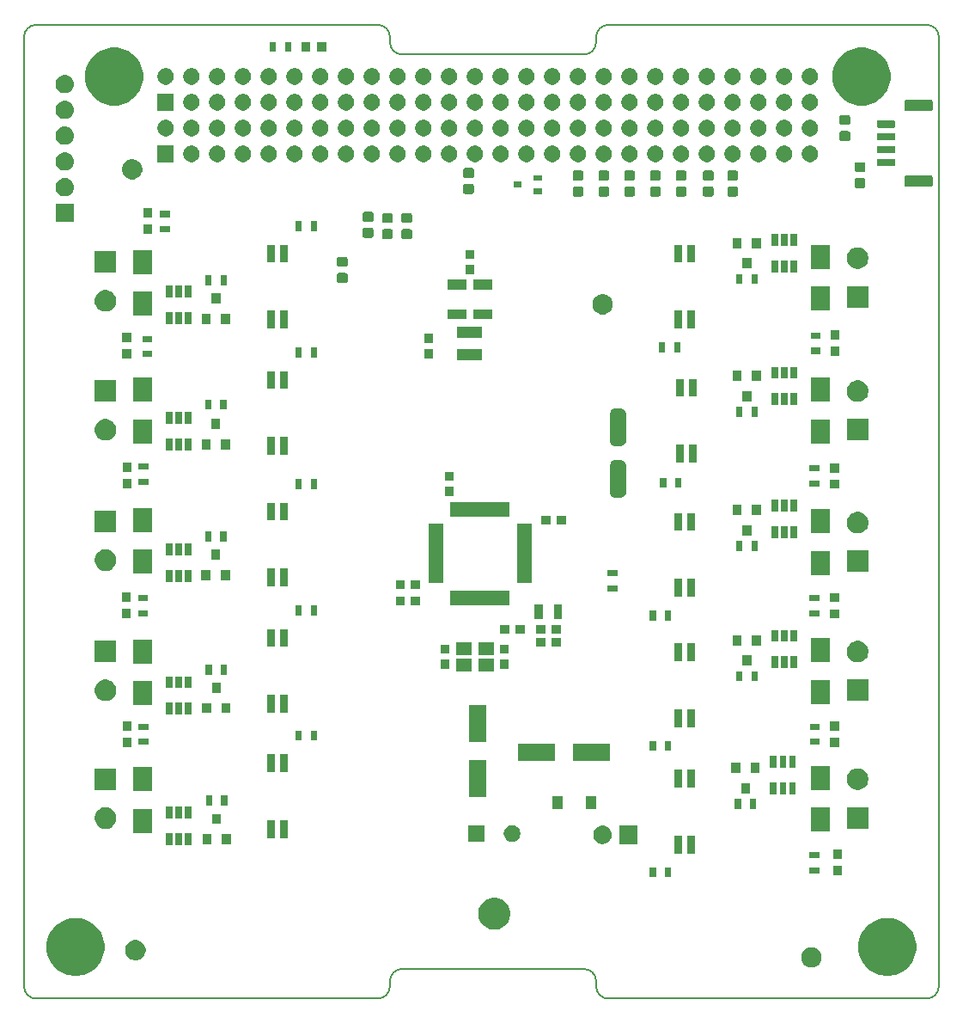
<source format=gbr>
%TF.GenerationSoftware,KiCad,Pcbnew,(5.0.1-3-g963ef8bb5)*%
%TF.CreationDate,2019-04-30T16:07:28+02:00*%
%TF.ProjectId,OIBUS_MOSFET_driver_module,4F494255535F4D4F534645545F647269,rev?*%
%TF.SameCoordinates,Original*%
%TF.FileFunction,Soldermask,Top*%
%TF.FilePolarity,Negative*%
%FSLAX46Y46*%
G04 Gerber Fmt 4.6, Leading zero omitted, Abs format (unit mm)*
G04 Created by KiCad (PCBNEW (5.0.1-3-g963ef8bb5)) date 2019 April 30, Tuesday 16:07:28*
%MOMM*%
%LPD*%
G01*
G04 APERTURE LIST*
%ADD10C,0.200000*%
%ADD11C,0.150000*%
G04 APERTURE END LIST*
D10*
X138557000Y-44248000D02*
X138557000Y-137737999D01*
X138557000Y-137737999D02*
G75*
G02X137357000Y-138937999I-1200000J0D01*
G01*
X48387000Y-137738000D02*
X48387000Y-79629000D01*
X49587000Y-138938000D02*
G75*
G02X48387000Y-137738000I0J1200000D01*
G01*
X83257000Y-138937999D02*
X49587000Y-138938000D01*
X84457000Y-137737999D02*
G75*
G02X83257000Y-138937999I-1200000J0D01*
G01*
X84457000Y-137217999D02*
X84457000Y-137737999D01*
X84457000Y-137217999D02*
G75*
G02X85657000Y-136017999I1200000J0D01*
G01*
X103577000Y-136017999D02*
X85657000Y-136017999D01*
X105977000Y-138937999D02*
G75*
G02X104777000Y-137737999I0J1200000D01*
G01*
X137357000Y-138937999D02*
X105977000Y-138937999D01*
X103577000Y-136017999D02*
G75*
G02X104777000Y-137217999I0J-1200000D01*
G01*
X104777000Y-137737999D02*
X104777000Y-137217999D01*
X137357000Y-43048000D02*
G75*
G02X138557000Y-44248000I0J-1200000D01*
G01*
X105977000Y-43048000D02*
X137357000Y-43048000D01*
X104777000Y-44248000D02*
G75*
G02X105977000Y-43048000I1200000J0D01*
G01*
X104777000Y-44768035D02*
X104777000Y-44248000D01*
X104777000Y-44768035D02*
G75*
G02X103577000Y-45968035I-1200000J0D01*
G01*
X85657000Y-45968032D02*
X103577000Y-45968035D01*
X85657000Y-45968032D02*
G75*
G02X84457001Y-44768032I1J1200000D01*
G01*
X84457000Y-44248030D02*
X84457001Y-44768032D01*
X83257001Y-43048030D02*
G75*
G02X84457000Y-44248030I-1J-1200000D01*
G01*
X49587001Y-43048001D02*
X83257001Y-43048030D01*
X48387000Y-44248001D02*
G75*
G02X49587001Y-43048001I1200000J0D01*
G01*
X48386999Y-79658000D02*
X48387000Y-44248001D01*
D11*
G36*
X133982532Y-131051702D02*
X134308606Y-131116562D01*
X134827455Y-131331476D01*
X135224303Y-131596642D01*
X135294410Y-131643486D01*
X135691514Y-132040590D01*
X135691516Y-132040593D01*
X136003524Y-132507545D01*
X136218438Y-133026394D01*
X136328000Y-133577201D01*
X136328000Y-134138799D01*
X136218438Y-134689606D01*
X136003524Y-135208455D01*
X135910500Y-135347675D01*
X135691514Y-135675410D01*
X135294410Y-136072514D01*
X135294407Y-136072516D01*
X134827455Y-136384524D01*
X134308606Y-136599438D01*
X134033202Y-136654219D01*
X133757800Y-136709000D01*
X133196200Y-136709000D01*
X132920798Y-136654219D01*
X132645394Y-136599438D01*
X132126545Y-136384524D01*
X131659593Y-136072516D01*
X131659590Y-136072514D01*
X131262486Y-135675410D01*
X131043500Y-135347675D01*
X130950476Y-135208455D01*
X130735562Y-134689606D01*
X130626000Y-134138799D01*
X130626000Y-133577201D01*
X130735562Y-133026394D01*
X130950476Y-132507545D01*
X131262484Y-132040593D01*
X131262486Y-132040590D01*
X131659590Y-131643486D01*
X131729697Y-131596642D01*
X132126545Y-131331476D01*
X132645394Y-131116562D01*
X132971468Y-131051702D01*
X133196200Y-131007000D01*
X133757800Y-131007000D01*
X133982532Y-131051702D01*
X133982532Y-131051702D01*
G37*
G36*
X53972532Y-131051702D02*
X54298606Y-131116562D01*
X54817455Y-131331476D01*
X55214303Y-131596642D01*
X55284410Y-131643486D01*
X55681514Y-132040590D01*
X55681516Y-132040593D01*
X55993524Y-132507545D01*
X56208438Y-133026394D01*
X56318000Y-133577201D01*
X56318000Y-134138799D01*
X56208438Y-134689606D01*
X55993524Y-135208455D01*
X55900500Y-135347675D01*
X55681514Y-135675410D01*
X55284410Y-136072514D01*
X55284407Y-136072516D01*
X54817455Y-136384524D01*
X54298606Y-136599438D01*
X54023202Y-136654219D01*
X53747800Y-136709000D01*
X53186200Y-136709000D01*
X52910798Y-136654219D01*
X52635394Y-136599438D01*
X52116545Y-136384524D01*
X51649593Y-136072516D01*
X51649590Y-136072514D01*
X51252486Y-135675410D01*
X51033500Y-135347675D01*
X50940476Y-135208455D01*
X50725562Y-134689606D01*
X50616000Y-134138799D01*
X50616000Y-133577201D01*
X50725562Y-133026394D01*
X50940476Y-132507545D01*
X51252484Y-132040593D01*
X51252486Y-132040590D01*
X51649590Y-131643486D01*
X51719697Y-131596642D01*
X52116545Y-131331476D01*
X52635394Y-131116562D01*
X52961468Y-131051702D01*
X53186200Y-131007000D01*
X53747800Y-131007000D01*
X53972532Y-131051702D01*
X53972532Y-131051702D01*
G37*
G36*
X126159770Y-133889372D02*
X126275689Y-133912429D01*
X126457678Y-133987811D01*
X126621463Y-134097249D01*
X126760751Y-134236537D01*
X126870189Y-134400322D01*
X126945571Y-134582311D01*
X126984000Y-134775509D01*
X126984000Y-134972491D01*
X126945571Y-135165689D01*
X126870189Y-135347678D01*
X126760751Y-135511463D01*
X126621463Y-135650751D01*
X126457678Y-135760189D01*
X126275689Y-135835571D01*
X126159770Y-135858628D01*
X126082493Y-135874000D01*
X125885507Y-135874000D01*
X125808230Y-135858628D01*
X125692311Y-135835571D01*
X125510322Y-135760189D01*
X125346537Y-135650751D01*
X125207249Y-135511463D01*
X125097811Y-135347678D01*
X125022429Y-135165689D01*
X124984000Y-134972491D01*
X124984000Y-134775509D01*
X125022429Y-134582311D01*
X125097811Y-134400322D01*
X125207249Y-134236537D01*
X125346537Y-134097249D01*
X125510322Y-133987811D01*
X125692311Y-133912429D01*
X125808230Y-133889372D01*
X125885507Y-133874000D01*
X126082493Y-133874000D01*
X126159770Y-133889372D01*
X126159770Y-133889372D01*
G37*
G36*
X59560970Y-133178172D02*
X59676889Y-133201229D01*
X59858878Y-133276611D01*
X60022663Y-133386049D01*
X60161951Y-133525337D01*
X60271389Y-133689122D01*
X60346771Y-133871111D01*
X60385200Y-134064309D01*
X60385200Y-134261291D01*
X60346771Y-134454489D01*
X60271389Y-134636478D01*
X60161951Y-134800263D01*
X60022663Y-134939551D01*
X59858878Y-135048989D01*
X59676889Y-135124371D01*
X59560970Y-135147428D01*
X59483693Y-135162800D01*
X59286707Y-135162800D01*
X59209430Y-135147428D01*
X59093511Y-135124371D01*
X58911522Y-135048989D01*
X58747737Y-134939551D01*
X58608449Y-134800263D01*
X58499011Y-134636478D01*
X58423629Y-134454489D01*
X58385200Y-134261291D01*
X58385200Y-134064309D01*
X58423629Y-133871111D01*
X58499011Y-133689122D01*
X58608449Y-133525337D01*
X58747737Y-133386049D01*
X58911522Y-133276611D01*
X59093511Y-133201229D01*
X59209430Y-133178172D01*
X59286707Y-133162800D01*
X59483693Y-133162800D01*
X59560970Y-133178172D01*
X59560970Y-133178172D01*
G37*
G36*
X94947739Y-129026048D02*
X95201702Y-129076564D01*
X95488516Y-129195367D01*
X95746642Y-129367841D01*
X95966159Y-129587358D01*
X96138633Y-129845484D01*
X96257436Y-130132298D01*
X96318000Y-130436778D01*
X96318000Y-130747222D01*
X96257436Y-131051702D01*
X96138633Y-131338516D01*
X95966159Y-131596642D01*
X95746642Y-131816159D01*
X95488516Y-131988633D01*
X95201702Y-132107436D01*
X94947739Y-132157952D01*
X94897223Y-132168000D01*
X94586777Y-132168000D01*
X94536261Y-132157952D01*
X94282298Y-132107436D01*
X93995484Y-131988633D01*
X93737358Y-131816159D01*
X93517841Y-131596642D01*
X93345367Y-131338516D01*
X93226564Y-131051702D01*
X93166000Y-130747222D01*
X93166000Y-130436778D01*
X93226564Y-130132298D01*
X93345367Y-129845484D01*
X93517841Y-129587358D01*
X93737358Y-129367841D01*
X93995484Y-129195367D01*
X94282298Y-129076564D01*
X94536261Y-129026048D01*
X94586777Y-129016000D01*
X94897223Y-129016000D01*
X94947739Y-129026048D01*
X94947739Y-129026048D01*
G37*
G36*
X112176000Y-126993000D02*
X111574000Y-126993000D01*
X111574000Y-125991000D01*
X112176000Y-125991000D01*
X112176000Y-126993000D01*
X112176000Y-126993000D01*
G37*
G36*
X110676000Y-126993000D02*
X110074000Y-126993000D01*
X110074000Y-125991000D01*
X110676000Y-125991000D01*
X110676000Y-126993000D01*
X110676000Y-126993000D01*
G37*
G36*
X129025800Y-126777800D02*
X128123800Y-126777800D01*
X128123800Y-125875800D01*
X129025800Y-125875800D01*
X129025800Y-126777800D01*
X129025800Y-126777800D01*
G37*
G36*
X126789800Y-126603200D02*
X125787800Y-126603200D01*
X125787800Y-126001200D01*
X126789800Y-126001200D01*
X126789800Y-126603200D01*
X126789800Y-126603200D01*
G37*
G36*
X129025800Y-125177800D02*
X128123800Y-125177800D01*
X128123800Y-124275800D01*
X129025800Y-124275800D01*
X129025800Y-125177800D01*
X129025800Y-125177800D01*
G37*
G36*
X126789800Y-125103200D02*
X125787800Y-125103200D01*
X125787800Y-124501200D01*
X126789800Y-124501200D01*
X126789800Y-125103200D01*
X126789800Y-125103200D01*
G37*
G36*
X114549000Y-124649000D02*
X113797000Y-124649000D01*
X113797000Y-122897000D01*
X114549000Y-122897000D01*
X114549000Y-124649000D01*
X114549000Y-124649000D01*
G37*
G36*
X113279000Y-124649000D02*
X112527000Y-124649000D01*
X112527000Y-122897000D01*
X113279000Y-122897000D01*
X113279000Y-124649000D01*
X113279000Y-124649000D01*
G37*
G36*
X63003000Y-123796000D02*
X62351000Y-123796000D01*
X62351000Y-122644000D01*
X63003000Y-122644000D01*
X63003000Y-123796000D01*
X63003000Y-123796000D01*
G37*
G36*
X63953000Y-123796000D02*
X63301000Y-123796000D01*
X63301000Y-122644000D01*
X63953000Y-122644000D01*
X63953000Y-123796000D01*
X63953000Y-123796000D01*
G37*
G36*
X64903000Y-123796000D02*
X64251000Y-123796000D01*
X64251000Y-122644000D01*
X64903000Y-122644000D01*
X64903000Y-123796000D01*
X64903000Y-123796000D01*
G37*
G36*
X66873620Y-123751583D02*
X65971620Y-123751583D01*
X65971620Y-122749583D01*
X66873620Y-122749583D01*
X66873620Y-123751583D01*
X66873620Y-123751583D01*
G37*
G36*
X68773620Y-123751583D02*
X67871620Y-123751583D01*
X67871620Y-122749583D01*
X68773620Y-122749583D01*
X68773620Y-123751583D01*
X68773620Y-123751583D01*
G37*
G36*
X108851000Y-123710000D02*
X107049000Y-123710000D01*
X107049000Y-121908000D01*
X108851000Y-121908000D01*
X108851000Y-123710000D01*
X108851000Y-123710000D01*
G37*
G36*
X105520442Y-121914518D02*
X105586627Y-121921037D01*
X105699853Y-121955384D01*
X105756467Y-121972557D01*
X105895087Y-122046652D01*
X105912991Y-122056222D01*
X105948729Y-122085552D01*
X106050186Y-122168814D01*
X106133448Y-122270271D01*
X106162778Y-122306009D01*
X106162779Y-122306011D01*
X106246443Y-122462533D01*
X106246443Y-122462534D01*
X106297963Y-122632373D01*
X106315359Y-122809000D01*
X106297963Y-122985627D01*
X106272818Y-123068519D01*
X106246443Y-123155467D01*
X106172348Y-123294087D01*
X106162778Y-123311991D01*
X106133448Y-123347729D01*
X106050186Y-123449186D01*
X105948729Y-123532448D01*
X105912991Y-123561778D01*
X105912989Y-123561779D01*
X105756467Y-123645443D01*
X105699853Y-123662616D01*
X105586627Y-123696963D01*
X105520442Y-123703482D01*
X105454260Y-123710000D01*
X105365740Y-123710000D01*
X105299558Y-123703482D01*
X105233373Y-123696963D01*
X105120147Y-123662616D01*
X105063533Y-123645443D01*
X104907011Y-123561779D01*
X104907009Y-123561778D01*
X104871271Y-123532448D01*
X104769814Y-123449186D01*
X104686552Y-123347729D01*
X104657222Y-123311991D01*
X104647652Y-123294087D01*
X104573557Y-123155467D01*
X104547182Y-123068519D01*
X104522037Y-122985627D01*
X104504641Y-122809000D01*
X104522037Y-122632373D01*
X104573557Y-122462534D01*
X104573557Y-122462533D01*
X104657221Y-122306011D01*
X104657222Y-122306009D01*
X104686552Y-122270271D01*
X104769814Y-122168814D01*
X104871271Y-122085552D01*
X104907009Y-122056222D01*
X104924913Y-122046652D01*
X105063533Y-121972557D01*
X105120147Y-121955384D01*
X105233373Y-121921037D01*
X105299558Y-121914518D01*
X105365740Y-121908000D01*
X105454260Y-121908000D01*
X105520442Y-121914518D01*
X105520442Y-121914518D01*
G37*
G36*
X93808000Y-123498000D02*
X92176000Y-123498000D01*
X92176000Y-121866000D01*
X93808000Y-121866000D01*
X93808000Y-123498000D01*
X93808000Y-123498000D01*
G37*
G36*
X96730016Y-121897358D02*
X96730019Y-121897359D01*
X96730018Y-121897359D01*
X96878521Y-121958870D01*
X97012170Y-122048172D01*
X97125828Y-122161830D01*
X97215130Y-122295479D01*
X97219492Y-122306011D01*
X97276642Y-122443984D01*
X97308000Y-122601630D01*
X97308000Y-122762370D01*
X97276642Y-122920016D01*
X97276641Y-122920018D01*
X97215130Y-123068521D01*
X97125828Y-123202170D01*
X97012170Y-123315828D01*
X96878521Y-123405130D01*
X96755497Y-123456087D01*
X96730016Y-123466642D01*
X96572370Y-123498000D01*
X96411630Y-123498000D01*
X96253984Y-123466642D01*
X96228503Y-123456087D01*
X96105479Y-123405130D01*
X95971830Y-123315828D01*
X95858172Y-123202170D01*
X95768870Y-123068521D01*
X95707359Y-122920018D01*
X95707358Y-122920016D01*
X95676000Y-122762370D01*
X95676000Y-122601630D01*
X95707358Y-122443984D01*
X95764508Y-122306011D01*
X95768870Y-122295479D01*
X95858172Y-122161830D01*
X95971830Y-122048172D01*
X96105479Y-121958870D01*
X96253982Y-121897359D01*
X96253981Y-121897359D01*
X96253984Y-121897358D01*
X96411630Y-121866000D01*
X96572370Y-121866000D01*
X96730016Y-121897358D01*
X96730016Y-121897358D01*
G37*
G36*
X74417000Y-123125000D02*
X73665000Y-123125000D01*
X73665000Y-121373000D01*
X74417000Y-121373000D01*
X74417000Y-123125000D01*
X74417000Y-123125000D01*
G37*
G36*
X73147000Y-123125000D02*
X72395000Y-123125000D01*
X72395000Y-121373000D01*
X73147000Y-121373000D01*
X73147000Y-123125000D01*
X73147000Y-123125000D01*
G37*
G36*
X60972000Y-122606000D02*
X59170000Y-122606000D01*
X59170000Y-120254000D01*
X60972000Y-120254000D01*
X60972000Y-122606000D01*
X60972000Y-122606000D01*
G37*
G36*
X127774000Y-122479000D02*
X125972000Y-122479000D01*
X125972000Y-120127000D01*
X127774000Y-120127000D01*
X127774000Y-122479000D01*
X127774000Y-122479000D01*
G37*
G36*
X56723609Y-120135369D02*
X56723611Y-120135370D01*
X56723612Y-120135370D01*
X56917156Y-120215538D01*
X57088999Y-120330360D01*
X57091345Y-120331927D01*
X57239473Y-120480055D01*
X57239475Y-120480058D01*
X57355862Y-120654244D01*
X57436030Y-120847788D01*
X57476900Y-121053254D01*
X57476900Y-121262746D01*
X57436030Y-121468212D01*
X57355862Y-121661756D01*
X57355861Y-121661757D01*
X57239473Y-121835945D01*
X57091345Y-121984073D01*
X57091342Y-121984075D01*
X56917156Y-122100462D01*
X56723612Y-122180630D01*
X56723611Y-122180630D01*
X56723609Y-122180631D01*
X56518147Y-122221500D01*
X56308653Y-122221500D01*
X56103191Y-122180631D01*
X56103189Y-122180630D01*
X56103188Y-122180630D01*
X55909644Y-122100462D01*
X55735458Y-121984075D01*
X55735455Y-121984073D01*
X55587327Y-121835945D01*
X55470939Y-121661757D01*
X55470938Y-121661756D01*
X55390770Y-121468212D01*
X55349900Y-121262746D01*
X55349900Y-121053254D01*
X55390770Y-120847788D01*
X55470938Y-120654244D01*
X55587325Y-120480058D01*
X55587327Y-120480055D01*
X55735455Y-120331927D01*
X55737801Y-120330360D01*
X55909644Y-120215538D01*
X56103188Y-120135370D01*
X56103189Y-120135370D01*
X56103191Y-120135369D01*
X56308653Y-120094500D01*
X56518147Y-120094500D01*
X56723609Y-120135369D01*
X56723609Y-120135369D01*
G37*
G36*
X131619500Y-122196100D02*
X129492500Y-122196100D01*
X129492500Y-120069100D01*
X131619500Y-120069100D01*
X131619500Y-122196100D01*
X131619500Y-122196100D01*
G37*
G36*
X67823620Y-121751583D02*
X66921620Y-121751583D01*
X66921620Y-120749583D01*
X67823620Y-120749583D01*
X67823620Y-121751583D01*
X67823620Y-121751583D01*
G37*
G36*
X63953000Y-121196000D02*
X63301000Y-121196000D01*
X63301000Y-120044000D01*
X63953000Y-120044000D01*
X63953000Y-121196000D01*
X63953000Y-121196000D01*
G37*
G36*
X64903000Y-121196000D02*
X64251000Y-121196000D01*
X64251000Y-120044000D01*
X64903000Y-120044000D01*
X64903000Y-121196000D01*
X64903000Y-121196000D01*
G37*
G36*
X63003000Y-121196000D02*
X62351000Y-121196000D01*
X62351000Y-120044000D01*
X63003000Y-120044000D01*
X63003000Y-121196000D01*
X63003000Y-121196000D01*
G37*
G36*
X104767000Y-120285000D02*
X103765000Y-120285000D01*
X103765000Y-118983000D01*
X104767000Y-118983000D01*
X104767000Y-120285000D01*
X104767000Y-120285000D01*
G37*
G36*
X101467000Y-120285000D02*
X100465000Y-120285000D01*
X100465000Y-118983000D01*
X101467000Y-118983000D01*
X101467000Y-120285000D01*
X101467000Y-120285000D01*
G37*
G36*
X119058000Y-120262000D02*
X118456000Y-120262000D01*
X118456000Y-119260000D01*
X119058000Y-119260000D01*
X119058000Y-120262000D01*
X119058000Y-120262000D01*
G37*
G36*
X120558000Y-120262000D02*
X119956000Y-120262000D01*
X119956000Y-119260000D01*
X120558000Y-119260000D01*
X120558000Y-120262000D01*
X120558000Y-120262000D01*
G37*
G36*
X66923620Y-119957583D02*
X66321620Y-119957583D01*
X66321620Y-118955583D01*
X66923620Y-118955583D01*
X66923620Y-119957583D01*
X66923620Y-119957583D01*
G37*
G36*
X68423620Y-119957583D02*
X67821620Y-119957583D01*
X67821620Y-118955583D01*
X68423620Y-118955583D01*
X68423620Y-119957583D01*
X68423620Y-119957583D01*
G37*
G36*
X93942000Y-119055000D02*
X92240000Y-119055000D01*
X92240000Y-115453000D01*
X93942000Y-115453000D01*
X93942000Y-119055000D01*
X93942000Y-119055000D01*
G37*
G36*
X122566000Y-118813000D02*
X121914000Y-118813000D01*
X121914000Y-117661000D01*
X122566000Y-117661000D01*
X122566000Y-118813000D01*
X122566000Y-118813000D01*
G37*
G36*
X124466000Y-118813000D02*
X123814000Y-118813000D01*
X123814000Y-117661000D01*
X124466000Y-117661000D01*
X124466000Y-118813000D01*
X124466000Y-118813000D01*
G37*
G36*
X123516000Y-118813000D02*
X122864000Y-118813000D01*
X122864000Y-117661000D01*
X123516000Y-117661000D01*
X123516000Y-118813000D01*
X123516000Y-118813000D01*
G37*
G36*
X119958000Y-118722000D02*
X119056000Y-118722000D01*
X119056000Y-117720000D01*
X119958000Y-117720000D01*
X119958000Y-118722000D01*
X119958000Y-118722000D01*
G37*
G36*
X60972000Y-118506000D02*
X59170000Y-118506000D01*
X59170000Y-116154000D01*
X60972000Y-116154000D01*
X60972000Y-118506000D01*
X60972000Y-118506000D01*
G37*
G36*
X57476900Y-118411500D02*
X55349900Y-118411500D01*
X55349900Y-116284500D01*
X57476900Y-116284500D01*
X57476900Y-118411500D01*
X57476900Y-118411500D01*
G37*
G36*
X130866209Y-116299969D02*
X130866211Y-116299970D01*
X130866212Y-116299970D01*
X131059756Y-116380138D01*
X131231599Y-116494960D01*
X131233945Y-116496527D01*
X131382073Y-116644655D01*
X131382075Y-116644658D01*
X131498462Y-116818844D01*
X131578630Y-117012388D01*
X131619500Y-117217854D01*
X131619500Y-117427346D01*
X131578630Y-117632812D01*
X131498462Y-117826356D01*
X131498461Y-117826357D01*
X131382073Y-118000545D01*
X131233945Y-118148673D01*
X131233942Y-118148675D01*
X131059756Y-118265062D01*
X130866212Y-118345230D01*
X130866211Y-118345230D01*
X130866209Y-118345231D01*
X130660747Y-118386100D01*
X130451253Y-118386100D01*
X130245791Y-118345231D01*
X130245789Y-118345230D01*
X130245788Y-118345230D01*
X130052244Y-118265062D01*
X129878058Y-118148675D01*
X129878055Y-118148673D01*
X129729927Y-118000545D01*
X129613539Y-117826357D01*
X129613538Y-117826356D01*
X129533370Y-117632812D01*
X129492500Y-117427346D01*
X129492500Y-117217854D01*
X129533370Y-117012388D01*
X129613538Y-116818844D01*
X129729925Y-116644658D01*
X129729927Y-116644655D01*
X129878055Y-116496527D01*
X129880401Y-116494960D01*
X130052244Y-116380138D01*
X130245788Y-116299970D01*
X130245789Y-116299970D01*
X130245791Y-116299969D01*
X130451253Y-116259100D01*
X130660747Y-116259100D01*
X130866209Y-116299969D01*
X130866209Y-116299969D01*
G37*
G36*
X127774000Y-118379000D02*
X125972000Y-118379000D01*
X125972000Y-116027000D01*
X127774000Y-116027000D01*
X127774000Y-118379000D01*
X127774000Y-118379000D01*
G37*
G36*
X114549000Y-118149000D02*
X113797000Y-118149000D01*
X113797000Y-116397000D01*
X114549000Y-116397000D01*
X114549000Y-118149000D01*
X114549000Y-118149000D01*
G37*
G36*
X113279000Y-118149000D02*
X112527000Y-118149000D01*
X112527000Y-116397000D01*
X113279000Y-116397000D01*
X113279000Y-118149000D01*
X113279000Y-118149000D01*
G37*
G36*
X119008000Y-116722000D02*
X118106000Y-116722000D01*
X118106000Y-115720000D01*
X119008000Y-115720000D01*
X119008000Y-116722000D01*
X119008000Y-116722000D01*
G37*
G36*
X120908000Y-116722000D02*
X120006000Y-116722000D01*
X120006000Y-115720000D01*
X120908000Y-115720000D01*
X120908000Y-116722000D01*
X120908000Y-116722000D01*
G37*
G36*
X74417000Y-116625000D02*
X73665000Y-116625000D01*
X73665000Y-114873000D01*
X74417000Y-114873000D01*
X74417000Y-116625000D01*
X74417000Y-116625000D01*
G37*
G36*
X73147000Y-116625000D02*
X72395000Y-116625000D01*
X72395000Y-114873000D01*
X73147000Y-114873000D01*
X73147000Y-116625000D01*
X73147000Y-116625000D01*
G37*
G36*
X124466000Y-116213000D02*
X123814000Y-116213000D01*
X123814000Y-115061000D01*
X124466000Y-115061000D01*
X124466000Y-116213000D01*
X124466000Y-116213000D01*
G37*
G36*
X123516000Y-116213000D02*
X122864000Y-116213000D01*
X122864000Y-115061000D01*
X123516000Y-115061000D01*
X123516000Y-116213000D01*
X123516000Y-116213000D01*
G37*
G36*
X122566000Y-116213000D02*
X121914000Y-116213000D01*
X121914000Y-115061000D01*
X122566000Y-115061000D01*
X122566000Y-116213000D01*
X122566000Y-116213000D01*
G37*
G36*
X100701000Y-115532000D02*
X97099000Y-115532000D01*
X97099000Y-113830000D01*
X100701000Y-113830000D01*
X100701000Y-115532000D01*
X100701000Y-115532000D01*
G37*
G36*
X106101000Y-115532000D02*
X102499000Y-115532000D01*
X102499000Y-113830000D01*
X106101000Y-113830000D01*
X106101000Y-115532000D01*
X106101000Y-115532000D01*
G37*
G36*
X110676000Y-114547000D02*
X110074000Y-114547000D01*
X110074000Y-113545000D01*
X110676000Y-113545000D01*
X110676000Y-114547000D01*
X110676000Y-114547000D01*
G37*
G36*
X112176000Y-114547000D02*
X111574000Y-114547000D01*
X111574000Y-113545000D01*
X112176000Y-113545000D01*
X112176000Y-114547000D01*
X112176000Y-114547000D01*
G37*
G36*
X58998000Y-114179400D02*
X58096000Y-114179400D01*
X58096000Y-113277400D01*
X58998000Y-113277400D01*
X58998000Y-114179400D01*
X58998000Y-114179400D01*
G37*
G36*
X128721000Y-114179400D02*
X127819000Y-114179400D01*
X127819000Y-113277400D01*
X128721000Y-113277400D01*
X128721000Y-114179400D01*
X128721000Y-114179400D01*
G37*
G36*
X126840600Y-113954000D02*
X125838600Y-113954000D01*
X125838600Y-113352000D01*
X126840600Y-113352000D01*
X126840600Y-113954000D01*
X126840600Y-113954000D01*
G37*
G36*
X60699000Y-113954000D02*
X59697000Y-113954000D01*
X59697000Y-113352000D01*
X60699000Y-113352000D01*
X60699000Y-113954000D01*
X60699000Y-113954000D01*
G37*
G36*
X93942000Y-113655000D02*
X92240000Y-113655000D01*
X92240000Y-110053000D01*
X93942000Y-110053000D01*
X93942000Y-113655000D01*
X93942000Y-113655000D01*
G37*
G36*
X77251000Y-113531000D02*
X76649000Y-113531000D01*
X76649000Y-112529000D01*
X77251000Y-112529000D01*
X77251000Y-113531000D01*
X77251000Y-113531000D01*
G37*
G36*
X75751000Y-113531000D02*
X75149000Y-113531000D01*
X75149000Y-112529000D01*
X75751000Y-112529000D01*
X75751000Y-113531000D01*
X75751000Y-113531000D01*
G37*
G36*
X128721000Y-112579400D02*
X127819000Y-112579400D01*
X127819000Y-111677400D01*
X128721000Y-111677400D01*
X128721000Y-112579400D01*
X128721000Y-112579400D01*
G37*
G36*
X58998000Y-112579400D02*
X58096000Y-112579400D01*
X58096000Y-111677400D01*
X58998000Y-111677400D01*
X58998000Y-112579400D01*
X58998000Y-112579400D01*
G37*
G36*
X60699000Y-112454000D02*
X59697000Y-112454000D01*
X59697000Y-111852000D01*
X60699000Y-111852000D01*
X60699000Y-112454000D01*
X60699000Y-112454000D01*
G37*
G36*
X126840600Y-112454000D02*
X125838600Y-112454000D01*
X125838600Y-111852000D01*
X126840600Y-111852000D01*
X126840600Y-112454000D01*
X126840600Y-112454000D01*
G37*
G36*
X113279000Y-112203000D02*
X112527000Y-112203000D01*
X112527000Y-110451000D01*
X113279000Y-110451000D01*
X113279000Y-112203000D01*
X113279000Y-112203000D01*
G37*
G36*
X114549000Y-112203000D02*
X113797000Y-112203000D01*
X113797000Y-110451000D01*
X114549000Y-110451000D01*
X114549000Y-112203000D01*
X114549000Y-112203000D01*
G37*
G36*
X64903000Y-110969000D02*
X64251000Y-110969000D01*
X64251000Y-109817000D01*
X64903000Y-109817000D01*
X64903000Y-110969000D01*
X64903000Y-110969000D01*
G37*
G36*
X63953000Y-110969000D02*
X63301000Y-110969000D01*
X63301000Y-109817000D01*
X63953000Y-109817000D01*
X63953000Y-110969000D01*
X63953000Y-110969000D01*
G37*
G36*
X63003000Y-110969000D02*
X62351000Y-110969000D01*
X62351000Y-109817000D01*
X63003000Y-109817000D01*
X63003000Y-110969000D01*
X63003000Y-110969000D01*
G37*
G36*
X66849866Y-110825810D02*
X65947866Y-110825810D01*
X65947866Y-109823810D01*
X66849866Y-109823810D01*
X66849866Y-110825810D01*
X66849866Y-110825810D01*
G37*
G36*
X68749866Y-110825810D02*
X67847866Y-110825810D01*
X67847866Y-109823810D01*
X68749866Y-109823810D01*
X68749866Y-110825810D01*
X68749866Y-110825810D01*
G37*
G36*
X74417000Y-110806000D02*
X73665000Y-110806000D01*
X73665000Y-109054000D01*
X74417000Y-109054000D01*
X74417000Y-110806000D01*
X74417000Y-110806000D01*
G37*
G36*
X73147000Y-110806000D02*
X72395000Y-110806000D01*
X72395000Y-109054000D01*
X73147000Y-109054000D01*
X73147000Y-110806000D01*
X73147000Y-110806000D01*
G37*
G36*
X60972000Y-110033000D02*
X59170000Y-110033000D01*
X59170000Y-107681000D01*
X60972000Y-107681000D01*
X60972000Y-110033000D01*
X60972000Y-110033000D01*
G37*
G36*
X127774000Y-109906000D02*
X125972000Y-109906000D01*
X125972000Y-107554000D01*
X127774000Y-107554000D01*
X127774000Y-109906000D01*
X127774000Y-109906000D01*
G37*
G36*
X56723609Y-107562369D02*
X56723611Y-107562370D01*
X56723612Y-107562370D01*
X56917156Y-107642538D01*
X57088999Y-107757360D01*
X57091345Y-107758927D01*
X57239473Y-107907055D01*
X57239475Y-107907058D01*
X57355862Y-108081244D01*
X57436030Y-108274788D01*
X57476900Y-108480254D01*
X57476900Y-108689746D01*
X57436030Y-108895212D01*
X57355862Y-109088756D01*
X57355861Y-109088757D01*
X57239473Y-109262945D01*
X57091345Y-109411073D01*
X57091342Y-109411075D01*
X56917156Y-109527462D01*
X56723612Y-109607630D01*
X56723611Y-109607630D01*
X56723609Y-109607631D01*
X56518147Y-109648500D01*
X56308653Y-109648500D01*
X56103191Y-109607631D01*
X56103189Y-109607630D01*
X56103188Y-109607630D01*
X55909644Y-109527462D01*
X55735458Y-109411075D01*
X55735455Y-109411073D01*
X55587327Y-109262945D01*
X55470939Y-109088757D01*
X55470938Y-109088756D01*
X55390770Y-108895212D01*
X55349900Y-108689746D01*
X55349900Y-108480254D01*
X55390770Y-108274788D01*
X55470938Y-108081244D01*
X55587325Y-107907058D01*
X55587327Y-107907055D01*
X55735455Y-107758927D01*
X55737801Y-107757360D01*
X55909644Y-107642538D01*
X56103188Y-107562370D01*
X56103189Y-107562370D01*
X56103191Y-107562369D01*
X56308653Y-107521500D01*
X56518147Y-107521500D01*
X56723609Y-107562369D01*
X56723609Y-107562369D01*
G37*
G36*
X131619500Y-109623100D02*
X129492500Y-109623100D01*
X129492500Y-107496100D01*
X131619500Y-107496100D01*
X131619500Y-109623100D01*
X131619500Y-109623100D01*
G37*
G36*
X67799866Y-108825810D02*
X66897866Y-108825810D01*
X66897866Y-107823810D01*
X67799866Y-107823810D01*
X67799866Y-108825810D01*
X67799866Y-108825810D01*
G37*
G36*
X64903000Y-108369000D02*
X64251000Y-108369000D01*
X64251000Y-107217000D01*
X64903000Y-107217000D01*
X64903000Y-108369000D01*
X64903000Y-108369000D01*
G37*
G36*
X63953000Y-108369000D02*
X63301000Y-108369000D01*
X63301000Y-107217000D01*
X63953000Y-107217000D01*
X63953000Y-108369000D01*
X63953000Y-108369000D01*
G37*
G36*
X63003000Y-108369000D02*
X62351000Y-108369000D01*
X62351000Y-107217000D01*
X63003000Y-107217000D01*
X63003000Y-108369000D01*
X63003000Y-108369000D01*
G37*
G36*
X120685000Y-107689000D02*
X120083000Y-107689000D01*
X120083000Y-106687000D01*
X120685000Y-106687000D01*
X120685000Y-107689000D01*
X120685000Y-107689000D01*
G37*
G36*
X119185000Y-107689000D02*
X118583000Y-107689000D01*
X118583000Y-106687000D01*
X119185000Y-106687000D01*
X119185000Y-107689000D01*
X119185000Y-107689000D01*
G37*
G36*
X68399866Y-107031810D02*
X67797866Y-107031810D01*
X67797866Y-106029810D01*
X68399866Y-106029810D01*
X68399866Y-107031810D01*
X68399866Y-107031810D01*
G37*
G36*
X66899866Y-107031810D02*
X66297866Y-107031810D01*
X66297866Y-106029810D01*
X66899866Y-106029810D01*
X66899866Y-107031810D01*
X66899866Y-107031810D01*
G37*
G36*
X94688000Y-106734000D02*
X93186000Y-106734000D01*
X93186000Y-105432000D01*
X94688000Y-105432000D01*
X94688000Y-106734000D01*
X94688000Y-106734000D01*
G37*
G36*
X92488000Y-106734000D02*
X90986000Y-106734000D01*
X90986000Y-105432000D01*
X92488000Y-105432000D01*
X92488000Y-106734000D01*
X92488000Y-106734000D01*
G37*
G36*
X90342000Y-106484000D02*
X89490000Y-106484000D01*
X89490000Y-105582000D01*
X90342000Y-105582000D01*
X90342000Y-106484000D01*
X90342000Y-106484000D01*
G37*
G36*
X96184000Y-106484000D02*
X95332000Y-106484000D01*
X95332000Y-105582000D01*
X96184000Y-105582000D01*
X96184000Y-106484000D01*
X96184000Y-106484000D01*
G37*
G36*
X124593000Y-106397000D02*
X123941000Y-106397000D01*
X123941000Y-105245000D01*
X124593000Y-105245000D01*
X124593000Y-106397000D01*
X124593000Y-106397000D01*
G37*
G36*
X123643000Y-106397000D02*
X122991000Y-106397000D01*
X122991000Y-105245000D01*
X123643000Y-105245000D01*
X123643000Y-106397000D01*
X123643000Y-106397000D01*
G37*
G36*
X122693000Y-106397000D02*
X122041000Y-106397000D01*
X122041000Y-105245000D01*
X122693000Y-105245000D01*
X122693000Y-106397000D01*
X122693000Y-106397000D01*
G37*
G36*
X120085000Y-106149000D02*
X119183000Y-106149000D01*
X119183000Y-105147000D01*
X120085000Y-105147000D01*
X120085000Y-106149000D01*
X120085000Y-106149000D01*
G37*
G36*
X60972000Y-105933000D02*
X59170000Y-105933000D01*
X59170000Y-103581000D01*
X60972000Y-103581000D01*
X60972000Y-105933000D01*
X60972000Y-105933000D01*
G37*
G36*
X57476900Y-105838500D02*
X55349900Y-105838500D01*
X55349900Y-103711500D01*
X57476900Y-103711500D01*
X57476900Y-105838500D01*
X57476900Y-105838500D01*
G37*
G36*
X130866209Y-103726969D02*
X130866211Y-103726970D01*
X130866212Y-103726970D01*
X131059756Y-103807138D01*
X131231599Y-103921960D01*
X131233945Y-103923527D01*
X131382073Y-104071655D01*
X131382075Y-104071658D01*
X131498462Y-104245844D01*
X131578630Y-104439388D01*
X131619500Y-104644854D01*
X131619500Y-104854346D01*
X131578630Y-105059812D01*
X131498462Y-105253356D01*
X131498461Y-105253357D01*
X131382073Y-105427545D01*
X131233945Y-105575673D01*
X131233942Y-105575675D01*
X131059756Y-105692062D01*
X130866212Y-105772230D01*
X130866211Y-105772230D01*
X130866209Y-105772231D01*
X130660747Y-105813100D01*
X130451253Y-105813100D01*
X130245791Y-105772231D01*
X130245789Y-105772230D01*
X130245788Y-105772230D01*
X130052244Y-105692062D01*
X129878058Y-105575675D01*
X129878055Y-105575673D01*
X129729927Y-105427545D01*
X129613539Y-105253357D01*
X129613538Y-105253356D01*
X129533370Y-105059812D01*
X129492500Y-104854346D01*
X129492500Y-104644854D01*
X129533370Y-104439388D01*
X129613538Y-104245844D01*
X129729925Y-104071658D01*
X129729927Y-104071655D01*
X129878055Y-103923527D01*
X129880401Y-103921960D01*
X130052244Y-103807138D01*
X130245788Y-103726970D01*
X130245789Y-103726970D01*
X130245791Y-103726969D01*
X130451253Y-103686100D01*
X130660747Y-103686100D01*
X130866209Y-103726969D01*
X130866209Y-103726969D01*
G37*
G36*
X127774000Y-105806000D02*
X125972000Y-105806000D01*
X125972000Y-103454000D01*
X127774000Y-103454000D01*
X127774000Y-105806000D01*
X127774000Y-105806000D01*
G37*
G36*
X113279000Y-105703000D02*
X112527000Y-105703000D01*
X112527000Y-103951000D01*
X113279000Y-103951000D01*
X113279000Y-105703000D01*
X113279000Y-105703000D01*
G37*
G36*
X114549000Y-105703000D02*
X113797000Y-105703000D01*
X113797000Y-103951000D01*
X114549000Y-103951000D01*
X114549000Y-105703000D01*
X114549000Y-105703000D01*
G37*
G36*
X92488000Y-105134000D02*
X90986000Y-105134000D01*
X90986000Y-103832000D01*
X92488000Y-103832000D01*
X92488000Y-105134000D01*
X92488000Y-105134000D01*
G37*
G36*
X94688000Y-105134000D02*
X93186000Y-105134000D01*
X93186000Y-103832000D01*
X94688000Y-103832000D01*
X94688000Y-105134000D01*
X94688000Y-105134000D01*
G37*
G36*
X90342000Y-104984000D02*
X89490000Y-104984000D01*
X89490000Y-104082000D01*
X90342000Y-104082000D01*
X90342000Y-104984000D01*
X90342000Y-104984000D01*
G37*
G36*
X96184000Y-104984000D02*
X95332000Y-104984000D01*
X95332000Y-104082000D01*
X96184000Y-104082000D01*
X96184000Y-104984000D01*
X96184000Y-104984000D01*
G37*
G36*
X99777000Y-104312000D02*
X98875000Y-104312000D01*
X98875000Y-103460000D01*
X99777000Y-103460000D01*
X99777000Y-104312000D01*
X99777000Y-104312000D01*
G37*
G36*
X101277000Y-104312000D02*
X100375000Y-104312000D01*
X100375000Y-103460000D01*
X101277000Y-103460000D01*
X101277000Y-104312000D01*
X101277000Y-104312000D01*
G37*
G36*
X73147000Y-104306000D02*
X72395000Y-104306000D01*
X72395000Y-102554000D01*
X73147000Y-102554000D01*
X73147000Y-104306000D01*
X73147000Y-104306000D01*
G37*
G36*
X74417000Y-104306000D02*
X73665000Y-104306000D01*
X73665000Y-102554000D01*
X74417000Y-102554000D01*
X74417000Y-104306000D01*
X74417000Y-104306000D01*
G37*
G36*
X119135000Y-104149000D02*
X118233000Y-104149000D01*
X118233000Y-103147000D01*
X119135000Y-103147000D01*
X119135000Y-104149000D01*
X119135000Y-104149000D01*
G37*
G36*
X121035000Y-104149000D02*
X120133000Y-104149000D01*
X120133000Y-103147000D01*
X121035000Y-103147000D01*
X121035000Y-104149000D01*
X121035000Y-104149000D01*
G37*
G36*
X124593000Y-103797000D02*
X123941000Y-103797000D01*
X123941000Y-102645000D01*
X124593000Y-102645000D01*
X124593000Y-103797000D01*
X124593000Y-103797000D01*
G37*
G36*
X122693000Y-103797000D02*
X122041000Y-103797000D01*
X122041000Y-102645000D01*
X122693000Y-102645000D01*
X122693000Y-103797000D01*
X122693000Y-103797000D01*
G37*
G36*
X123643000Y-103797000D02*
X122991000Y-103797000D01*
X122991000Y-102645000D01*
X123643000Y-102645000D01*
X123643000Y-103797000D01*
X123643000Y-103797000D01*
G37*
G36*
X97721000Y-103042000D02*
X96819000Y-103042000D01*
X96819000Y-102190000D01*
X97721000Y-102190000D01*
X97721000Y-103042000D01*
X97721000Y-103042000D01*
G37*
G36*
X96221000Y-103042000D02*
X95319000Y-103042000D01*
X95319000Y-102190000D01*
X96221000Y-102190000D01*
X96221000Y-103042000D01*
X96221000Y-103042000D01*
G37*
G36*
X101277000Y-102965800D02*
X100375000Y-102965800D01*
X100375000Y-102113800D01*
X101277000Y-102113800D01*
X101277000Y-102965800D01*
X101277000Y-102965800D01*
G37*
G36*
X99777000Y-102965800D02*
X98875000Y-102965800D01*
X98875000Y-102113800D01*
X99777000Y-102113800D01*
X99777000Y-102965800D01*
X99777000Y-102965800D01*
G37*
G36*
X112176000Y-101720000D02*
X111574000Y-101720000D01*
X111574000Y-100718000D01*
X112176000Y-100718000D01*
X112176000Y-101720000D01*
X112176000Y-101720000D01*
G37*
G36*
X110676000Y-101720000D02*
X110074000Y-101720000D01*
X110074000Y-100718000D01*
X110676000Y-100718000D01*
X110676000Y-101720000D01*
X110676000Y-101720000D01*
G37*
G36*
X99527000Y-101539000D02*
X98725000Y-101539000D01*
X98725000Y-100137000D01*
X99527000Y-100137000D01*
X99527000Y-101539000D01*
X99527000Y-101539000D01*
G37*
G36*
X101427000Y-101539000D02*
X100625000Y-101539000D01*
X100625000Y-100137000D01*
X101427000Y-100137000D01*
X101427000Y-101539000D01*
X101427000Y-101539000D01*
G37*
G36*
X128746400Y-101504800D02*
X127844400Y-101504800D01*
X127844400Y-100602800D01*
X128746400Y-100602800D01*
X128746400Y-101504800D01*
X128746400Y-101504800D01*
G37*
G36*
X58921800Y-101454000D02*
X58019800Y-101454000D01*
X58019800Y-100552000D01*
X58921800Y-100552000D01*
X58921800Y-101454000D01*
X58921800Y-101454000D01*
G37*
G36*
X60622800Y-101304800D02*
X59620800Y-101304800D01*
X59620800Y-100702800D01*
X60622800Y-100702800D01*
X60622800Y-101304800D01*
X60622800Y-101304800D01*
G37*
G36*
X126764400Y-101279400D02*
X125762400Y-101279400D01*
X125762400Y-100677400D01*
X126764400Y-100677400D01*
X126764400Y-101279400D01*
X126764400Y-101279400D01*
G37*
G36*
X77251000Y-101212000D02*
X76649000Y-101212000D01*
X76649000Y-100210000D01*
X77251000Y-100210000D01*
X77251000Y-101212000D01*
X77251000Y-101212000D01*
G37*
G36*
X75751000Y-101212000D02*
X75149000Y-101212000D01*
X75149000Y-100210000D01*
X75751000Y-100210000D01*
X75751000Y-101212000D01*
X75751000Y-101212000D01*
G37*
G36*
X87434000Y-100248000D02*
X86532000Y-100248000D01*
X86532000Y-99396000D01*
X87434000Y-99396000D01*
X87434000Y-100248000D01*
X87434000Y-100248000D01*
G37*
G36*
X85934000Y-100248000D02*
X85032000Y-100248000D01*
X85032000Y-99396000D01*
X85934000Y-99396000D01*
X85934000Y-100248000D01*
X85934000Y-100248000D01*
G37*
G36*
X96271000Y-100174000D02*
X90419000Y-100174000D01*
X90419000Y-98772000D01*
X96271000Y-98772000D01*
X96271000Y-100174000D01*
X96271000Y-100174000D01*
G37*
G36*
X128746400Y-99904800D02*
X127844400Y-99904800D01*
X127844400Y-99002800D01*
X128746400Y-99002800D01*
X128746400Y-99904800D01*
X128746400Y-99904800D01*
G37*
G36*
X58921800Y-99854000D02*
X58019800Y-99854000D01*
X58019800Y-98952000D01*
X58921800Y-98952000D01*
X58921800Y-99854000D01*
X58921800Y-99854000D01*
G37*
G36*
X60622800Y-99804800D02*
X59620800Y-99804800D01*
X59620800Y-99202800D01*
X60622800Y-99202800D01*
X60622800Y-99804800D01*
X60622800Y-99804800D01*
G37*
G36*
X126764400Y-99779400D02*
X125762400Y-99779400D01*
X125762400Y-99177400D01*
X126764400Y-99177400D01*
X126764400Y-99779400D01*
X126764400Y-99779400D01*
G37*
G36*
X114549000Y-99376000D02*
X113797000Y-99376000D01*
X113797000Y-97624000D01*
X114549000Y-97624000D01*
X114549000Y-99376000D01*
X114549000Y-99376000D01*
G37*
G36*
X113279000Y-99376000D02*
X112527000Y-99376000D01*
X112527000Y-97624000D01*
X113279000Y-97624000D01*
X113279000Y-99376000D01*
X113279000Y-99376000D01*
G37*
G36*
X106927000Y-98841000D02*
X105925000Y-98841000D01*
X105925000Y-98239000D01*
X106927000Y-98239000D01*
X106927000Y-98841000D01*
X106927000Y-98841000D01*
G37*
G36*
X85934000Y-98597000D02*
X85032000Y-98597000D01*
X85032000Y-97745000D01*
X85934000Y-97745000D01*
X85934000Y-98597000D01*
X85934000Y-98597000D01*
G37*
G36*
X87434000Y-98597000D02*
X86532000Y-98597000D01*
X86532000Y-97745000D01*
X87434000Y-97745000D01*
X87434000Y-98597000D01*
X87434000Y-98597000D01*
G37*
G36*
X73147000Y-98360000D02*
X72395000Y-98360000D01*
X72395000Y-96608000D01*
X73147000Y-96608000D01*
X73147000Y-98360000D01*
X73147000Y-98360000D01*
G37*
G36*
X74417000Y-98360000D02*
X73665000Y-98360000D01*
X73665000Y-96608000D01*
X74417000Y-96608000D01*
X74417000Y-98360000D01*
X74417000Y-98360000D01*
G37*
G36*
X89696000Y-98049000D02*
X88294000Y-98049000D01*
X88294000Y-92197000D01*
X89696000Y-92197000D01*
X89696000Y-98049000D01*
X89696000Y-98049000D01*
G37*
G36*
X98396000Y-98049000D02*
X96994000Y-98049000D01*
X96994000Y-92197000D01*
X98396000Y-92197000D01*
X98396000Y-98049000D01*
X98396000Y-98049000D01*
G37*
G36*
X63003000Y-97888000D02*
X62351000Y-97888000D01*
X62351000Y-96736000D01*
X63003000Y-96736000D01*
X63003000Y-97888000D01*
X63003000Y-97888000D01*
G37*
G36*
X64903000Y-97888000D02*
X64251000Y-97888000D01*
X64251000Y-96736000D01*
X64903000Y-96736000D01*
X64903000Y-97888000D01*
X64903000Y-97888000D01*
G37*
G36*
X63953000Y-97888000D02*
X63301000Y-97888000D01*
X63301000Y-96736000D01*
X63953000Y-96736000D01*
X63953000Y-97888000D01*
X63953000Y-97888000D01*
G37*
G36*
X68679238Y-97747488D02*
X67777238Y-97747488D01*
X67777238Y-96745488D01*
X68679238Y-96745488D01*
X68679238Y-97747488D01*
X68679238Y-97747488D01*
G37*
G36*
X66779238Y-97747488D02*
X65877238Y-97747488D01*
X65877238Y-96745488D01*
X66779238Y-96745488D01*
X66779238Y-97747488D01*
X66779238Y-97747488D01*
G37*
G36*
X106927000Y-97341000D02*
X105925000Y-97341000D01*
X105925000Y-96739000D01*
X106927000Y-96739000D01*
X106927000Y-97341000D01*
X106927000Y-97341000D01*
G37*
G36*
X127774000Y-97206000D02*
X125972000Y-97206000D01*
X125972000Y-94854000D01*
X127774000Y-94854000D01*
X127774000Y-97206000D01*
X127774000Y-97206000D01*
G37*
G36*
X60972000Y-97079000D02*
X59170000Y-97079000D01*
X59170000Y-94727000D01*
X60972000Y-94727000D01*
X60972000Y-97079000D01*
X60972000Y-97079000D01*
G37*
G36*
X131619500Y-96923100D02*
X129492500Y-96923100D01*
X129492500Y-94796100D01*
X131619500Y-94796100D01*
X131619500Y-96923100D01*
X131619500Y-96923100D01*
G37*
G36*
X56723609Y-94735369D02*
X56723611Y-94735370D01*
X56723612Y-94735370D01*
X56917156Y-94815538D01*
X57088999Y-94930360D01*
X57091345Y-94931927D01*
X57239473Y-95080055D01*
X57239475Y-95080058D01*
X57355862Y-95254244D01*
X57369844Y-95288000D01*
X57436031Y-95447791D01*
X57476900Y-95653253D01*
X57476900Y-95862746D01*
X57436030Y-96068212D01*
X57355862Y-96261756D01*
X57355861Y-96261757D01*
X57239473Y-96435945D01*
X57091345Y-96584073D01*
X57091342Y-96584075D01*
X56917156Y-96700462D01*
X56723612Y-96780630D01*
X56723611Y-96780630D01*
X56723609Y-96780631D01*
X56518147Y-96821500D01*
X56308653Y-96821500D01*
X56103191Y-96780631D01*
X56103189Y-96780630D01*
X56103188Y-96780630D01*
X55909644Y-96700462D01*
X55735458Y-96584075D01*
X55735455Y-96584073D01*
X55587327Y-96435945D01*
X55470939Y-96261757D01*
X55470938Y-96261756D01*
X55390770Y-96068212D01*
X55349900Y-95862746D01*
X55349900Y-95653253D01*
X55390769Y-95447791D01*
X55456956Y-95288000D01*
X55470938Y-95254244D01*
X55587325Y-95080058D01*
X55587327Y-95080055D01*
X55735455Y-94931927D01*
X55737801Y-94930360D01*
X55909644Y-94815538D01*
X56103188Y-94735370D01*
X56103189Y-94735370D01*
X56103191Y-94735369D01*
X56308653Y-94694500D01*
X56518147Y-94694500D01*
X56723609Y-94735369D01*
X56723609Y-94735369D01*
G37*
G36*
X67729238Y-95747488D02*
X66827238Y-95747488D01*
X66827238Y-94745488D01*
X67729238Y-94745488D01*
X67729238Y-95747488D01*
X67729238Y-95747488D01*
G37*
G36*
X63003000Y-95288000D02*
X62351000Y-95288000D01*
X62351000Y-94136000D01*
X63003000Y-94136000D01*
X63003000Y-95288000D01*
X63003000Y-95288000D01*
G37*
G36*
X63953000Y-95288000D02*
X63301000Y-95288000D01*
X63301000Y-94136000D01*
X63953000Y-94136000D01*
X63953000Y-95288000D01*
X63953000Y-95288000D01*
G37*
G36*
X64903000Y-95288000D02*
X64251000Y-95288000D01*
X64251000Y-94136000D01*
X64903000Y-94136000D01*
X64903000Y-95288000D01*
X64903000Y-95288000D01*
G37*
G36*
X119185000Y-94862000D02*
X118583000Y-94862000D01*
X118583000Y-93860000D01*
X119185000Y-93860000D01*
X119185000Y-94862000D01*
X119185000Y-94862000D01*
G37*
G36*
X120685000Y-94862000D02*
X120083000Y-94862000D01*
X120083000Y-93860000D01*
X120685000Y-93860000D01*
X120685000Y-94862000D01*
X120685000Y-94862000D01*
G37*
G36*
X66841238Y-93953488D02*
X66239238Y-93953488D01*
X66239238Y-92951488D01*
X66841238Y-92951488D01*
X66841238Y-93953488D01*
X66841238Y-93953488D01*
G37*
G36*
X68341238Y-93953488D02*
X67739238Y-93953488D01*
X67739238Y-92951488D01*
X68341238Y-92951488D01*
X68341238Y-93953488D01*
X68341238Y-93953488D01*
G37*
G36*
X124593000Y-93570000D02*
X123941000Y-93570000D01*
X123941000Y-92418000D01*
X124593000Y-92418000D01*
X124593000Y-93570000D01*
X124593000Y-93570000D01*
G37*
G36*
X123643000Y-93570000D02*
X122991000Y-93570000D01*
X122991000Y-92418000D01*
X123643000Y-92418000D01*
X123643000Y-93570000D01*
X123643000Y-93570000D01*
G37*
G36*
X122693000Y-93570000D02*
X122041000Y-93570000D01*
X122041000Y-92418000D01*
X122693000Y-92418000D01*
X122693000Y-93570000D01*
X122693000Y-93570000D01*
G37*
G36*
X120085000Y-93322000D02*
X119183000Y-93322000D01*
X119183000Y-92320000D01*
X120085000Y-92320000D01*
X120085000Y-93322000D01*
X120085000Y-93322000D01*
G37*
G36*
X130866209Y-91026969D02*
X130866211Y-91026970D01*
X130866212Y-91026970D01*
X131059756Y-91107138D01*
X131231599Y-91221960D01*
X131233945Y-91223527D01*
X131382073Y-91371655D01*
X131382075Y-91371658D01*
X131498462Y-91545844D01*
X131578630Y-91739388D01*
X131578631Y-91739391D01*
X131619500Y-91944853D01*
X131619500Y-92154347D01*
X131586550Y-92320000D01*
X131578630Y-92359812D01*
X131498462Y-92553356D01*
X131498461Y-92553357D01*
X131382073Y-92727545D01*
X131233945Y-92875673D01*
X131233942Y-92875675D01*
X131059756Y-92992062D01*
X130866212Y-93072230D01*
X130866211Y-93072230D01*
X130866209Y-93072231D01*
X130660747Y-93113100D01*
X130451253Y-93113100D01*
X130245791Y-93072231D01*
X130245789Y-93072230D01*
X130245788Y-93072230D01*
X130052244Y-92992062D01*
X129878058Y-92875675D01*
X129878055Y-92875673D01*
X129729927Y-92727545D01*
X129613539Y-92553357D01*
X129613538Y-92553356D01*
X129533370Y-92359812D01*
X129525451Y-92320000D01*
X129492500Y-92154347D01*
X129492500Y-91944853D01*
X129533369Y-91739391D01*
X129533370Y-91739388D01*
X129613538Y-91545844D01*
X129729925Y-91371658D01*
X129729927Y-91371655D01*
X129878055Y-91223527D01*
X129880401Y-91221960D01*
X130052244Y-91107138D01*
X130245788Y-91026970D01*
X130245789Y-91026970D01*
X130245791Y-91026969D01*
X130451253Y-90986100D01*
X130660747Y-90986100D01*
X130866209Y-91026969D01*
X130866209Y-91026969D01*
G37*
G36*
X127774000Y-93106000D02*
X125972000Y-93106000D01*
X125972000Y-90754000D01*
X127774000Y-90754000D01*
X127774000Y-93106000D01*
X127774000Y-93106000D01*
G37*
G36*
X57476900Y-93011500D02*
X55349900Y-93011500D01*
X55349900Y-90884500D01*
X57476900Y-90884500D01*
X57476900Y-93011500D01*
X57476900Y-93011500D01*
G37*
G36*
X60972000Y-92979000D02*
X59170000Y-92979000D01*
X59170000Y-90627000D01*
X60972000Y-90627000D01*
X60972000Y-92979000D01*
X60972000Y-92979000D01*
G37*
G36*
X113279000Y-92876000D02*
X112527000Y-92876000D01*
X112527000Y-91124000D01*
X113279000Y-91124000D01*
X113279000Y-92876000D01*
X113279000Y-92876000D01*
G37*
G36*
X114549000Y-92876000D02*
X113797000Y-92876000D01*
X113797000Y-91124000D01*
X114549000Y-91124000D01*
X114549000Y-92876000D01*
X114549000Y-92876000D01*
G37*
G36*
X101785000Y-92247000D02*
X100883000Y-92247000D01*
X100883000Y-91395000D01*
X101785000Y-91395000D01*
X101785000Y-92247000D01*
X101785000Y-92247000D01*
G37*
G36*
X100285000Y-92247000D02*
X99383000Y-92247000D01*
X99383000Y-91395000D01*
X100285000Y-91395000D01*
X100285000Y-92247000D01*
X100285000Y-92247000D01*
G37*
G36*
X74417000Y-91860000D02*
X73665000Y-91860000D01*
X73665000Y-90108000D01*
X74417000Y-90108000D01*
X74417000Y-91860000D01*
X74417000Y-91860000D01*
G37*
G36*
X73147000Y-91860000D02*
X72395000Y-91860000D01*
X72395000Y-90108000D01*
X73147000Y-90108000D01*
X73147000Y-91860000D01*
X73147000Y-91860000D01*
G37*
G36*
X96271000Y-91474000D02*
X90419000Y-91474000D01*
X90419000Y-90072000D01*
X96271000Y-90072000D01*
X96271000Y-91474000D01*
X96271000Y-91474000D01*
G37*
G36*
X121035000Y-91322000D02*
X120133000Y-91322000D01*
X120133000Y-90320000D01*
X121035000Y-90320000D01*
X121035000Y-91322000D01*
X121035000Y-91322000D01*
G37*
G36*
X119135000Y-91322000D02*
X118233000Y-91322000D01*
X118233000Y-90320000D01*
X119135000Y-90320000D01*
X119135000Y-91322000D01*
X119135000Y-91322000D01*
G37*
G36*
X122693000Y-90970000D02*
X122041000Y-90970000D01*
X122041000Y-89818000D01*
X122693000Y-89818000D01*
X122693000Y-90970000D01*
X122693000Y-90970000D01*
G37*
G36*
X123643000Y-90970000D02*
X122991000Y-90970000D01*
X122991000Y-89818000D01*
X123643000Y-89818000D01*
X123643000Y-90970000D01*
X123643000Y-90970000D01*
G37*
G36*
X124593000Y-90970000D02*
X123941000Y-90970000D01*
X123941000Y-89818000D01*
X124593000Y-89818000D01*
X124593000Y-90970000D01*
X124593000Y-90970000D01*
G37*
G36*
X107196198Y-85906954D02*
X107208450Y-85907556D01*
X107226869Y-85907556D01*
X107249149Y-85909750D01*
X107333236Y-85926476D01*
X107354655Y-85932974D01*
X107433871Y-85965785D01*
X107453607Y-85976335D01*
X107524897Y-86023969D01*
X107542208Y-86038176D01*
X107602824Y-86098792D01*
X107617031Y-86116103D01*
X107664665Y-86187393D01*
X107675215Y-86207129D01*
X107708026Y-86286345D01*
X107714524Y-86307764D01*
X107731250Y-86391851D01*
X107733444Y-86414131D01*
X107733444Y-86432550D01*
X107734046Y-86444802D01*
X107735852Y-86463140D01*
X107735852Y-87000860D01*
X107734263Y-87016999D01*
X107729853Y-87031534D01*
X107724393Y-87044717D01*
X107719613Y-87068751D01*
X107719613Y-87093255D01*
X107724394Y-87117288D01*
X107733772Y-87139927D01*
X107735000Y-87141765D01*
X107735000Y-88373053D01*
X107728526Y-88385165D01*
X107721413Y-88408614D01*
X107719011Y-88433000D01*
X107721413Y-88457386D01*
X107727917Y-88475564D01*
X107727773Y-88475608D01*
X107734263Y-88497001D01*
X107735852Y-88513140D01*
X107735852Y-89050861D01*
X107734046Y-89069198D01*
X107733444Y-89081450D01*
X107733444Y-89099869D01*
X107731250Y-89122149D01*
X107714524Y-89206236D01*
X107708026Y-89227655D01*
X107675215Y-89306871D01*
X107664665Y-89326607D01*
X107617031Y-89397897D01*
X107602824Y-89415208D01*
X107542208Y-89475824D01*
X107524897Y-89490031D01*
X107453607Y-89537665D01*
X107433871Y-89548215D01*
X107354655Y-89581026D01*
X107333236Y-89587524D01*
X107249149Y-89604250D01*
X107226869Y-89606444D01*
X107208450Y-89606444D01*
X107196198Y-89607046D01*
X107177861Y-89608852D01*
X106690139Y-89608852D01*
X106671802Y-89607046D01*
X106659550Y-89606444D01*
X106641131Y-89606444D01*
X106618851Y-89604250D01*
X106534764Y-89587524D01*
X106513345Y-89581026D01*
X106434129Y-89548215D01*
X106414393Y-89537665D01*
X106343103Y-89490031D01*
X106325792Y-89475824D01*
X106265176Y-89415208D01*
X106250969Y-89397897D01*
X106203335Y-89326607D01*
X106192785Y-89306871D01*
X106159974Y-89227655D01*
X106153476Y-89206236D01*
X106136750Y-89122149D01*
X106134556Y-89099869D01*
X106134556Y-89081450D01*
X106133954Y-89069198D01*
X106132148Y-89050861D01*
X106132148Y-88513140D01*
X106133737Y-88497001D01*
X106138147Y-88482466D01*
X106143607Y-88469283D01*
X106148387Y-88445249D01*
X106148387Y-88420745D01*
X106143606Y-88396712D01*
X106134228Y-88374073D01*
X106133000Y-88372235D01*
X106133000Y-87140947D01*
X106139474Y-87128835D01*
X106146587Y-87105386D01*
X106148989Y-87081000D01*
X106146587Y-87056614D01*
X106140083Y-87038436D01*
X106140227Y-87038392D01*
X106133737Y-87016999D01*
X106132148Y-87000860D01*
X106132148Y-86463140D01*
X106133954Y-86444802D01*
X106134556Y-86432550D01*
X106134556Y-86414131D01*
X106136750Y-86391851D01*
X106153476Y-86307764D01*
X106159974Y-86286345D01*
X106192785Y-86207129D01*
X106203335Y-86187393D01*
X106250969Y-86116103D01*
X106265176Y-86098792D01*
X106325792Y-86038176D01*
X106343103Y-86023969D01*
X106414393Y-85976335D01*
X106434129Y-85965785D01*
X106513345Y-85932974D01*
X106534764Y-85926476D01*
X106618851Y-85909750D01*
X106641131Y-85907556D01*
X106659550Y-85907556D01*
X106671802Y-85906954D01*
X106690140Y-85905148D01*
X107177860Y-85905148D01*
X107196198Y-85906954D01*
X107196198Y-85906954D01*
G37*
G36*
X90723000Y-89466000D02*
X89871000Y-89466000D01*
X89871000Y-88564000D01*
X90723000Y-88564000D01*
X90723000Y-89466000D01*
X90723000Y-89466000D01*
G37*
G36*
X77251000Y-88766000D02*
X76649000Y-88766000D01*
X76649000Y-87764000D01*
X77251000Y-87764000D01*
X77251000Y-88766000D01*
X77251000Y-88766000D01*
G37*
G36*
X75751000Y-88766000D02*
X75149000Y-88766000D01*
X75149000Y-87764000D01*
X75751000Y-87764000D01*
X75751000Y-88766000D01*
X75751000Y-88766000D01*
G37*
G36*
X128721000Y-88728600D02*
X127819000Y-88728600D01*
X127819000Y-87826600D01*
X128721000Y-87826600D01*
X128721000Y-88728600D01*
X128721000Y-88728600D01*
G37*
G36*
X59023400Y-88652400D02*
X58121400Y-88652400D01*
X58121400Y-87750400D01*
X59023400Y-87750400D01*
X59023400Y-88652400D01*
X59023400Y-88652400D01*
G37*
G36*
X113192000Y-88639000D02*
X112590000Y-88639000D01*
X112590000Y-87637000D01*
X113192000Y-87637000D01*
X113192000Y-88639000D01*
X113192000Y-88639000D01*
G37*
G36*
X111692000Y-88639000D02*
X111090000Y-88639000D01*
X111090000Y-87637000D01*
X111692000Y-87637000D01*
X111692000Y-88639000D01*
X111692000Y-88639000D01*
G37*
G36*
X126789800Y-88503200D02*
X125787800Y-88503200D01*
X125787800Y-87901200D01*
X126789800Y-87901200D01*
X126789800Y-88503200D01*
X126789800Y-88503200D01*
G37*
G36*
X60699000Y-88325400D02*
X59697000Y-88325400D01*
X59697000Y-87723400D01*
X60699000Y-87723400D01*
X60699000Y-88325400D01*
X60699000Y-88325400D01*
G37*
G36*
X90723000Y-87966000D02*
X89871000Y-87966000D01*
X89871000Y-87064000D01*
X90723000Y-87064000D01*
X90723000Y-87966000D01*
X90723000Y-87966000D01*
G37*
G36*
X128721000Y-87128600D02*
X127819000Y-87128600D01*
X127819000Y-86226600D01*
X128721000Y-86226600D01*
X128721000Y-87128600D01*
X128721000Y-87128600D01*
G37*
G36*
X59023400Y-87052400D02*
X58121400Y-87052400D01*
X58121400Y-86150400D01*
X59023400Y-86150400D01*
X59023400Y-87052400D01*
X59023400Y-87052400D01*
G37*
G36*
X126789800Y-87003200D02*
X125787800Y-87003200D01*
X125787800Y-86401200D01*
X126789800Y-86401200D01*
X126789800Y-87003200D01*
X126789800Y-87003200D01*
G37*
G36*
X60699000Y-86825400D02*
X59697000Y-86825400D01*
X59697000Y-86223400D01*
X60699000Y-86223400D01*
X60699000Y-86825400D01*
X60699000Y-86825400D01*
G37*
G36*
X114676000Y-86168000D02*
X113924000Y-86168000D01*
X113924000Y-84416000D01*
X114676000Y-84416000D01*
X114676000Y-86168000D01*
X114676000Y-86168000D01*
G37*
G36*
X113406000Y-86168000D02*
X112654000Y-86168000D01*
X112654000Y-84416000D01*
X113406000Y-84416000D01*
X113406000Y-86168000D01*
X113406000Y-86168000D01*
G37*
G36*
X74417000Y-85406000D02*
X73665000Y-85406000D01*
X73665000Y-83654000D01*
X74417000Y-83654000D01*
X74417000Y-85406000D01*
X74417000Y-85406000D01*
G37*
G36*
X73147000Y-85406000D02*
X72395000Y-85406000D01*
X72395000Y-83654000D01*
X73147000Y-83654000D01*
X73147000Y-85406000D01*
X73147000Y-85406000D01*
G37*
G36*
X63003000Y-84934000D02*
X62351000Y-84934000D01*
X62351000Y-83782000D01*
X63003000Y-83782000D01*
X63003000Y-84934000D01*
X63003000Y-84934000D01*
G37*
G36*
X63953000Y-84934000D02*
X63301000Y-84934000D01*
X63301000Y-83782000D01*
X63953000Y-83782000D01*
X63953000Y-84934000D01*
X63953000Y-84934000D01*
G37*
G36*
X64903000Y-84934000D02*
X64251000Y-84934000D01*
X64251000Y-83782000D01*
X64903000Y-83782000D01*
X64903000Y-84934000D01*
X64903000Y-84934000D01*
G37*
G36*
X68688985Y-84861617D02*
X67786985Y-84861617D01*
X67786985Y-83859617D01*
X68688985Y-83859617D01*
X68688985Y-84861617D01*
X68688985Y-84861617D01*
G37*
G36*
X66788985Y-84861617D02*
X65886985Y-84861617D01*
X65886985Y-83859617D01*
X66788985Y-83859617D01*
X66788985Y-84861617D01*
X66788985Y-84861617D01*
G37*
G36*
X107196198Y-80826954D02*
X107208450Y-80827556D01*
X107226869Y-80827556D01*
X107249149Y-80829750D01*
X107333236Y-80846476D01*
X107354655Y-80852974D01*
X107433871Y-80885785D01*
X107453607Y-80896335D01*
X107524897Y-80943969D01*
X107542208Y-80958176D01*
X107602824Y-81018792D01*
X107617031Y-81036103D01*
X107664665Y-81107393D01*
X107675215Y-81127129D01*
X107708026Y-81206345D01*
X107714524Y-81227764D01*
X107731250Y-81311851D01*
X107733444Y-81334131D01*
X107733444Y-81352550D01*
X107734046Y-81364802D01*
X107735852Y-81383140D01*
X107735852Y-81920860D01*
X107734263Y-81936999D01*
X107729853Y-81951534D01*
X107724393Y-81964717D01*
X107719613Y-81988751D01*
X107719613Y-82013255D01*
X107724394Y-82037288D01*
X107733772Y-82059927D01*
X107735000Y-82061765D01*
X107735000Y-83293053D01*
X107728526Y-83305165D01*
X107721413Y-83328614D01*
X107719011Y-83353000D01*
X107721413Y-83377386D01*
X107727917Y-83395564D01*
X107727773Y-83395608D01*
X107734263Y-83417001D01*
X107735852Y-83433140D01*
X107735852Y-83970861D01*
X107734046Y-83989198D01*
X107733444Y-84001450D01*
X107733444Y-84019869D01*
X107731250Y-84042149D01*
X107714524Y-84126236D01*
X107708026Y-84147655D01*
X107675215Y-84226871D01*
X107664665Y-84246607D01*
X107617031Y-84317897D01*
X107602824Y-84335208D01*
X107542208Y-84395824D01*
X107524897Y-84410031D01*
X107453607Y-84457665D01*
X107433871Y-84468215D01*
X107354655Y-84501026D01*
X107333236Y-84507524D01*
X107249149Y-84524250D01*
X107226869Y-84526444D01*
X107208450Y-84526444D01*
X107196198Y-84527046D01*
X107177861Y-84528852D01*
X106690139Y-84528852D01*
X106671802Y-84527046D01*
X106659550Y-84526444D01*
X106641131Y-84526444D01*
X106618851Y-84524250D01*
X106534764Y-84507524D01*
X106513345Y-84501026D01*
X106434129Y-84468215D01*
X106414393Y-84457665D01*
X106343103Y-84410031D01*
X106325792Y-84395824D01*
X106265176Y-84335208D01*
X106250969Y-84317897D01*
X106203335Y-84246607D01*
X106192785Y-84226871D01*
X106159974Y-84147655D01*
X106153476Y-84126236D01*
X106136750Y-84042149D01*
X106134556Y-84019869D01*
X106134556Y-84001450D01*
X106133954Y-83989198D01*
X106132148Y-83970861D01*
X106132148Y-83433140D01*
X106133737Y-83417001D01*
X106138147Y-83402466D01*
X106143607Y-83389283D01*
X106148387Y-83365249D01*
X106148387Y-83340745D01*
X106143606Y-83316712D01*
X106134228Y-83294073D01*
X106133000Y-83292235D01*
X106133000Y-82060947D01*
X106139474Y-82048835D01*
X106146587Y-82025386D01*
X106148989Y-82001000D01*
X106146587Y-81976614D01*
X106140083Y-81958436D01*
X106140227Y-81958392D01*
X106133737Y-81936999D01*
X106132148Y-81920860D01*
X106132148Y-81383140D01*
X106133954Y-81364802D01*
X106134556Y-81352550D01*
X106134556Y-81334131D01*
X106136750Y-81311851D01*
X106153476Y-81227764D01*
X106159974Y-81206345D01*
X106192785Y-81127129D01*
X106203335Y-81107393D01*
X106250969Y-81036103D01*
X106265176Y-81018792D01*
X106325792Y-80958176D01*
X106343103Y-80943969D01*
X106414393Y-80896335D01*
X106434129Y-80885785D01*
X106513345Y-80852974D01*
X106534764Y-80846476D01*
X106618851Y-80829750D01*
X106641131Y-80827556D01*
X106659550Y-80827556D01*
X106671802Y-80826954D01*
X106690140Y-80825148D01*
X107177860Y-80825148D01*
X107196198Y-80826954D01*
X107196198Y-80826954D01*
G37*
G36*
X60972000Y-84252000D02*
X59170000Y-84252000D01*
X59170000Y-81900000D01*
X60972000Y-81900000D01*
X60972000Y-84252000D01*
X60972000Y-84252000D01*
G37*
G36*
X127774000Y-84252000D02*
X125972000Y-84252000D01*
X125972000Y-81900000D01*
X127774000Y-81900000D01*
X127774000Y-84252000D01*
X127774000Y-84252000D01*
G37*
G36*
X56723609Y-81908369D02*
X56723611Y-81908370D01*
X56723612Y-81908370D01*
X56917156Y-81988538D01*
X57025524Y-82060947D01*
X57091345Y-82104927D01*
X57239473Y-82253055D01*
X57239475Y-82253058D01*
X57355862Y-82427244D01*
X57436030Y-82620788D01*
X57476900Y-82826254D01*
X57476900Y-83035746D01*
X57436030Y-83241212D01*
X57355862Y-83434756D01*
X57355861Y-83434757D01*
X57239473Y-83608945D01*
X57091345Y-83757073D01*
X57091342Y-83757075D01*
X56917156Y-83873462D01*
X56723612Y-83953630D01*
X56723611Y-83953630D01*
X56723609Y-83953631D01*
X56518147Y-83994500D01*
X56308653Y-83994500D01*
X56103191Y-83953631D01*
X56103189Y-83953630D01*
X56103188Y-83953630D01*
X55909644Y-83873462D01*
X55735458Y-83757075D01*
X55735455Y-83757073D01*
X55587327Y-83608945D01*
X55470939Y-83434757D01*
X55470938Y-83434756D01*
X55390770Y-83241212D01*
X55349900Y-83035746D01*
X55349900Y-82826254D01*
X55390770Y-82620788D01*
X55470938Y-82427244D01*
X55587325Y-82253058D01*
X55587327Y-82253055D01*
X55735455Y-82104927D01*
X55801276Y-82060947D01*
X55909644Y-81988538D01*
X56103188Y-81908370D01*
X56103189Y-81908370D01*
X56103191Y-81908369D01*
X56308653Y-81867500D01*
X56518147Y-81867500D01*
X56723609Y-81908369D01*
X56723609Y-81908369D01*
G37*
G36*
X131619500Y-83969100D02*
X129492500Y-83969100D01*
X129492500Y-81842100D01*
X131619500Y-81842100D01*
X131619500Y-83969100D01*
X131619500Y-83969100D01*
G37*
G36*
X67738985Y-82861617D02*
X66836985Y-82861617D01*
X66836985Y-81859617D01*
X67738985Y-81859617D01*
X67738985Y-82861617D01*
X67738985Y-82861617D01*
G37*
G36*
X63003000Y-82334000D02*
X62351000Y-82334000D01*
X62351000Y-81182000D01*
X63003000Y-81182000D01*
X63003000Y-82334000D01*
X63003000Y-82334000D01*
G37*
G36*
X64903000Y-82334000D02*
X64251000Y-82334000D01*
X64251000Y-81182000D01*
X64903000Y-81182000D01*
X64903000Y-82334000D01*
X64903000Y-82334000D01*
G37*
G36*
X63953000Y-82334000D02*
X63301000Y-82334000D01*
X63301000Y-81182000D01*
X63953000Y-81182000D01*
X63953000Y-82334000D01*
X63953000Y-82334000D01*
G37*
G36*
X120673000Y-81654000D02*
X120071000Y-81654000D01*
X120071000Y-80652000D01*
X120673000Y-80652000D01*
X120673000Y-81654000D01*
X120673000Y-81654000D01*
G37*
G36*
X119173000Y-81654000D02*
X118571000Y-81654000D01*
X118571000Y-80652000D01*
X119173000Y-80652000D01*
X119173000Y-81654000D01*
X119173000Y-81654000D01*
G37*
G36*
X68338985Y-80940617D02*
X67736985Y-80940617D01*
X67736985Y-79938617D01*
X68338985Y-79938617D01*
X68338985Y-80940617D01*
X68338985Y-80940617D01*
G37*
G36*
X66838985Y-80940617D02*
X66236985Y-80940617D01*
X66236985Y-79938617D01*
X66838985Y-79938617D01*
X66838985Y-80940617D01*
X66838985Y-80940617D01*
G37*
G36*
X122693000Y-80489000D02*
X122041000Y-80489000D01*
X122041000Y-79337000D01*
X122693000Y-79337000D01*
X122693000Y-80489000D01*
X122693000Y-80489000D01*
G37*
G36*
X123643000Y-80489000D02*
X122991000Y-80489000D01*
X122991000Y-79337000D01*
X123643000Y-79337000D01*
X123643000Y-80489000D01*
X123643000Y-80489000D01*
G37*
G36*
X124593000Y-80489000D02*
X123941000Y-80489000D01*
X123941000Y-79337000D01*
X124593000Y-79337000D01*
X124593000Y-80489000D01*
X124593000Y-80489000D01*
G37*
G36*
X57476900Y-80184500D02*
X55349900Y-80184500D01*
X55349900Y-78057500D01*
X57476900Y-78057500D01*
X57476900Y-80184500D01*
X57476900Y-80184500D01*
G37*
G36*
X130866209Y-78072969D02*
X130866211Y-78072970D01*
X130866212Y-78072970D01*
X131059756Y-78153138D01*
X131059757Y-78153139D01*
X131233945Y-78269527D01*
X131382073Y-78417655D01*
X131382075Y-78417658D01*
X131498462Y-78591844D01*
X131578630Y-78785388D01*
X131578631Y-78785391D01*
X131619500Y-78990853D01*
X131619500Y-79200346D01*
X131578630Y-79405812D01*
X131498462Y-79599356D01*
X131383640Y-79771199D01*
X131382073Y-79773545D01*
X131233945Y-79921673D01*
X131233942Y-79921675D01*
X131059756Y-80038062D01*
X130866212Y-80118230D01*
X130866211Y-80118230D01*
X130866209Y-80118231D01*
X130660747Y-80159100D01*
X130451253Y-80159100D01*
X130245791Y-80118231D01*
X130245789Y-80118230D01*
X130245788Y-80118230D01*
X130052244Y-80038062D01*
X129878058Y-79921675D01*
X129878055Y-79921673D01*
X129729927Y-79773545D01*
X129728360Y-79771199D01*
X129613538Y-79599356D01*
X129533370Y-79405812D01*
X129492500Y-79200346D01*
X129492500Y-78990853D01*
X129533369Y-78785391D01*
X129533370Y-78785388D01*
X129613538Y-78591844D01*
X129729925Y-78417658D01*
X129729927Y-78417655D01*
X129878055Y-78269527D01*
X130052243Y-78153139D01*
X130052244Y-78153138D01*
X130245788Y-78072970D01*
X130245789Y-78072970D01*
X130245791Y-78072969D01*
X130451253Y-78032100D01*
X130660747Y-78032100D01*
X130866209Y-78072969D01*
X130866209Y-78072969D01*
G37*
G36*
X127774000Y-80152000D02*
X125972000Y-80152000D01*
X125972000Y-77800000D01*
X127774000Y-77800000D01*
X127774000Y-80152000D01*
X127774000Y-80152000D01*
G37*
G36*
X60972000Y-80152000D02*
X59170000Y-80152000D01*
X59170000Y-77800000D01*
X60972000Y-77800000D01*
X60972000Y-80152000D01*
X60972000Y-80152000D01*
G37*
G36*
X120085000Y-80114000D02*
X119183000Y-80114000D01*
X119183000Y-79112000D01*
X120085000Y-79112000D01*
X120085000Y-80114000D01*
X120085000Y-80114000D01*
G37*
G36*
X113406000Y-79668000D02*
X112654000Y-79668000D01*
X112654000Y-77916000D01*
X113406000Y-77916000D01*
X113406000Y-79668000D01*
X113406000Y-79668000D01*
G37*
G36*
X114676000Y-79668000D02*
X113924000Y-79668000D01*
X113924000Y-77916000D01*
X114676000Y-77916000D01*
X114676000Y-79668000D01*
X114676000Y-79668000D01*
G37*
G36*
X74417000Y-78906000D02*
X73665000Y-78906000D01*
X73665000Y-77154000D01*
X74417000Y-77154000D01*
X74417000Y-78906000D01*
X74417000Y-78906000D01*
G37*
G36*
X73147000Y-78906000D02*
X72395000Y-78906000D01*
X72395000Y-77154000D01*
X73147000Y-77154000D01*
X73147000Y-78906000D01*
X73147000Y-78906000D01*
G37*
G36*
X119135000Y-78114000D02*
X118233000Y-78114000D01*
X118233000Y-77112000D01*
X119135000Y-77112000D01*
X119135000Y-78114000D01*
X119135000Y-78114000D01*
G37*
G36*
X121035000Y-78114000D02*
X120133000Y-78114000D01*
X120133000Y-77112000D01*
X121035000Y-77112000D01*
X121035000Y-78114000D01*
X121035000Y-78114000D01*
G37*
G36*
X122693000Y-77889000D02*
X122041000Y-77889000D01*
X122041000Y-76737000D01*
X122693000Y-76737000D01*
X122693000Y-77889000D01*
X122693000Y-77889000D01*
G37*
G36*
X123643000Y-77889000D02*
X122991000Y-77889000D01*
X122991000Y-76737000D01*
X123643000Y-76737000D01*
X123643000Y-77889000D01*
X123643000Y-77889000D01*
G37*
G36*
X124593000Y-77889000D02*
X123941000Y-77889000D01*
X123941000Y-76737000D01*
X124593000Y-76737000D01*
X124593000Y-77889000D01*
X124593000Y-77889000D01*
G37*
G36*
X93560000Y-76103000D02*
X91098000Y-76103000D01*
X91098000Y-74941000D01*
X93560000Y-74941000D01*
X93560000Y-76103000D01*
X93560000Y-76103000D01*
G37*
G36*
X88691000Y-75877000D02*
X87839000Y-75877000D01*
X87839000Y-74975000D01*
X88691000Y-74975000D01*
X88691000Y-75877000D01*
X88691000Y-75877000D01*
G37*
G36*
X58972600Y-75876200D02*
X58070600Y-75876200D01*
X58070600Y-74974200D01*
X58972600Y-74974200D01*
X58972600Y-75876200D01*
X58972600Y-75876200D01*
G37*
G36*
X75751000Y-75812000D02*
X75149000Y-75812000D01*
X75149000Y-74810000D01*
X75751000Y-74810000D01*
X75751000Y-75812000D01*
X75751000Y-75812000D01*
G37*
G36*
X77251000Y-75812000D02*
X76649000Y-75812000D01*
X76649000Y-74810000D01*
X77251000Y-74810000D01*
X77251000Y-75812000D01*
X77251000Y-75812000D01*
G37*
G36*
X61054600Y-75777800D02*
X60052600Y-75777800D01*
X60052600Y-75175800D01*
X61054600Y-75175800D01*
X61054600Y-75777800D01*
X61054600Y-75777800D01*
G37*
G36*
X128771800Y-75647600D02*
X127869800Y-75647600D01*
X127869800Y-74745600D01*
X128771800Y-74745600D01*
X128771800Y-75647600D01*
X128771800Y-75647600D01*
G37*
G36*
X126916800Y-75447600D02*
X125914800Y-75447600D01*
X125914800Y-74845600D01*
X126916800Y-74845600D01*
X126916800Y-75447600D01*
X126916800Y-75447600D01*
G37*
G36*
X111565000Y-75304000D02*
X110963000Y-75304000D01*
X110963000Y-74302000D01*
X111565000Y-74302000D01*
X111565000Y-75304000D01*
X111565000Y-75304000D01*
G37*
G36*
X113065000Y-75304000D02*
X112463000Y-75304000D01*
X112463000Y-74302000D01*
X113065000Y-74302000D01*
X113065000Y-75304000D01*
X113065000Y-75304000D01*
G37*
G36*
X88691000Y-74377000D02*
X87839000Y-74377000D01*
X87839000Y-73475000D01*
X88691000Y-73475000D01*
X88691000Y-74377000D01*
X88691000Y-74377000D01*
G37*
G36*
X61054600Y-74277800D02*
X60052600Y-74277800D01*
X60052600Y-73675800D01*
X61054600Y-73675800D01*
X61054600Y-74277800D01*
X61054600Y-74277800D01*
G37*
G36*
X58972600Y-74276200D02*
X58070600Y-74276200D01*
X58070600Y-73374200D01*
X58972600Y-73374200D01*
X58972600Y-74276200D01*
X58972600Y-74276200D01*
G37*
G36*
X128771800Y-74047600D02*
X127869800Y-74047600D01*
X127869800Y-73145600D01*
X128771800Y-73145600D01*
X128771800Y-74047600D01*
X128771800Y-74047600D01*
G37*
G36*
X126916800Y-73947600D02*
X125914800Y-73947600D01*
X125914800Y-73345600D01*
X126916800Y-73345600D01*
X126916800Y-73947600D01*
X126916800Y-73947600D01*
G37*
G36*
X93560000Y-73903000D02*
X91098000Y-73903000D01*
X91098000Y-72741000D01*
X93560000Y-72741000D01*
X93560000Y-73903000D01*
X93560000Y-73903000D01*
G37*
G36*
X113279000Y-72960000D02*
X112527000Y-72960000D01*
X112527000Y-71208000D01*
X113279000Y-71208000D01*
X113279000Y-72960000D01*
X113279000Y-72960000D01*
G37*
G36*
X74417000Y-72960000D02*
X73665000Y-72960000D01*
X73665000Y-71208000D01*
X74417000Y-71208000D01*
X74417000Y-72960000D01*
X74417000Y-72960000D01*
G37*
G36*
X73147000Y-72960000D02*
X72395000Y-72960000D01*
X72395000Y-71208000D01*
X73147000Y-71208000D01*
X73147000Y-72960000D01*
X73147000Y-72960000D01*
G37*
G36*
X114549000Y-72960000D02*
X113797000Y-72960000D01*
X113797000Y-71208000D01*
X114549000Y-71208000D01*
X114549000Y-72960000D01*
X114549000Y-72960000D01*
G37*
G36*
X68711000Y-72494000D02*
X67809000Y-72494000D01*
X67809000Y-71492000D01*
X68711000Y-71492000D01*
X68711000Y-72494000D01*
X68711000Y-72494000D01*
G37*
G36*
X66811000Y-72494000D02*
X65909000Y-72494000D01*
X65909000Y-71492000D01*
X66811000Y-71492000D01*
X66811000Y-72494000D01*
X66811000Y-72494000D01*
G37*
G36*
X64903000Y-72488000D02*
X64251000Y-72488000D01*
X64251000Y-71336000D01*
X64903000Y-71336000D01*
X64903000Y-72488000D01*
X64903000Y-72488000D01*
G37*
G36*
X63953000Y-72488000D02*
X63301000Y-72488000D01*
X63301000Y-71336000D01*
X63953000Y-71336000D01*
X63953000Y-72488000D01*
X63953000Y-72488000D01*
G37*
G36*
X63003000Y-72488000D02*
X62351000Y-72488000D01*
X62351000Y-71336000D01*
X63003000Y-71336000D01*
X63003000Y-72488000D01*
X63003000Y-72488000D01*
G37*
G36*
X91960000Y-72055000D02*
X90158000Y-72055000D01*
X90158000Y-71053000D01*
X91960000Y-71053000D01*
X91960000Y-72055000D01*
X91960000Y-72055000D01*
G37*
G36*
X94500000Y-72055000D02*
X92698000Y-72055000D01*
X92698000Y-71053000D01*
X94500000Y-71053000D01*
X94500000Y-72055000D01*
X94500000Y-72055000D01*
G37*
G36*
X60972000Y-71679000D02*
X59170000Y-71679000D01*
X59170000Y-69327000D01*
X60972000Y-69327000D01*
X60972000Y-71679000D01*
X60972000Y-71679000D01*
G37*
G36*
X105598470Y-69586732D02*
X105714389Y-69609789D01*
X105896378Y-69685171D01*
X106060163Y-69794609D01*
X106199451Y-69933897D01*
X106308889Y-70097682D01*
X106384271Y-70279671D01*
X106422700Y-70472869D01*
X106422700Y-70669851D01*
X106384271Y-70863049D01*
X106308889Y-71045038D01*
X106199451Y-71208823D01*
X106060163Y-71348111D01*
X105896378Y-71457549D01*
X105714389Y-71532931D01*
X105598470Y-71555988D01*
X105521193Y-71571360D01*
X105324207Y-71571360D01*
X105246930Y-71555988D01*
X105131011Y-71532931D01*
X104949022Y-71457549D01*
X104785237Y-71348111D01*
X104645949Y-71208823D01*
X104536511Y-71045038D01*
X104461129Y-70863049D01*
X104422700Y-70669851D01*
X104422700Y-70472869D01*
X104461129Y-70279671D01*
X104536511Y-70097682D01*
X104645949Y-69933897D01*
X104785237Y-69794609D01*
X104949022Y-69685171D01*
X105131011Y-69609789D01*
X105246930Y-69586732D01*
X105324207Y-69571360D01*
X105521193Y-69571360D01*
X105598470Y-69586732D01*
X105598470Y-69586732D01*
G37*
G36*
X56723609Y-69208369D02*
X56723611Y-69208370D01*
X56723612Y-69208370D01*
X56917156Y-69288538D01*
X57088999Y-69403360D01*
X57091345Y-69404927D01*
X57239473Y-69553055D01*
X57239475Y-69553058D01*
X57355862Y-69727244D01*
X57422449Y-69888000D01*
X57436031Y-69920791D01*
X57476900Y-70126253D01*
X57476900Y-70335747D01*
X57449625Y-70472869D01*
X57436030Y-70541212D01*
X57355862Y-70734756D01*
X57355861Y-70734757D01*
X57239473Y-70908945D01*
X57091345Y-71057073D01*
X57091342Y-71057075D01*
X56917156Y-71173462D01*
X56723612Y-71253630D01*
X56723611Y-71253630D01*
X56723609Y-71253631D01*
X56518147Y-71294500D01*
X56308653Y-71294500D01*
X56103191Y-71253631D01*
X56103189Y-71253630D01*
X56103188Y-71253630D01*
X55909644Y-71173462D01*
X55735458Y-71057075D01*
X55735455Y-71057073D01*
X55587327Y-70908945D01*
X55470939Y-70734757D01*
X55470938Y-70734756D01*
X55390770Y-70541212D01*
X55377176Y-70472869D01*
X55349900Y-70335747D01*
X55349900Y-70126253D01*
X55390769Y-69920791D01*
X55404351Y-69888000D01*
X55470938Y-69727244D01*
X55587325Y-69553058D01*
X55587327Y-69553055D01*
X55735455Y-69404927D01*
X55737801Y-69403360D01*
X55909644Y-69288538D01*
X56103188Y-69208370D01*
X56103189Y-69208370D01*
X56103191Y-69208369D01*
X56308653Y-69167500D01*
X56518147Y-69167500D01*
X56723609Y-69208369D01*
X56723609Y-69208369D01*
G37*
G36*
X127774000Y-71171000D02*
X125972000Y-71171000D01*
X125972000Y-68819000D01*
X127774000Y-68819000D01*
X127774000Y-71171000D01*
X127774000Y-71171000D01*
G37*
G36*
X131619500Y-70888100D02*
X129492500Y-70888100D01*
X129492500Y-68761100D01*
X131619500Y-68761100D01*
X131619500Y-70888100D01*
X131619500Y-70888100D01*
G37*
G36*
X67761000Y-70494000D02*
X66859000Y-70494000D01*
X66859000Y-69492000D01*
X67761000Y-69492000D01*
X67761000Y-70494000D01*
X67761000Y-70494000D01*
G37*
G36*
X63003000Y-69888000D02*
X62351000Y-69888000D01*
X62351000Y-68736000D01*
X63003000Y-68736000D01*
X63003000Y-69888000D01*
X63003000Y-69888000D01*
G37*
G36*
X63953000Y-69888000D02*
X63301000Y-69888000D01*
X63301000Y-68736000D01*
X63953000Y-68736000D01*
X63953000Y-69888000D01*
X63953000Y-69888000D01*
G37*
G36*
X64903000Y-69888000D02*
X64251000Y-69888000D01*
X64251000Y-68736000D01*
X64903000Y-68736000D01*
X64903000Y-69888000D01*
X64903000Y-69888000D01*
G37*
G36*
X91960000Y-69155000D02*
X90158000Y-69155000D01*
X90158000Y-68153000D01*
X91960000Y-68153000D01*
X91960000Y-69155000D01*
X91960000Y-69155000D01*
G37*
G36*
X94500000Y-69155000D02*
X92698000Y-69155000D01*
X92698000Y-68153000D01*
X94500000Y-68153000D01*
X94500000Y-69155000D01*
X94500000Y-69155000D01*
G37*
G36*
X66861000Y-68700000D02*
X66259000Y-68700000D01*
X66259000Y-67698000D01*
X66861000Y-67698000D01*
X66861000Y-68700000D01*
X66861000Y-68700000D01*
G37*
G36*
X68361000Y-68700000D02*
X67759000Y-68700000D01*
X67759000Y-67698000D01*
X68361000Y-67698000D01*
X68361000Y-68700000D01*
X68361000Y-68700000D01*
G37*
G36*
X119185000Y-68573000D02*
X118583000Y-68573000D01*
X118583000Y-67571000D01*
X119185000Y-67571000D01*
X119185000Y-68573000D01*
X119185000Y-68573000D01*
G37*
G36*
X120685000Y-68573000D02*
X120083000Y-68573000D01*
X120083000Y-67571000D01*
X120685000Y-67571000D01*
X120685000Y-68573000D01*
X120685000Y-68573000D01*
G37*
G36*
X80135591Y-67486085D02*
X80169569Y-67496393D01*
X80200887Y-67513133D01*
X80228339Y-67535661D01*
X80250867Y-67563113D01*
X80267607Y-67594431D01*
X80277915Y-67628409D01*
X80282000Y-67669890D01*
X80282000Y-68271110D01*
X80277915Y-68312591D01*
X80267607Y-68346569D01*
X80250867Y-68377887D01*
X80228339Y-68405339D01*
X80200887Y-68427867D01*
X80169569Y-68444607D01*
X80135591Y-68454915D01*
X80094110Y-68459000D01*
X79417890Y-68459000D01*
X79376409Y-68454915D01*
X79342431Y-68444607D01*
X79311113Y-68427867D01*
X79283661Y-68405339D01*
X79261133Y-68377887D01*
X79244393Y-68346569D01*
X79234085Y-68312591D01*
X79230000Y-68271110D01*
X79230000Y-67669890D01*
X79234085Y-67628409D01*
X79244393Y-67594431D01*
X79261133Y-67563113D01*
X79283661Y-67535661D01*
X79311113Y-67513133D01*
X79342431Y-67496393D01*
X79376409Y-67486085D01*
X79417890Y-67482000D01*
X80094110Y-67482000D01*
X80135591Y-67486085D01*
X80135591Y-67486085D01*
G37*
G36*
X92755000Y-67622000D02*
X91903000Y-67622000D01*
X91903000Y-66720000D01*
X92755000Y-66720000D01*
X92755000Y-67622000D01*
X92755000Y-67622000D01*
G37*
G36*
X60972000Y-67579000D02*
X59170000Y-67579000D01*
X59170000Y-65227000D01*
X60972000Y-65227000D01*
X60972000Y-67579000D01*
X60972000Y-67579000D01*
G37*
G36*
X57476900Y-67484500D02*
X55349900Y-67484500D01*
X55349900Y-65357500D01*
X57476900Y-65357500D01*
X57476900Y-67484500D01*
X57476900Y-67484500D01*
G37*
G36*
X124593000Y-67408000D02*
X123941000Y-67408000D01*
X123941000Y-66256000D01*
X124593000Y-66256000D01*
X124593000Y-67408000D01*
X124593000Y-67408000D01*
G37*
G36*
X123643000Y-67408000D02*
X122991000Y-67408000D01*
X122991000Y-66256000D01*
X123643000Y-66256000D01*
X123643000Y-67408000D01*
X123643000Y-67408000D01*
G37*
G36*
X122693000Y-67408000D02*
X122041000Y-67408000D01*
X122041000Y-66256000D01*
X122693000Y-66256000D01*
X122693000Y-67408000D01*
X122693000Y-67408000D01*
G37*
G36*
X130866209Y-64991969D02*
X130866211Y-64991970D01*
X130866212Y-64991970D01*
X131059756Y-65072138D01*
X131059757Y-65072139D01*
X131233945Y-65188527D01*
X131382073Y-65336655D01*
X131382075Y-65336658D01*
X131498462Y-65510844D01*
X131578630Y-65704388D01*
X131578631Y-65704391D01*
X131619500Y-65909853D01*
X131619500Y-66119346D01*
X131578630Y-66324812D01*
X131498462Y-66518356D01*
X131498461Y-66518357D01*
X131382073Y-66692545D01*
X131233945Y-66840673D01*
X131233942Y-66840675D01*
X131059756Y-66957062D01*
X130866212Y-67037230D01*
X130866211Y-67037230D01*
X130866209Y-67037231D01*
X130660747Y-67078100D01*
X130451253Y-67078100D01*
X130245791Y-67037231D01*
X130245789Y-67037230D01*
X130245788Y-67037230D01*
X130052244Y-66957062D01*
X129878058Y-66840675D01*
X129878055Y-66840673D01*
X129729927Y-66692545D01*
X129613539Y-66518357D01*
X129613538Y-66518356D01*
X129533370Y-66324812D01*
X129492500Y-66119346D01*
X129492500Y-65909853D01*
X129533369Y-65704391D01*
X129533370Y-65704388D01*
X129613538Y-65510844D01*
X129729925Y-65336658D01*
X129729927Y-65336655D01*
X129878055Y-65188527D01*
X130052243Y-65072139D01*
X130052244Y-65072138D01*
X130245788Y-64991970D01*
X130245789Y-64991970D01*
X130245791Y-64991969D01*
X130451253Y-64951100D01*
X130660747Y-64951100D01*
X130866209Y-64991969D01*
X130866209Y-64991969D01*
G37*
G36*
X127774000Y-67071000D02*
X125972000Y-67071000D01*
X125972000Y-64719000D01*
X127774000Y-64719000D01*
X127774000Y-67071000D01*
X127774000Y-67071000D01*
G37*
G36*
X120085000Y-67033000D02*
X119183000Y-67033000D01*
X119183000Y-66031000D01*
X120085000Y-66031000D01*
X120085000Y-67033000D01*
X120085000Y-67033000D01*
G37*
G36*
X80135591Y-65911085D02*
X80169569Y-65921393D01*
X80200887Y-65938133D01*
X80228339Y-65960661D01*
X80250867Y-65988113D01*
X80267607Y-66019431D01*
X80277915Y-66053409D01*
X80282000Y-66094890D01*
X80282000Y-66696110D01*
X80277915Y-66737591D01*
X80267607Y-66771569D01*
X80250867Y-66802887D01*
X80228339Y-66830339D01*
X80200887Y-66852867D01*
X80169569Y-66869607D01*
X80135591Y-66879915D01*
X80094110Y-66884000D01*
X79417890Y-66884000D01*
X79376409Y-66879915D01*
X79342431Y-66869607D01*
X79311113Y-66852867D01*
X79283661Y-66830339D01*
X79261133Y-66802887D01*
X79244393Y-66771569D01*
X79234085Y-66737591D01*
X79230000Y-66696110D01*
X79230000Y-66094890D01*
X79234085Y-66053409D01*
X79244393Y-66019431D01*
X79261133Y-65988113D01*
X79283661Y-65960661D01*
X79311113Y-65938133D01*
X79342431Y-65921393D01*
X79376409Y-65911085D01*
X79417890Y-65907000D01*
X80094110Y-65907000D01*
X80135591Y-65911085D01*
X80135591Y-65911085D01*
G37*
G36*
X114549000Y-66460000D02*
X113797000Y-66460000D01*
X113797000Y-64708000D01*
X114549000Y-64708000D01*
X114549000Y-66460000D01*
X114549000Y-66460000D01*
G37*
G36*
X73147000Y-66460000D02*
X72395000Y-66460000D01*
X72395000Y-64708000D01*
X73147000Y-64708000D01*
X73147000Y-66460000D01*
X73147000Y-66460000D01*
G37*
G36*
X74417000Y-66460000D02*
X73665000Y-66460000D01*
X73665000Y-64708000D01*
X74417000Y-64708000D01*
X74417000Y-66460000D01*
X74417000Y-66460000D01*
G37*
G36*
X113279000Y-66460000D02*
X112527000Y-66460000D01*
X112527000Y-64708000D01*
X113279000Y-64708000D01*
X113279000Y-66460000D01*
X113279000Y-66460000D01*
G37*
G36*
X92755000Y-66122000D02*
X91903000Y-66122000D01*
X91903000Y-65220000D01*
X92755000Y-65220000D01*
X92755000Y-66122000D01*
X92755000Y-66122000D01*
G37*
G36*
X119135000Y-65033000D02*
X118233000Y-65033000D01*
X118233000Y-64031000D01*
X119135000Y-64031000D01*
X119135000Y-65033000D01*
X119135000Y-65033000D01*
G37*
G36*
X121035000Y-65033000D02*
X120133000Y-65033000D01*
X120133000Y-64031000D01*
X121035000Y-64031000D01*
X121035000Y-65033000D01*
X121035000Y-65033000D01*
G37*
G36*
X123643000Y-64808000D02*
X122991000Y-64808000D01*
X122991000Y-63656000D01*
X123643000Y-63656000D01*
X123643000Y-64808000D01*
X123643000Y-64808000D01*
G37*
G36*
X122693000Y-64808000D02*
X122041000Y-64808000D01*
X122041000Y-63656000D01*
X122693000Y-63656000D01*
X122693000Y-64808000D01*
X122693000Y-64808000D01*
G37*
G36*
X124593000Y-64808000D02*
X123941000Y-64808000D01*
X123941000Y-63656000D01*
X124593000Y-63656000D01*
X124593000Y-64808000D01*
X124593000Y-64808000D01*
G37*
G36*
X84580591Y-63168085D02*
X84614569Y-63178393D01*
X84645887Y-63195133D01*
X84673339Y-63217661D01*
X84695867Y-63245113D01*
X84712607Y-63276431D01*
X84722915Y-63310409D01*
X84727000Y-63351890D01*
X84727000Y-63953110D01*
X84722915Y-63994591D01*
X84712607Y-64028569D01*
X84695867Y-64059887D01*
X84673339Y-64087339D01*
X84645887Y-64109867D01*
X84614569Y-64126607D01*
X84580591Y-64136915D01*
X84539110Y-64141000D01*
X83862890Y-64141000D01*
X83821409Y-64136915D01*
X83787431Y-64126607D01*
X83756113Y-64109867D01*
X83728661Y-64087339D01*
X83706133Y-64059887D01*
X83689393Y-64028569D01*
X83679085Y-63994591D01*
X83675000Y-63953110D01*
X83675000Y-63351890D01*
X83679085Y-63310409D01*
X83689393Y-63276431D01*
X83706133Y-63245113D01*
X83728661Y-63217661D01*
X83756113Y-63195133D01*
X83787431Y-63178393D01*
X83821409Y-63168085D01*
X83862890Y-63164000D01*
X84539110Y-63164000D01*
X84580591Y-63168085D01*
X84580591Y-63168085D01*
G37*
G36*
X86485591Y-63168085D02*
X86519569Y-63178393D01*
X86550887Y-63195133D01*
X86578339Y-63217661D01*
X86600867Y-63245113D01*
X86617607Y-63276431D01*
X86627915Y-63310409D01*
X86632000Y-63351890D01*
X86632000Y-63953110D01*
X86627915Y-63994591D01*
X86617607Y-64028569D01*
X86600867Y-64059887D01*
X86578339Y-64087339D01*
X86550887Y-64109867D01*
X86519569Y-64126607D01*
X86485591Y-64136915D01*
X86444110Y-64141000D01*
X85767890Y-64141000D01*
X85726409Y-64136915D01*
X85692431Y-64126607D01*
X85661113Y-64109867D01*
X85633661Y-64087339D01*
X85611133Y-64059887D01*
X85594393Y-64028569D01*
X85584085Y-63994591D01*
X85580000Y-63953110D01*
X85580000Y-63351890D01*
X85584085Y-63310409D01*
X85594393Y-63276431D01*
X85611133Y-63245113D01*
X85633661Y-63217661D01*
X85661113Y-63195133D01*
X85692431Y-63178393D01*
X85726409Y-63168085D01*
X85767890Y-63164000D01*
X86444110Y-63164000D01*
X86485591Y-63168085D01*
X86485591Y-63168085D01*
G37*
G36*
X82675591Y-63041085D02*
X82709569Y-63051393D01*
X82740887Y-63068133D01*
X82768339Y-63090661D01*
X82790867Y-63118113D01*
X82807607Y-63149431D01*
X82817915Y-63183409D01*
X82822000Y-63224890D01*
X82822000Y-63826110D01*
X82817915Y-63867591D01*
X82807607Y-63901569D01*
X82790867Y-63932887D01*
X82768339Y-63960339D01*
X82740887Y-63982867D01*
X82709569Y-63999607D01*
X82675591Y-64009915D01*
X82634110Y-64014000D01*
X81957890Y-64014000D01*
X81916409Y-64009915D01*
X81882431Y-63999607D01*
X81851113Y-63982867D01*
X81823661Y-63960339D01*
X81801133Y-63932887D01*
X81784393Y-63901569D01*
X81774085Y-63867591D01*
X81770000Y-63826110D01*
X81770000Y-63224890D01*
X81774085Y-63183409D01*
X81784393Y-63149431D01*
X81801133Y-63118113D01*
X81823661Y-63090661D01*
X81851113Y-63068133D01*
X81882431Y-63051393D01*
X81916409Y-63041085D01*
X81957890Y-63037000D01*
X82634110Y-63037000D01*
X82675591Y-63041085D01*
X82675591Y-63041085D01*
G37*
G36*
X61055400Y-63608000D02*
X60153400Y-63608000D01*
X60153400Y-62706000D01*
X61055400Y-62706000D01*
X61055400Y-63608000D01*
X61055400Y-63608000D01*
G37*
G36*
X62781800Y-63484200D02*
X61779800Y-63484200D01*
X61779800Y-62882200D01*
X62781800Y-62882200D01*
X62781800Y-63484200D01*
X62781800Y-63484200D01*
G37*
G36*
X75751000Y-63366000D02*
X75149000Y-63366000D01*
X75149000Y-62364000D01*
X75751000Y-62364000D01*
X75751000Y-63366000D01*
X75751000Y-63366000D01*
G37*
G36*
X77251000Y-63366000D02*
X76649000Y-63366000D01*
X76649000Y-62364000D01*
X77251000Y-62364000D01*
X77251000Y-63366000D01*
X77251000Y-63366000D01*
G37*
G36*
X86485591Y-61593085D02*
X86519569Y-61603393D01*
X86550887Y-61620133D01*
X86578339Y-61642661D01*
X86600867Y-61670113D01*
X86617607Y-61701431D01*
X86627915Y-61735409D01*
X86632000Y-61776890D01*
X86632000Y-62378110D01*
X86627915Y-62419591D01*
X86617607Y-62453569D01*
X86600867Y-62484887D01*
X86578339Y-62512339D01*
X86550887Y-62534867D01*
X86519569Y-62551607D01*
X86485591Y-62561915D01*
X86444110Y-62566000D01*
X85767890Y-62566000D01*
X85726409Y-62561915D01*
X85692431Y-62551607D01*
X85661113Y-62534867D01*
X85633661Y-62512339D01*
X85611133Y-62484887D01*
X85594393Y-62453569D01*
X85584085Y-62419591D01*
X85580000Y-62378110D01*
X85580000Y-61776890D01*
X85584085Y-61735409D01*
X85594393Y-61701431D01*
X85611133Y-61670113D01*
X85633661Y-61642661D01*
X85661113Y-61620133D01*
X85692431Y-61603393D01*
X85726409Y-61593085D01*
X85767890Y-61589000D01*
X86444110Y-61589000D01*
X86485591Y-61593085D01*
X86485591Y-61593085D01*
G37*
G36*
X84580591Y-61593085D02*
X84614569Y-61603393D01*
X84645887Y-61620133D01*
X84673339Y-61642661D01*
X84695867Y-61670113D01*
X84712607Y-61701431D01*
X84722915Y-61735409D01*
X84727000Y-61776890D01*
X84727000Y-62378110D01*
X84722915Y-62419591D01*
X84712607Y-62453569D01*
X84695867Y-62484887D01*
X84673339Y-62512339D01*
X84645887Y-62534867D01*
X84614569Y-62551607D01*
X84580591Y-62561915D01*
X84539110Y-62566000D01*
X83862890Y-62566000D01*
X83821409Y-62561915D01*
X83787431Y-62551607D01*
X83756113Y-62534867D01*
X83728661Y-62512339D01*
X83706133Y-62484887D01*
X83689393Y-62453569D01*
X83679085Y-62419591D01*
X83675000Y-62378110D01*
X83675000Y-61776890D01*
X83679085Y-61735409D01*
X83689393Y-61701431D01*
X83706133Y-61670113D01*
X83728661Y-61642661D01*
X83756113Y-61620133D01*
X83787431Y-61603393D01*
X83821409Y-61593085D01*
X83862890Y-61589000D01*
X84539110Y-61589000D01*
X84580591Y-61593085D01*
X84580591Y-61593085D01*
G37*
G36*
X53301200Y-62470600D02*
X51499200Y-62470600D01*
X51499200Y-60668600D01*
X53301200Y-60668600D01*
X53301200Y-62470600D01*
X53301200Y-62470600D01*
G37*
G36*
X82675591Y-61466085D02*
X82709569Y-61476393D01*
X82740887Y-61493133D01*
X82768339Y-61515661D01*
X82790867Y-61543113D01*
X82807607Y-61574431D01*
X82817915Y-61608409D01*
X82822000Y-61649890D01*
X82822000Y-62251110D01*
X82817915Y-62292591D01*
X82807607Y-62326569D01*
X82790867Y-62357887D01*
X82768339Y-62385339D01*
X82740887Y-62407867D01*
X82709569Y-62424607D01*
X82675591Y-62434915D01*
X82634110Y-62439000D01*
X81957890Y-62439000D01*
X81916409Y-62434915D01*
X81882431Y-62424607D01*
X81851113Y-62407867D01*
X81823661Y-62385339D01*
X81801133Y-62357887D01*
X81784393Y-62326569D01*
X81774085Y-62292591D01*
X81770000Y-62251110D01*
X81770000Y-61649890D01*
X81774085Y-61608409D01*
X81784393Y-61574431D01*
X81801133Y-61543113D01*
X81823661Y-61515661D01*
X81851113Y-61493133D01*
X81882431Y-61476393D01*
X81916409Y-61466085D01*
X81957890Y-61462000D01*
X82634110Y-61462000D01*
X82675591Y-61466085D01*
X82675591Y-61466085D01*
G37*
G36*
X61055400Y-62008000D02*
X60153400Y-62008000D01*
X60153400Y-61106000D01*
X61055400Y-61106000D01*
X61055400Y-62008000D01*
X61055400Y-62008000D01*
G37*
G36*
X62781800Y-61984200D02*
X61779800Y-61984200D01*
X61779800Y-61382200D01*
X62781800Y-61382200D01*
X62781800Y-61984200D01*
X62781800Y-61984200D01*
G37*
G36*
X118616591Y-58977085D02*
X118650569Y-58987393D01*
X118681887Y-59004133D01*
X118709339Y-59026661D01*
X118731867Y-59054113D01*
X118748607Y-59085431D01*
X118758915Y-59119409D01*
X118763000Y-59160890D01*
X118763000Y-59762110D01*
X118758915Y-59803591D01*
X118748607Y-59837569D01*
X118731867Y-59868887D01*
X118709339Y-59896339D01*
X118681887Y-59918867D01*
X118650569Y-59935607D01*
X118616591Y-59945915D01*
X118575110Y-59950000D01*
X117898890Y-59950000D01*
X117857409Y-59945915D01*
X117823431Y-59935607D01*
X117792113Y-59918867D01*
X117764661Y-59896339D01*
X117742133Y-59868887D01*
X117725393Y-59837569D01*
X117715085Y-59803591D01*
X117711000Y-59762110D01*
X117711000Y-59160890D01*
X117715085Y-59119409D01*
X117725393Y-59085431D01*
X117742133Y-59054113D01*
X117764661Y-59026661D01*
X117792113Y-59004133D01*
X117823431Y-58987393D01*
X117857409Y-58977085D01*
X117898890Y-58973000D01*
X118575110Y-58973000D01*
X118616591Y-58977085D01*
X118616591Y-58977085D01*
G37*
G36*
X116203591Y-58977085D02*
X116237569Y-58987393D01*
X116268887Y-59004133D01*
X116296339Y-59026661D01*
X116318867Y-59054113D01*
X116335607Y-59085431D01*
X116345915Y-59119409D01*
X116350000Y-59160890D01*
X116350000Y-59762110D01*
X116345915Y-59803591D01*
X116335607Y-59837569D01*
X116318867Y-59868887D01*
X116296339Y-59896339D01*
X116268887Y-59918867D01*
X116237569Y-59935607D01*
X116203591Y-59945915D01*
X116162110Y-59950000D01*
X115485890Y-59950000D01*
X115444409Y-59945915D01*
X115410431Y-59935607D01*
X115379113Y-59918867D01*
X115351661Y-59896339D01*
X115329133Y-59868887D01*
X115312393Y-59837569D01*
X115302085Y-59803591D01*
X115298000Y-59762110D01*
X115298000Y-59160890D01*
X115302085Y-59119409D01*
X115312393Y-59085431D01*
X115329133Y-59054113D01*
X115351661Y-59026661D01*
X115379113Y-59004133D01*
X115410431Y-58987393D01*
X115444409Y-58977085D01*
X115485890Y-58973000D01*
X116162110Y-58973000D01*
X116203591Y-58977085D01*
X116203591Y-58977085D01*
G37*
G36*
X113536591Y-58977085D02*
X113570569Y-58987393D01*
X113601887Y-59004133D01*
X113629339Y-59026661D01*
X113651867Y-59054113D01*
X113668607Y-59085431D01*
X113678915Y-59119409D01*
X113683000Y-59160890D01*
X113683000Y-59762110D01*
X113678915Y-59803591D01*
X113668607Y-59837569D01*
X113651867Y-59868887D01*
X113629339Y-59896339D01*
X113601887Y-59918867D01*
X113570569Y-59935607D01*
X113536591Y-59945915D01*
X113495110Y-59950000D01*
X112818890Y-59950000D01*
X112777409Y-59945915D01*
X112743431Y-59935607D01*
X112712113Y-59918867D01*
X112684661Y-59896339D01*
X112662133Y-59868887D01*
X112645393Y-59837569D01*
X112635085Y-59803591D01*
X112631000Y-59762110D01*
X112631000Y-59160890D01*
X112635085Y-59119409D01*
X112645393Y-59085431D01*
X112662133Y-59054113D01*
X112684661Y-59026661D01*
X112712113Y-59004133D01*
X112743431Y-58987393D01*
X112777409Y-58977085D01*
X112818890Y-58973000D01*
X113495110Y-58973000D01*
X113536591Y-58977085D01*
X113536591Y-58977085D01*
G37*
G36*
X110996591Y-58977085D02*
X111030569Y-58987393D01*
X111061887Y-59004133D01*
X111089339Y-59026661D01*
X111111867Y-59054113D01*
X111128607Y-59085431D01*
X111138915Y-59119409D01*
X111143000Y-59160890D01*
X111143000Y-59762110D01*
X111138915Y-59803591D01*
X111128607Y-59837569D01*
X111111867Y-59868887D01*
X111089339Y-59896339D01*
X111061887Y-59918867D01*
X111030569Y-59935607D01*
X110996591Y-59945915D01*
X110955110Y-59950000D01*
X110278890Y-59950000D01*
X110237409Y-59945915D01*
X110203431Y-59935607D01*
X110172113Y-59918867D01*
X110144661Y-59896339D01*
X110122133Y-59868887D01*
X110105393Y-59837569D01*
X110095085Y-59803591D01*
X110091000Y-59762110D01*
X110091000Y-59160890D01*
X110095085Y-59119409D01*
X110105393Y-59085431D01*
X110122133Y-59054113D01*
X110144661Y-59026661D01*
X110172113Y-59004133D01*
X110203431Y-58987393D01*
X110237409Y-58977085D01*
X110278890Y-58973000D01*
X110955110Y-58973000D01*
X110996591Y-58977085D01*
X110996591Y-58977085D01*
G37*
G36*
X108456591Y-58977085D02*
X108490569Y-58987393D01*
X108521887Y-59004133D01*
X108549339Y-59026661D01*
X108571867Y-59054113D01*
X108588607Y-59085431D01*
X108598915Y-59119409D01*
X108603000Y-59160890D01*
X108603000Y-59762110D01*
X108598915Y-59803591D01*
X108588607Y-59837569D01*
X108571867Y-59868887D01*
X108549339Y-59896339D01*
X108521887Y-59918867D01*
X108490569Y-59935607D01*
X108456591Y-59945915D01*
X108415110Y-59950000D01*
X107738890Y-59950000D01*
X107697409Y-59945915D01*
X107663431Y-59935607D01*
X107632113Y-59918867D01*
X107604661Y-59896339D01*
X107582133Y-59868887D01*
X107565393Y-59837569D01*
X107555085Y-59803591D01*
X107551000Y-59762110D01*
X107551000Y-59160890D01*
X107555085Y-59119409D01*
X107565393Y-59085431D01*
X107582133Y-59054113D01*
X107604661Y-59026661D01*
X107632113Y-59004133D01*
X107663431Y-58987393D01*
X107697409Y-58977085D01*
X107738890Y-58973000D01*
X108415110Y-58973000D01*
X108456591Y-58977085D01*
X108456591Y-58977085D01*
G37*
G36*
X105916591Y-58977085D02*
X105950569Y-58987393D01*
X105981887Y-59004133D01*
X106009339Y-59026661D01*
X106031867Y-59054113D01*
X106048607Y-59085431D01*
X106058915Y-59119409D01*
X106063000Y-59160890D01*
X106063000Y-59762110D01*
X106058915Y-59803591D01*
X106048607Y-59837569D01*
X106031867Y-59868887D01*
X106009339Y-59896339D01*
X105981887Y-59918867D01*
X105950569Y-59935607D01*
X105916591Y-59945915D01*
X105875110Y-59950000D01*
X105198890Y-59950000D01*
X105157409Y-59945915D01*
X105123431Y-59935607D01*
X105092113Y-59918867D01*
X105064661Y-59896339D01*
X105042133Y-59868887D01*
X105025393Y-59837569D01*
X105015085Y-59803591D01*
X105011000Y-59762110D01*
X105011000Y-59160890D01*
X105015085Y-59119409D01*
X105025393Y-59085431D01*
X105042133Y-59054113D01*
X105064661Y-59026661D01*
X105092113Y-59004133D01*
X105123431Y-58987393D01*
X105157409Y-58977085D01*
X105198890Y-58973000D01*
X105875110Y-58973000D01*
X105916591Y-58977085D01*
X105916591Y-58977085D01*
G37*
G36*
X103376591Y-58977085D02*
X103410569Y-58987393D01*
X103441887Y-59004133D01*
X103469339Y-59026661D01*
X103491867Y-59054113D01*
X103508607Y-59085431D01*
X103518915Y-59119409D01*
X103523000Y-59160890D01*
X103523000Y-59762110D01*
X103518915Y-59803591D01*
X103508607Y-59837569D01*
X103491867Y-59868887D01*
X103469339Y-59896339D01*
X103441887Y-59918867D01*
X103410569Y-59935607D01*
X103376591Y-59945915D01*
X103335110Y-59950000D01*
X102658890Y-59950000D01*
X102617409Y-59945915D01*
X102583431Y-59935607D01*
X102552113Y-59918867D01*
X102524661Y-59896339D01*
X102502133Y-59868887D01*
X102485393Y-59837569D01*
X102475085Y-59803591D01*
X102471000Y-59762110D01*
X102471000Y-59160890D01*
X102475085Y-59119409D01*
X102485393Y-59085431D01*
X102502133Y-59054113D01*
X102524661Y-59026661D01*
X102552113Y-59004133D01*
X102583431Y-58987393D01*
X102617409Y-58977085D01*
X102658890Y-58973000D01*
X103335110Y-58973000D01*
X103376591Y-58977085D01*
X103376591Y-58977085D01*
G37*
G36*
X52510643Y-58135119D02*
X52576827Y-58141637D01*
X52673667Y-58171013D01*
X52746667Y-58193157D01*
X52876526Y-58262569D01*
X52903191Y-58276822D01*
X52935650Y-58303461D01*
X53040386Y-58389414D01*
X53123648Y-58490871D01*
X53152978Y-58526609D01*
X53152979Y-58526611D01*
X53236643Y-58683133D01*
X53251889Y-58733393D01*
X53288163Y-58852973D01*
X53305559Y-59029600D01*
X53288163Y-59206227D01*
X53284819Y-59217250D01*
X53236643Y-59376067D01*
X53196189Y-59451750D01*
X53152978Y-59532591D01*
X53139026Y-59549591D01*
X53040386Y-59669786D01*
X52938929Y-59753048D01*
X52903191Y-59782378D01*
X52903189Y-59782379D01*
X52746667Y-59866043D01*
X52690053Y-59883216D01*
X52576827Y-59917563D01*
X52510643Y-59924081D01*
X52444460Y-59930600D01*
X52355940Y-59930600D01*
X52289757Y-59924081D01*
X52223573Y-59917563D01*
X52110347Y-59883216D01*
X52053733Y-59866043D01*
X51897211Y-59782379D01*
X51897209Y-59782378D01*
X51861471Y-59753048D01*
X51760014Y-59669786D01*
X51661374Y-59549591D01*
X51647422Y-59532591D01*
X51604211Y-59451750D01*
X51563757Y-59376067D01*
X51515581Y-59217250D01*
X51512237Y-59206227D01*
X51494841Y-59029600D01*
X51512237Y-58852973D01*
X51548511Y-58733393D01*
X51563757Y-58683133D01*
X51647421Y-58526611D01*
X51647422Y-58526609D01*
X51676752Y-58490871D01*
X51760014Y-58389414D01*
X51864750Y-58303461D01*
X51897209Y-58276822D01*
X51923874Y-58262569D01*
X52053733Y-58193157D01*
X52126733Y-58171013D01*
X52223573Y-58141637D01*
X52289757Y-58135119D01*
X52355940Y-58128600D01*
X52444460Y-58128600D01*
X52510643Y-58135119D01*
X52510643Y-58135119D01*
G37*
G36*
X99419600Y-59701600D02*
X98617600Y-59701600D01*
X98617600Y-59149600D01*
X99419600Y-59149600D01*
X99419600Y-59701600D01*
X99419600Y-59701600D01*
G37*
G36*
X92581591Y-58723085D02*
X92615569Y-58733393D01*
X92646887Y-58750133D01*
X92674339Y-58772661D01*
X92696867Y-58800113D01*
X92713607Y-58831431D01*
X92723915Y-58865409D01*
X92728000Y-58906890D01*
X92728000Y-59508110D01*
X92723915Y-59549591D01*
X92713607Y-59583569D01*
X92696867Y-59614887D01*
X92674339Y-59642339D01*
X92646887Y-59664867D01*
X92615569Y-59681607D01*
X92581591Y-59691915D01*
X92540110Y-59696000D01*
X91863890Y-59696000D01*
X91822409Y-59691915D01*
X91788431Y-59681607D01*
X91757113Y-59664867D01*
X91729661Y-59642339D01*
X91707133Y-59614887D01*
X91690393Y-59583569D01*
X91680085Y-59549591D01*
X91676000Y-59508110D01*
X91676000Y-58906890D01*
X91680085Y-58865409D01*
X91690393Y-58831431D01*
X91707133Y-58800113D01*
X91729661Y-58772661D01*
X91757113Y-58750133D01*
X91788431Y-58733393D01*
X91822409Y-58723085D01*
X91863890Y-58719000D01*
X92540110Y-58719000D01*
X92581591Y-58723085D01*
X92581591Y-58723085D01*
G37*
G36*
X131174351Y-58143965D02*
X131208329Y-58154273D01*
X131239647Y-58171013D01*
X131267099Y-58193541D01*
X131289627Y-58220993D01*
X131306367Y-58252311D01*
X131316675Y-58286289D01*
X131320760Y-58327770D01*
X131320760Y-58928990D01*
X131316675Y-58970471D01*
X131306367Y-59004449D01*
X131289627Y-59035767D01*
X131267099Y-59063219D01*
X131239647Y-59085747D01*
X131208329Y-59102487D01*
X131174351Y-59112795D01*
X131132870Y-59116880D01*
X130456650Y-59116880D01*
X130415169Y-59112795D01*
X130381191Y-59102487D01*
X130349873Y-59085747D01*
X130322421Y-59063219D01*
X130299893Y-59035767D01*
X130283153Y-59004449D01*
X130272845Y-58970471D01*
X130268760Y-58928990D01*
X130268760Y-58327770D01*
X130272845Y-58286289D01*
X130283153Y-58252311D01*
X130299893Y-58220993D01*
X130322421Y-58193541D01*
X130349873Y-58171013D01*
X130381191Y-58154273D01*
X130415169Y-58143965D01*
X130456650Y-58139880D01*
X131132870Y-58139880D01*
X131174351Y-58143965D01*
X131174351Y-58143965D01*
G37*
G36*
X97419600Y-59051600D02*
X96617600Y-59051600D01*
X96617600Y-58499600D01*
X97419600Y-58499600D01*
X97419600Y-59051600D01*
X97419600Y-59051600D01*
G37*
G36*
X137781093Y-57880126D02*
X137820941Y-57892214D01*
X137857661Y-57911841D01*
X137889846Y-57938254D01*
X137916259Y-57970439D01*
X137935886Y-58007159D01*
X137947974Y-58047007D01*
X137952660Y-58094581D01*
X137952660Y-58758299D01*
X137947974Y-58805873D01*
X137935886Y-58845721D01*
X137916259Y-58882441D01*
X137889846Y-58914626D01*
X137857661Y-58941039D01*
X137820941Y-58960666D01*
X137781093Y-58972754D01*
X137733519Y-58977440D01*
X135369801Y-58977440D01*
X135322227Y-58972754D01*
X135282379Y-58960666D01*
X135245659Y-58941039D01*
X135213474Y-58914626D01*
X135187061Y-58882441D01*
X135167434Y-58845721D01*
X135155346Y-58805873D01*
X135150660Y-58758299D01*
X135150660Y-58094581D01*
X135155346Y-58047007D01*
X135167434Y-58007159D01*
X135187061Y-57970439D01*
X135213474Y-57938254D01*
X135245659Y-57911841D01*
X135282379Y-57892214D01*
X135322227Y-57880126D01*
X135369801Y-57875440D01*
X137733519Y-57875440D01*
X137781093Y-57880126D01*
X137781093Y-57880126D01*
G37*
G36*
X99419600Y-58401600D02*
X98617600Y-58401600D01*
X98617600Y-57849600D01*
X99419600Y-57849600D01*
X99419600Y-58401600D01*
X99419600Y-58401600D01*
G37*
G36*
X110996591Y-57402085D02*
X111030569Y-57412393D01*
X111061887Y-57429133D01*
X111089339Y-57451661D01*
X111111867Y-57479113D01*
X111128607Y-57510431D01*
X111138915Y-57544409D01*
X111143000Y-57585890D01*
X111143000Y-58187110D01*
X111138915Y-58228591D01*
X111128607Y-58262569D01*
X111111867Y-58293887D01*
X111089339Y-58321339D01*
X111061887Y-58343867D01*
X111030569Y-58360607D01*
X110996591Y-58370915D01*
X110955110Y-58375000D01*
X110278890Y-58375000D01*
X110237409Y-58370915D01*
X110203431Y-58360607D01*
X110172113Y-58343867D01*
X110144661Y-58321339D01*
X110122133Y-58293887D01*
X110105393Y-58262569D01*
X110095085Y-58228591D01*
X110091000Y-58187110D01*
X110091000Y-57585890D01*
X110095085Y-57544409D01*
X110105393Y-57510431D01*
X110122133Y-57479113D01*
X110144661Y-57451661D01*
X110172113Y-57429133D01*
X110203431Y-57412393D01*
X110237409Y-57402085D01*
X110278890Y-57398000D01*
X110955110Y-57398000D01*
X110996591Y-57402085D01*
X110996591Y-57402085D01*
G37*
G36*
X108456591Y-57402085D02*
X108490569Y-57412393D01*
X108521887Y-57429133D01*
X108549339Y-57451661D01*
X108571867Y-57479113D01*
X108588607Y-57510431D01*
X108598915Y-57544409D01*
X108603000Y-57585890D01*
X108603000Y-58187110D01*
X108598915Y-58228591D01*
X108588607Y-58262569D01*
X108571867Y-58293887D01*
X108549339Y-58321339D01*
X108521887Y-58343867D01*
X108490569Y-58360607D01*
X108456591Y-58370915D01*
X108415110Y-58375000D01*
X107738890Y-58375000D01*
X107697409Y-58370915D01*
X107663431Y-58360607D01*
X107632113Y-58343867D01*
X107604661Y-58321339D01*
X107582133Y-58293887D01*
X107565393Y-58262569D01*
X107555085Y-58228591D01*
X107551000Y-58187110D01*
X107551000Y-57585890D01*
X107555085Y-57544409D01*
X107565393Y-57510431D01*
X107582133Y-57479113D01*
X107604661Y-57451661D01*
X107632113Y-57429133D01*
X107663431Y-57412393D01*
X107697409Y-57402085D01*
X107738890Y-57398000D01*
X108415110Y-57398000D01*
X108456591Y-57402085D01*
X108456591Y-57402085D01*
G37*
G36*
X105916591Y-57402085D02*
X105950569Y-57412393D01*
X105981887Y-57429133D01*
X106009339Y-57451661D01*
X106031867Y-57479113D01*
X106048607Y-57510431D01*
X106058915Y-57544409D01*
X106063000Y-57585890D01*
X106063000Y-58187110D01*
X106058915Y-58228591D01*
X106048607Y-58262569D01*
X106031867Y-58293887D01*
X106009339Y-58321339D01*
X105981887Y-58343867D01*
X105950569Y-58360607D01*
X105916591Y-58370915D01*
X105875110Y-58375000D01*
X105198890Y-58375000D01*
X105157409Y-58370915D01*
X105123431Y-58360607D01*
X105092113Y-58343867D01*
X105064661Y-58321339D01*
X105042133Y-58293887D01*
X105025393Y-58262569D01*
X105015085Y-58228591D01*
X105011000Y-58187110D01*
X105011000Y-57585890D01*
X105015085Y-57544409D01*
X105025393Y-57510431D01*
X105042133Y-57479113D01*
X105064661Y-57451661D01*
X105092113Y-57429133D01*
X105123431Y-57412393D01*
X105157409Y-57402085D01*
X105198890Y-57398000D01*
X105875110Y-57398000D01*
X105916591Y-57402085D01*
X105916591Y-57402085D01*
G37*
G36*
X103376591Y-57402085D02*
X103410569Y-57412393D01*
X103441887Y-57429133D01*
X103469339Y-57451661D01*
X103491867Y-57479113D01*
X103508607Y-57510431D01*
X103518915Y-57544409D01*
X103523000Y-57585890D01*
X103523000Y-58187110D01*
X103518915Y-58228591D01*
X103508607Y-58262569D01*
X103491867Y-58293887D01*
X103469339Y-58321339D01*
X103441887Y-58343867D01*
X103410569Y-58360607D01*
X103376591Y-58370915D01*
X103335110Y-58375000D01*
X102658890Y-58375000D01*
X102617409Y-58370915D01*
X102583431Y-58360607D01*
X102552113Y-58343867D01*
X102524661Y-58321339D01*
X102502133Y-58293887D01*
X102485393Y-58262569D01*
X102475085Y-58228591D01*
X102471000Y-58187110D01*
X102471000Y-57585890D01*
X102475085Y-57544409D01*
X102485393Y-57510431D01*
X102502133Y-57479113D01*
X102524661Y-57451661D01*
X102552113Y-57429133D01*
X102583431Y-57412393D01*
X102617409Y-57402085D01*
X102658890Y-57398000D01*
X103335110Y-57398000D01*
X103376591Y-57402085D01*
X103376591Y-57402085D01*
G37*
G36*
X113536591Y-57402085D02*
X113570569Y-57412393D01*
X113601887Y-57429133D01*
X113629339Y-57451661D01*
X113651867Y-57479113D01*
X113668607Y-57510431D01*
X113678915Y-57544409D01*
X113683000Y-57585890D01*
X113683000Y-58187110D01*
X113678915Y-58228591D01*
X113668607Y-58262569D01*
X113651867Y-58293887D01*
X113629339Y-58321339D01*
X113601887Y-58343867D01*
X113570569Y-58360607D01*
X113536591Y-58370915D01*
X113495110Y-58375000D01*
X112818890Y-58375000D01*
X112777409Y-58370915D01*
X112743431Y-58360607D01*
X112712113Y-58343867D01*
X112684661Y-58321339D01*
X112662133Y-58293887D01*
X112645393Y-58262569D01*
X112635085Y-58228591D01*
X112631000Y-58187110D01*
X112631000Y-57585890D01*
X112635085Y-57544409D01*
X112645393Y-57510431D01*
X112662133Y-57479113D01*
X112684661Y-57451661D01*
X112712113Y-57429133D01*
X112743431Y-57412393D01*
X112777409Y-57402085D01*
X112818890Y-57398000D01*
X113495110Y-57398000D01*
X113536591Y-57402085D01*
X113536591Y-57402085D01*
G37*
G36*
X116203591Y-57402085D02*
X116237569Y-57412393D01*
X116268887Y-57429133D01*
X116296339Y-57451661D01*
X116318867Y-57479113D01*
X116335607Y-57510431D01*
X116345915Y-57544409D01*
X116350000Y-57585890D01*
X116350000Y-58187110D01*
X116345915Y-58228591D01*
X116335607Y-58262569D01*
X116318867Y-58293887D01*
X116296339Y-58321339D01*
X116268887Y-58343867D01*
X116237569Y-58360607D01*
X116203591Y-58370915D01*
X116162110Y-58375000D01*
X115485890Y-58375000D01*
X115444409Y-58370915D01*
X115410431Y-58360607D01*
X115379113Y-58343867D01*
X115351661Y-58321339D01*
X115329133Y-58293887D01*
X115312393Y-58262569D01*
X115302085Y-58228591D01*
X115298000Y-58187110D01*
X115298000Y-57585890D01*
X115302085Y-57544409D01*
X115312393Y-57510431D01*
X115329133Y-57479113D01*
X115351661Y-57451661D01*
X115379113Y-57429133D01*
X115410431Y-57412393D01*
X115444409Y-57402085D01*
X115485890Y-57398000D01*
X116162110Y-57398000D01*
X116203591Y-57402085D01*
X116203591Y-57402085D01*
G37*
G36*
X118616591Y-57402085D02*
X118650569Y-57412393D01*
X118681887Y-57429133D01*
X118709339Y-57451661D01*
X118731867Y-57479113D01*
X118748607Y-57510431D01*
X118758915Y-57544409D01*
X118763000Y-57585890D01*
X118763000Y-58187110D01*
X118758915Y-58228591D01*
X118748607Y-58262569D01*
X118731867Y-58293887D01*
X118709339Y-58321339D01*
X118681887Y-58343867D01*
X118650569Y-58360607D01*
X118616591Y-58370915D01*
X118575110Y-58375000D01*
X117898890Y-58375000D01*
X117857409Y-58370915D01*
X117823431Y-58360607D01*
X117792113Y-58343867D01*
X117764661Y-58321339D01*
X117742133Y-58293887D01*
X117725393Y-58262569D01*
X117715085Y-58228591D01*
X117711000Y-58187110D01*
X117711000Y-57585890D01*
X117715085Y-57544409D01*
X117725393Y-57510431D01*
X117742133Y-57479113D01*
X117764661Y-57451661D01*
X117792113Y-57429133D01*
X117823431Y-57412393D01*
X117857409Y-57402085D01*
X117898890Y-57398000D01*
X118575110Y-57398000D01*
X118616591Y-57402085D01*
X118616591Y-57402085D01*
G37*
G36*
X59230770Y-56292372D02*
X59346689Y-56315429D01*
X59528678Y-56390811D01*
X59692463Y-56500249D01*
X59831751Y-56639537D01*
X59941189Y-56803322D01*
X60016571Y-56985311D01*
X60018019Y-56992591D01*
X60055000Y-57178507D01*
X60055000Y-57375493D01*
X60047660Y-57412393D01*
X60016571Y-57568689D01*
X59941189Y-57750678D01*
X59831751Y-57914463D01*
X59692463Y-58053751D01*
X59528678Y-58163189D01*
X59346689Y-58238571D01*
X59230770Y-58261628D01*
X59153493Y-58277000D01*
X58956507Y-58277000D01*
X58879230Y-58261628D01*
X58763311Y-58238571D01*
X58581322Y-58163189D01*
X58417537Y-58053751D01*
X58278249Y-57914463D01*
X58168811Y-57750678D01*
X58093429Y-57568689D01*
X58062340Y-57412393D01*
X58055000Y-57375493D01*
X58055000Y-57178507D01*
X58091981Y-56992591D01*
X58093429Y-56985311D01*
X58168811Y-56803322D01*
X58278249Y-56639537D01*
X58417537Y-56500249D01*
X58581322Y-56390811D01*
X58763311Y-56315429D01*
X58879230Y-56292372D01*
X58956507Y-56277000D01*
X59153493Y-56277000D01*
X59230770Y-56292372D01*
X59230770Y-56292372D01*
G37*
G36*
X92581591Y-57148085D02*
X92615569Y-57158393D01*
X92646887Y-57175133D01*
X92674339Y-57197661D01*
X92696867Y-57225113D01*
X92713607Y-57256431D01*
X92723915Y-57290409D01*
X92728000Y-57331890D01*
X92728000Y-57933110D01*
X92723915Y-57974591D01*
X92713607Y-58008569D01*
X92696867Y-58039887D01*
X92674339Y-58067339D01*
X92646887Y-58089867D01*
X92615569Y-58106607D01*
X92581591Y-58116915D01*
X92540110Y-58121000D01*
X91863890Y-58121000D01*
X91822409Y-58116915D01*
X91788431Y-58106607D01*
X91757113Y-58089867D01*
X91729661Y-58067339D01*
X91707133Y-58039887D01*
X91690393Y-58008569D01*
X91680085Y-57974591D01*
X91676000Y-57933110D01*
X91676000Y-57331890D01*
X91680085Y-57290409D01*
X91690393Y-57256431D01*
X91707133Y-57225113D01*
X91729661Y-57197661D01*
X91757113Y-57175133D01*
X91788431Y-57158393D01*
X91822409Y-57148085D01*
X91863890Y-57144000D01*
X92540110Y-57144000D01*
X92581591Y-57148085D01*
X92581591Y-57148085D01*
G37*
G36*
X131174351Y-56568965D02*
X131208329Y-56579273D01*
X131239647Y-56596013D01*
X131267099Y-56618541D01*
X131289627Y-56645993D01*
X131306367Y-56677311D01*
X131316675Y-56711289D01*
X131320760Y-56752770D01*
X131320760Y-57353990D01*
X131316675Y-57395471D01*
X131306367Y-57429449D01*
X131289627Y-57460767D01*
X131267099Y-57488219D01*
X131239647Y-57510747D01*
X131208329Y-57527487D01*
X131174351Y-57537795D01*
X131132870Y-57541880D01*
X130456650Y-57541880D01*
X130415169Y-57537795D01*
X130381191Y-57527487D01*
X130349873Y-57510747D01*
X130322421Y-57488219D01*
X130299893Y-57460767D01*
X130283153Y-57429449D01*
X130272845Y-57395471D01*
X130268760Y-57353990D01*
X130268760Y-56752770D01*
X130272845Y-56711289D01*
X130283153Y-56677311D01*
X130299893Y-56645993D01*
X130322421Y-56618541D01*
X130349873Y-56596013D01*
X130381191Y-56579273D01*
X130415169Y-56568965D01*
X130456650Y-56564880D01*
X131132870Y-56564880D01*
X131174351Y-56568965D01*
X131174351Y-56568965D01*
G37*
G36*
X52510642Y-55595118D02*
X52576827Y-55601637D01*
X52690053Y-55635984D01*
X52746667Y-55653157D01*
X52885287Y-55727252D01*
X52903191Y-55736822D01*
X52938929Y-55766152D01*
X53040386Y-55849414D01*
X53123648Y-55950871D01*
X53152978Y-55986609D01*
X53152979Y-55986611D01*
X53236643Y-56143133D01*
X53236643Y-56143134D01*
X53288163Y-56312973D01*
X53305559Y-56489600D01*
X53288163Y-56666227D01*
X53259269Y-56761479D01*
X53236643Y-56836067D01*
X53189605Y-56924068D01*
X53152978Y-56992591D01*
X53123648Y-57028329D01*
X53040386Y-57129786D01*
X52938929Y-57213048D01*
X52903191Y-57242378D01*
X52903189Y-57242379D01*
X52746667Y-57326043D01*
X52698681Y-57340599D01*
X52576827Y-57377563D01*
X52510642Y-57384082D01*
X52444460Y-57390600D01*
X52355940Y-57390600D01*
X52289758Y-57384082D01*
X52223573Y-57377563D01*
X52101719Y-57340599D01*
X52053733Y-57326043D01*
X51897211Y-57242379D01*
X51897209Y-57242378D01*
X51861471Y-57213048D01*
X51760014Y-57129786D01*
X51676752Y-57028329D01*
X51647422Y-56992591D01*
X51610795Y-56924068D01*
X51563757Y-56836067D01*
X51541131Y-56761479D01*
X51512237Y-56666227D01*
X51494841Y-56489600D01*
X51512237Y-56312973D01*
X51563757Y-56143134D01*
X51563757Y-56143133D01*
X51647421Y-55986611D01*
X51647422Y-55986609D01*
X51676752Y-55950871D01*
X51760014Y-55849414D01*
X51861471Y-55766152D01*
X51897209Y-55736822D01*
X51915113Y-55727252D01*
X52053733Y-55653157D01*
X52110347Y-55635984D01*
X52223573Y-55601637D01*
X52289758Y-55595118D01*
X52355940Y-55588600D01*
X52444460Y-55588600D01*
X52510642Y-55595118D01*
X52510642Y-55595118D01*
G37*
G36*
X134161588Y-56228204D02*
X134182671Y-56234600D01*
X134202102Y-56244986D01*
X134219135Y-56258965D01*
X134233114Y-56275998D01*
X134243500Y-56295429D01*
X134249896Y-56316512D01*
X134252660Y-56344580D01*
X134252660Y-56808300D01*
X134249896Y-56836368D01*
X134243500Y-56857451D01*
X134233114Y-56876882D01*
X134219135Y-56893915D01*
X134202102Y-56907894D01*
X134182671Y-56918280D01*
X134161588Y-56924676D01*
X134133520Y-56927440D01*
X132569800Y-56927440D01*
X132541732Y-56924676D01*
X132520649Y-56918280D01*
X132501218Y-56907894D01*
X132484185Y-56893915D01*
X132470206Y-56876882D01*
X132459820Y-56857451D01*
X132453424Y-56836368D01*
X132450660Y-56808300D01*
X132450660Y-56344580D01*
X132453424Y-56316512D01*
X132459820Y-56295429D01*
X132470206Y-56275998D01*
X132484185Y-56258965D01*
X132501218Y-56244986D01*
X132520649Y-56234600D01*
X132541732Y-56228204D01*
X132569800Y-56225440D01*
X134133520Y-56225440D01*
X134161588Y-56228204D01*
X134161588Y-56228204D01*
G37*
G36*
X67674142Y-54971242D02*
X67822102Y-55032530D01*
X67872960Y-55066512D01*
X67948075Y-55116702D01*
X67955258Y-55121502D01*
X68068498Y-55234742D01*
X68157470Y-55367898D01*
X68218758Y-55515858D01*
X68250000Y-55672925D01*
X68250000Y-55833075D01*
X68218758Y-55990142D01*
X68157470Y-56138102D01*
X68112683Y-56205130D01*
X68086053Y-56244986D01*
X68068498Y-56271258D01*
X67955258Y-56384498D01*
X67822102Y-56473470D01*
X67674142Y-56534758D01*
X67517075Y-56566000D01*
X67356925Y-56566000D01*
X67199858Y-56534758D01*
X67051898Y-56473470D01*
X66918742Y-56384498D01*
X66805502Y-56271258D01*
X66787948Y-56244986D01*
X66761317Y-56205130D01*
X66716530Y-56138102D01*
X66655242Y-55990142D01*
X66624000Y-55833075D01*
X66624000Y-55672925D01*
X66655242Y-55515858D01*
X66716530Y-55367898D01*
X66805502Y-55234742D01*
X66918742Y-55121502D01*
X66925926Y-55116702D01*
X67001040Y-55066512D01*
X67051898Y-55032530D01*
X67199858Y-54971242D01*
X67356925Y-54940000D01*
X67517075Y-54940000D01*
X67674142Y-54971242D01*
X67674142Y-54971242D01*
G37*
G36*
X93074142Y-54971242D02*
X93222102Y-55032530D01*
X93272960Y-55066512D01*
X93348075Y-55116702D01*
X93355258Y-55121502D01*
X93468498Y-55234742D01*
X93557470Y-55367898D01*
X93618758Y-55515858D01*
X93650000Y-55672925D01*
X93650000Y-55833075D01*
X93618758Y-55990142D01*
X93557470Y-56138102D01*
X93512683Y-56205130D01*
X93486053Y-56244986D01*
X93468498Y-56271258D01*
X93355258Y-56384498D01*
X93222102Y-56473470D01*
X93074142Y-56534758D01*
X92917075Y-56566000D01*
X92756925Y-56566000D01*
X92599858Y-56534758D01*
X92451898Y-56473470D01*
X92318742Y-56384498D01*
X92205502Y-56271258D01*
X92187948Y-56244986D01*
X92161317Y-56205130D01*
X92116530Y-56138102D01*
X92055242Y-55990142D01*
X92024000Y-55833075D01*
X92024000Y-55672925D01*
X92055242Y-55515858D01*
X92116530Y-55367898D01*
X92205502Y-55234742D01*
X92318742Y-55121502D01*
X92325926Y-55116702D01*
X92401040Y-55066512D01*
X92451898Y-55032530D01*
X92599858Y-54971242D01*
X92756925Y-54940000D01*
X92917075Y-54940000D01*
X93074142Y-54971242D01*
X93074142Y-54971242D01*
G37*
G36*
X70214142Y-54971242D02*
X70362102Y-55032530D01*
X70412960Y-55066512D01*
X70488075Y-55116702D01*
X70495258Y-55121502D01*
X70608498Y-55234742D01*
X70697470Y-55367898D01*
X70758758Y-55515858D01*
X70790000Y-55672925D01*
X70790000Y-55833075D01*
X70758758Y-55990142D01*
X70697470Y-56138102D01*
X70652683Y-56205130D01*
X70626053Y-56244986D01*
X70608498Y-56271258D01*
X70495258Y-56384498D01*
X70362102Y-56473470D01*
X70214142Y-56534758D01*
X70057075Y-56566000D01*
X69896925Y-56566000D01*
X69739858Y-56534758D01*
X69591898Y-56473470D01*
X69458742Y-56384498D01*
X69345502Y-56271258D01*
X69327948Y-56244986D01*
X69301317Y-56205130D01*
X69256530Y-56138102D01*
X69195242Y-55990142D01*
X69164000Y-55833075D01*
X69164000Y-55672925D01*
X69195242Y-55515858D01*
X69256530Y-55367898D01*
X69345502Y-55234742D01*
X69458742Y-55121502D01*
X69465926Y-55116702D01*
X69541040Y-55066512D01*
X69591898Y-55032530D01*
X69739858Y-54971242D01*
X69896925Y-54940000D01*
X70057075Y-54940000D01*
X70214142Y-54971242D01*
X70214142Y-54971242D01*
G37*
G36*
X90534142Y-54971242D02*
X90682102Y-55032530D01*
X90732960Y-55066512D01*
X90808075Y-55116702D01*
X90815258Y-55121502D01*
X90928498Y-55234742D01*
X91017470Y-55367898D01*
X91078758Y-55515858D01*
X91110000Y-55672925D01*
X91110000Y-55833075D01*
X91078758Y-55990142D01*
X91017470Y-56138102D01*
X90972683Y-56205130D01*
X90946053Y-56244986D01*
X90928498Y-56271258D01*
X90815258Y-56384498D01*
X90682102Y-56473470D01*
X90534142Y-56534758D01*
X90377075Y-56566000D01*
X90216925Y-56566000D01*
X90059858Y-56534758D01*
X89911898Y-56473470D01*
X89778742Y-56384498D01*
X89665502Y-56271258D01*
X89647948Y-56244986D01*
X89621317Y-56205130D01*
X89576530Y-56138102D01*
X89515242Y-55990142D01*
X89484000Y-55833075D01*
X89484000Y-55672925D01*
X89515242Y-55515858D01*
X89576530Y-55367898D01*
X89665502Y-55234742D01*
X89778742Y-55121502D01*
X89785926Y-55116702D01*
X89861040Y-55066512D01*
X89911898Y-55032530D01*
X90059858Y-54971242D01*
X90216925Y-54940000D01*
X90377075Y-54940000D01*
X90534142Y-54971242D01*
X90534142Y-54971242D01*
G37*
G36*
X65134142Y-54971242D02*
X65282102Y-55032530D01*
X65332960Y-55066512D01*
X65408075Y-55116702D01*
X65415258Y-55121502D01*
X65528498Y-55234742D01*
X65617470Y-55367898D01*
X65678758Y-55515858D01*
X65710000Y-55672925D01*
X65710000Y-55833075D01*
X65678758Y-55990142D01*
X65617470Y-56138102D01*
X65572683Y-56205130D01*
X65546053Y-56244986D01*
X65528498Y-56271258D01*
X65415258Y-56384498D01*
X65282102Y-56473470D01*
X65134142Y-56534758D01*
X64977075Y-56566000D01*
X64816925Y-56566000D01*
X64659858Y-56534758D01*
X64511898Y-56473470D01*
X64378742Y-56384498D01*
X64265502Y-56271258D01*
X64247948Y-56244986D01*
X64221317Y-56205130D01*
X64176530Y-56138102D01*
X64115242Y-55990142D01*
X64084000Y-55833075D01*
X64084000Y-55672925D01*
X64115242Y-55515858D01*
X64176530Y-55367898D01*
X64265502Y-55234742D01*
X64378742Y-55121502D01*
X64385926Y-55116702D01*
X64461040Y-55066512D01*
X64511898Y-55032530D01*
X64659858Y-54971242D01*
X64816925Y-54940000D01*
X64977075Y-54940000D01*
X65134142Y-54971242D01*
X65134142Y-54971242D01*
G37*
G36*
X95614142Y-54971242D02*
X95762102Y-55032530D01*
X95812960Y-55066512D01*
X95888075Y-55116702D01*
X95895258Y-55121502D01*
X96008498Y-55234742D01*
X96097470Y-55367898D01*
X96158758Y-55515858D01*
X96190000Y-55672925D01*
X96190000Y-55833075D01*
X96158758Y-55990142D01*
X96097470Y-56138102D01*
X96052683Y-56205130D01*
X96026053Y-56244986D01*
X96008498Y-56271258D01*
X95895258Y-56384498D01*
X95762102Y-56473470D01*
X95614142Y-56534758D01*
X95457075Y-56566000D01*
X95296925Y-56566000D01*
X95139858Y-56534758D01*
X94991898Y-56473470D01*
X94858742Y-56384498D01*
X94745502Y-56271258D01*
X94727948Y-56244986D01*
X94701317Y-56205130D01*
X94656530Y-56138102D01*
X94595242Y-55990142D01*
X94564000Y-55833075D01*
X94564000Y-55672925D01*
X94595242Y-55515858D01*
X94656530Y-55367898D01*
X94745502Y-55234742D01*
X94858742Y-55121502D01*
X94865926Y-55116702D01*
X94941040Y-55066512D01*
X94991898Y-55032530D01*
X95139858Y-54971242D01*
X95296925Y-54940000D01*
X95457075Y-54940000D01*
X95614142Y-54971242D01*
X95614142Y-54971242D01*
G37*
G36*
X72754142Y-54971242D02*
X72902102Y-55032530D01*
X72952960Y-55066512D01*
X73028075Y-55116702D01*
X73035258Y-55121502D01*
X73148498Y-55234742D01*
X73237470Y-55367898D01*
X73298758Y-55515858D01*
X73330000Y-55672925D01*
X73330000Y-55833075D01*
X73298758Y-55990142D01*
X73237470Y-56138102D01*
X73192683Y-56205130D01*
X73166053Y-56244986D01*
X73148498Y-56271258D01*
X73035258Y-56384498D01*
X72902102Y-56473470D01*
X72754142Y-56534758D01*
X72597075Y-56566000D01*
X72436925Y-56566000D01*
X72279858Y-56534758D01*
X72131898Y-56473470D01*
X71998742Y-56384498D01*
X71885502Y-56271258D01*
X71867948Y-56244986D01*
X71841317Y-56205130D01*
X71796530Y-56138102D01*
X71735242Y-55990142D01*
X71704000Y-55833075D01*
X71704000Y-55672925D01*
X71735242Y-55515858D01*
X71796530Y-55367898D01*
X71885502Y-55234742D01*
X71998742Y-55121502D01*
X72005926Y-55116702D01*
X72081040Y-55066512D01*
X72131898Y-55032530D01*
X72279858Y-54971242D01*
X72436925Y-54940000D01*
X72597075Y-54940000D01*
X72754142Y-54971242D01*
X72754142Y-54971242D01*
G37*
G36*
X98154142Y-54971242D02*
X98302102Y-55032530D01*
X98352960Y-55066512D01*
X98428075Y-55116702D01*
X98435258Y-55121502D01*
X98548498Y-55234742D01*
X98637470Y-55367898D01*
X98698758Y-55515858D01*
X98730000Y-55672925D01*
X98730000Y-55833075D01*
X98698758Y-55990142D01*
X98637470Y-56138102D01*
X98592683Y-56205130D01*
X98566053Y-56244986D01*
X98548498Y-56271258D01*
X98435258Y-56384498D01*
X98302102Y-56473470D01*
X98154142Y-56534758D01*
X97997075Y-56566000D01*
X97836925Y-56566000D01*
X97679858Y-56534758D01*
X97531898Y-56473470D01*
X97398742Y-56384498D01*
X97285502Y-56271258D01*
X97267948Y-56244986D01*
X97241317Y-56205130D01*
X97196530Y-56138102D01*
X97135242Y-55990142D01*
X97104000Y-55833075D01*
X97104000Y-55672925D01*
X97135242Y-55515858D01*
X97196530Y-55367898D01*
X97285502Y-55234742D01*
X97398742Y-55121502D01*
X97405926Y-55116702D01*
X97481040Y-55066512D01*
X97531898Y-55032530D01*
X97679858Y-54971242D01*
X97836925Y-54940000D01*
X97997075Y-54940000D01*
X98154142Y-54971242D01*
X98154142Y-54971242D01*
G37*
G36*
X75294142Y-54971242D02*
X75442102Y-55032530D01*
X75492960Y-55066512D01*
X75568075Y-55116702D01*
X75575258Y-55121502D01*
X75688498Y-55234742D01*
X75777470Y-55367898D01*
X75838758Y-55515858D01*
X75870000Y-55672925D01*
X75870000Y-55833075D01*
X75838758Y-55990142D01*
X75777470Y-56138102D01*
X75732683Y-56205130D01*
X75706053Y-56244986D01*
X75688498Y-56271258D01*
X75575258Y-56384498D01*
X75442102Y-56473470D01*
X75294142Y-56534758D01*
X75137075Y-56566000D01*
X74976925Y-56566000D01*
X74819858Y-56534758D01*
X74671898Y-56473470D01*
X74538742Y-56384498D01*
X74425502Y-56271258D01*
X74407948Y-56244986D01*
X74381317Y-56205130D01*
X74336530Y-56138102D01*
X74275242Y-55990142D01*
X74244000Y-55833075D01*
X74244000Y-55672925D01*
X74275242Y-55515858D01*
X74336530Y-55367898D01*
X74425502Y-55234742D01*
X74538742Y-55121502D01*
X74545926Y-55116702D01*
X74621040Y-55066512D01*
X74671898Y-55032530D01*
X74819858Y-54971242D01*
X74976925Y-54940000D01*
X75137075Y-54940000D01*
X75294142Y-54971242D01*
X75294142Y-54971242D01*
G37*
G36*
X100694142Y-54971242D02*
X100842102Y-55032530D01*
X100892960Y-55066512D01*
X100968075Y-55116702D01*
X100975258Y-55121502D01*
X101088498Y-55234742D01*
X101177470Y-55367898D01*
X101238758Y-55515858D01*
X101270000Y-55672925D01*
X101270000Y-55833075D01*
X101238758Y-55990142D01*
X101177470Y-56138102D01*
X101132683Y-56205130D01*
X101106053Y-56244986D01*
X101088498Y-56271258D01*
X100975258Y-56384498D01*
X100842102Y-56473470D01*
X100694142Y-56534758D01*
X100537075Y-56566000D01*
X100376925Y-56566000D01*
X100219858Y-56534758D01*
X100071898Y-56473470D01*
X99938742Y-56384498D01*
X99825502Y-56271258D01*
X99807948Y-56244986D01*
X99781317Y-56205130D01*
X99736530Y-56138102D01*
X99675242Y-55990142D01*
X99644000Y-55833075D01*
X99644000Y-55672925D01*
X99675242Y-55515858D01*
X99736530Y-55367898D01*
X99825502Y-55234742D01*
X99938742Y-55121502D01*
X99945926Y-55116702D01*
X100021040Y-55066512D01*
X100071898Y-55032530D01*
X100219858Y-54971242D01*
X100376925Y-54940000D01*
X100537075Y-54940000D01*
X100694142Y-54971242D01*
X100694142Y-54971242D01*
G37*
G36*
X77834142Y-54971242D02*
X77982102Y-55032530D01*
X78032960Y-55066512D01*
X78108075Y-55116702D01*
X78115258Y-55121502D01*
X78228498Y-55234742D01*
X78317470Y-55367898D01*
X78378758Y-55515858D01*
X78410000Y-55672925D01*
X78410000Y-55833075D01*
X78378758Y-55990142D01*
X78317470Y-56138102D01*
X78272683Y-56205130D01*
X78246053Y-56244986D01*
X78228498Y-56271258D01*
X78115258Y-56384498D01*
X77982102Y-56473470D01*
X77834142Y-56534758D01*
X77677075Y-56566000D01*
X77516925Y-56566000D01*
X77359858Y-56534758D01*
X77211898Y-56473470D01*
X77078742Y-56384498D01*
X76965502Y-56271258D01*
X76947948Y-56244986D01*
X76921317Y-56205130D01*
X76876530Y-56138102D01*
X76815242Y-55990142D01*
X76784000Y-55833075D01*
X76784000Y-55672925D01*
X76815242Y-55515858D01*
X76876530Y-55367898D01*
X76965502Y-55234742D01*
X77078742Y-55121502D01*
X77085926Y-55116702D01*
X77161040Y-55066512D01*
X77211898Y-55032530D01*
X77359858Y-54971242D01*
X77516925Y-54940000D01*
X77677075Y-54940000D01*
X77834142Y-54971242D01*
X77834142Y-54971242D01*
G37*
G36*
X103234142Y-54971242D02*
X103382102Y-55032530D01*
X103432960Y-55066512D01*
X103508075Y-55116702D01*
X103515258Y-55121502D01*
X103628498Y-55234742D01*
X103717470Y-55367898D01*
X103778758Y-55515858D01*
X103810000Y-55672925D01*
X103810000Y-55833075D01*
X103778758Y-55990142D01*
X103717470Y-56138102D01*
X103672683Y-56205130D01*
X103646053Y-56244986D01*
X103628498Y-56271258D01*
X103515258Y-56384498D01*
X103382102Y-56473470D01*
X103234142Y-56534758D01*
X103077075Y-56566000D01*
X102916925Y-56566000D01*
X102759858Y-56534758D01*
X102611898Y-56473470D01*
X102478742Y-56384498D01*
X102365502Y-56271258D01*
X102347948Y-56244986D01*
X102321317Y-56205130D01*
X102276530Y-56138102D01*
X102215242Y-55990142D01*
X102184000Y-55833075D01*
X102184000Y-55672925D01*
X102215242Y-55515858D01*
X102276530Y-55367898D01*
X102365502Y-55234742D01*
X102478742Y-55121502D01*
X102485926Y-55116702D01*
X102561040Y-55066512D01*
X102611898Y-55032530D01*
X102759858Y-54971242D01*
X102916925Y-54940000D01*
X103077075Y-54940000D01*
X103234142Y-54971242D01*
X103234142Y-54971242D01*
G37*
G36*
X80374142Y-54971242D02*
X80522102Y-55032530D01*
X80572960Y-55066512D01*
X80648075Y-55116702D01*
X80655258Y-55121502D01*
X80768498Y-55234742D01*
X80857470Y-55367898D01*
X80918758Y-55515858D01*
X80950000Y-55672925D01*
X80950000Y-55833075D01*
X80918758Y-55990142D01*
X80857470Y-56138102D01*
X80812683Y-56205130D01*
X80786053Y-56244986D01*
X80768498Y-56271258D01*
X80655258Y-56384498D01*
X80522102Y-56473470D01*
X80374142Y-56534758D01*
X80217075Y-56566000D01*
X80056925Y-56566000D01*
X79899858Y-56534758D01*
X79751898Y-56473470D01*
X79618742Y-56384498D01*
X79505502Y-56271258D01*
X79487948Y-56244986D01*
X79461317Y-56205130D01*
X79416530Y-56138102D01*
X79355242Y-55990142D01*
X79324000Y-55833075D01*
X79324000Y-55672925D01*
X79355242Y-55515858D01*
X79416530Y-55367898D01*
X79505502Y-55234742D01*
X79618742Y-55121502D01*
X79625926Y-55116702D01*
X79701040Y-55066512D01*
X79751898Y-55032530D01*
X79899858Y-54971242D01*
X80056925Y-54940000D01*
X80217075Y-54940000D01*
X80374142Y-54971242D01*
X80374142Y-54971242D01*
G37*
G36*
X105774142Y-54971242D02*
X105922102Y-55032530D01*
X105972960Y-55066512D01*
X106048075Y-55116702D01*
X106055258Y-55121502D01*
X106168498Y-55234742D01*
X106257470Y-55367898D01*
X106318758Y-55515858D01*
X106350000Y-55672925D01*
X106350000Y-55833075D01*
X106318758Y-55990142D01*
X106257470Y-56138102D01*
X106212683Y-56205130D01*
X106186053Y-56244986D01*
X106168498Y-56271258D01*
X106055258Y-56384498D01*
X105922102Y-56473470D01*
X105774142Y-56534758D01*
X105617075Y-56566000D01*
X105456925Y-56566000D01*
X105299858Y-56534758D01*
X105151898Y-56473470D01*
X105018742Y-56384498D01*
X104905502Y-56271258D01*
X104887948Y-56244986D01*
X104861317Y-56205130D01*
X104816530Y-56138102D01*
X104755242Y-55990142D01*
X104724000Y-55833075D01*
X104724000Y-55672925D01*
X104755242Y-55515858D01*
X104816530Y-55367898D01*
X104905502Y-55234742D01*
X105018742Y-55121502D01*
X105025926Y-55116702D01*
X105101040Y-55066512D01*
X105151898Y-55032530D01*
X105299858Y-54971242D01*
X105456925Y-54940000D01*
X105617075Y-54940000D01*
X105774142Y-54971242D01*
X105774142Y-54971242D01*
G37*
G36*
X82914142Y-54971242D02*
X83062102Y-55032530D01*
X83112960Y-55066512D01*
X83188075Y-55116702D01*
X83195258Y-55121502D01*
X83308498Y-55234742D01*
X83397470Y-55367898D01*
X83458758Y-55515858D01*
X83490000Y-55672925D01*
X83490000Y-55833075D01*
X83458758Y-55990142D01*
X83397470Y-56138102D01*
X83352683Y-56205130D01*
X83326053Y-56244986D01*
X83308498Y-56271258D01*
X83195258Y-56384498D01*
X83062102Y-56473470D01*
X82914142Y-56534758D01*
X82757075Y-56566000D01*
X82596925Y-56566000D01*
X82439858Y-56534758D01*
X82291898Y-56473470D01*
X82158742Y-56384498D01*
X82045502Y-56271258D01*
X82027948Y-56244986D01*
X82001317Y-56205130D01*
X81956530Y-56138102D01*
X81895242Y-55990142D01*
X81864000Y-55833075D01*
X81864000Y-55672925D01*
X81895242Y-55515858D01*
X81956530Y-55367898D01*
X82045502Y-55234742D01*
X82158742Y-55121502D01*
X82165926Y-55116702D01*
X82241040Y-55066512D01*
X82291898Y-55032530D01*
X82439858Y-54971242D01*
X82596925Y-54940000D01*
X82757075Y-54940000D01*
X82914142Y-54971242D01*
X82914142Y-54971242D01*
G37*
G36*
X108314142Y-54971242D02*
X108462102Y-55032530D01*
X108512960Y-55066512D01*
X108588075Y-55116702D01*
X108595258Y-55121502D01*
X108708498Y-55234742D01*
X108797470Y-55367898D01*
X108858758Y-55515858D01*
X108890000Y-55672925D01*
X108890000Y-55833075D01*
X108858758Y-55990142D01*
X108797470Y-56138102D01*
X108752683Y-56205130D01*
X108726053Y-56244986D01*
X108708498Y-56271258D01*
X108595258Y-56384498D01*
X108462102Y-56473470D01*
X108314142Y-56534758D01*
X108157075Y-56566000D01*
X107996925Y-56566000D01*
X107839858Y-56534758D01*
X107691898Y-56473470D01*
X107558742Y-56384498D01*
X107445502Y-56271258D01*
X107427948Y-56244986D01*
X107401317Y-56205130D01*
X107356530Y-56138102D01*
X107295242Y-55990142D01*
X107264000Y-55833075D01*
X107264000Y-55672925D01*
X107295242Y-55515858D01*
X107356530Y-55367898D01*
X107445502Y-55234742D01*
X107558742Y-55121502D01*
X107565926Y-55116702D01*
X107641040Y-55066512D01*
X107691898Y-55032530D01*
X107839858Y-54971242D01*
X107996925Y-54940000D01*
X108157075Y-54940000D01*
X108314142Y-54971242D01*
X108314142Y-54971242D01*
G37*
G36*
X85454142Y-54971242D02*
X85602102Y-55032530D01*
X85652960Y-55066512D01*
X85728075Y-55116702D01*
X85735258Y-55121502D01*
X85848498Y-55234742D01*
X85937470Y-55367898D01*
X85998758Y-55515858D01*
X86030000Y-55672925D01*
X86030000Y-55833075D01*
X85998758Y-55990142D01*
X85937470Y-56138102D01*
X85892683Y-56205130D01*
X85866053Y-56244986D01*
X85848498Y-56271258D01*
X85735258Y-56384498D01*
X85602102Y-56473470D01*
X85454142Y-56534758D01*
X85297075Y-56566000D01*
X85136925Y-56566000D01*
X84979858Y-56534758D01*
X84831898Y-56473470D01*
X84698742Y-56384498D01*
X84585502Y-56271258D01*
X84567948Y-56244986D01*
X84541317Y-56205130D01*
X84496530Y-56138102D01*
X84435242Y-55990142D01*
X84404000Y-55833075D01*
X84404000Y-55672925D01*
X84435242Y-55515858D01*
X84496530Y-55367898D01*
X84585502Y-55234742D01*
X84698742Y-55121502D01*
X84705926Y-55116702D01*
X84781040Y-55066512D01*
X84831898Y-55032530D01*
X84979858Y-54971242D01*
X85136925Y-54940000D01*
X85297075Y-54940000D01*
X85454142Y-54971242D01*
X85454142Y-54971242D01*
G37*
G36*
X110854142Y-54971242D02*
X111002102Y-55032530D01*
X111052960Y-55066512D01*
X111128075Y-55116702D01*
X111135258Y-55121502D01*
X111248498Y-55234742D01*
X111337470Y-55367898D01*
X111398758Y-55515858D01*
X111430000Y-55672925D01*
X111430000Y-55833075D01*
X111398758Y-55990142D01*
X111337470Y-56138102D01*
X111292683Y-56205130D01*
X111266053Y-56244986D01*
X111248498Y-56271258D01*
X111135258Y-56384498D01*
X111002102Y-56473470D01*
X110854142Y-56534758D01*
X110697075Y-56566000D01*
X110536925Y-56566000D01*
X110379858Y-56534758D01*
X110231898Y-56473470D01*
X110098742Y-56384498D01*
X109985502Y-56271258D01*
X109967948Y-56244986D01*
X109941317Y-56205130D01*
X109896530Y-56138102D01*
X109835242Y-55990142D01*
X109804000Y-55833075D01*
X109804000Y-55672925D01*
X109835242Y-55515858D01*
X109896530Y-55367898D01*
X109985502Y-55234742D01*
X110098742Y-55121502D01*
X110105926Y-55116702D01*
X110181040Y-55066512D01*
X110231898Y-55032530D01*
X110379858Y-54971242D01*
X110536925Y-54940000D01*
X110697075Y-54940000D01*
X110854142Y-54971242D01*
X110854142Y-54971242D01*
G37*
G36*
X87994142Y-54971242D02*
X88142102Y-55032530D01*
X88192960Y-55066512D01*
X88268075Y-55116702D01*
X88275258Y-55121502D01*
X88388498Y-55234742D01*
X88477470Y-55367898D01*
X88538758Y-55515858D01*
X88570000Y-55672925D01*
X88570000Y-55833075D01*
X88538758Y-55990142D01*
X88477470Y-56138102D01*
X88432683Y-56205130D01*
X88406053Y-56244986D01*
X88388498Y-56271258D01*
X88275258Y-56384498D01*
X88142102Y-56473470D01*
X87994142Y-56534758D01*
X87837075Y-56566000D01*
X87676925Y-56566000D01*
X87519858Y-56534758D01*
X87371898Y-56473470D01*
X87238742Y-56384498D01*
X87125502Y-56271258D01*
X87107948Y-56244986D01*
X87081317Y-56205130D01*
X87036530Y-56138102D01*
X86975242Y-55990142D01*
X86944000Y-55833075D01*
X86944000Y-55672925D01*
X86975242Y-55515858D01*
X87036530Y-55367898D01*
X87125502Y-55234742D01*
X87238742Y-55121502D01*
X87245926Y-55116702D01*
X87321040Y-55066512D01*
X87371898Y-55032530D01*
X87519858Y-54971242D01*
X87676925Y-54940000D01*
X87837075Y-54940000D01*
X87994142Y-54971242D01*
X87994142Y-54971242D01*
G37*
G36*
X113394142Y-54971242D02*
X113542102Y-55032530D01*
X113592960Y-55066512D01*
X113668075Y-55116702D01*
X113675258Y-55121502D01*
X113788498Y-55234742D01*
X113877470Y-55367898D01*
X113938758Y-55515858D01*
X113970000Y-55672925D01*
X113970000Y-55833075D01*
X113938758Y-55990142D01*
X113877470Y-56138102D01*
X113832683Y-56205130D01*
X113806053Y-56244986D01*
X113788498Y-56271258D01*
X113675258Y-56384498D01*
X113542102Y-56473470D01*
X113394142Y-56534758D01*
X113237075Y-56566000D01*
X113076925Y-56566000D01*
X112919858Y-56534758D01*
X112771898Y-56473470D01*
X112638742Y-56384498D01*
X112525502Y-56271258D01*
X112507948Y-56244986D01*
X112481317Y-56205130D01*
X112436530Y-56138102D01*
X112375242Y-55990142D01*
X112344000Y-55833075D01*
X112344000Y-55672925D01*
X112375242Y-55515858D01*
X112436530Y-55367898D01*
X112525502Y-55234742D01*
X112638742Y-55121502D01*
X112645926Y-55116702D01*
X112721040Y-55066512D01*
X112771898Y-55032530D01*
X112919858Y-54971242D01*
X113076925Y-54940000D01*
X113237075Y-54940000D01*
X113394142Y-54971242D01*
X113394142Y-54971242D01*
G37*
G36*
X115934142Y-54971242D02*
X116082102Y-55032530D01*
X116132960Y-55066512D01*
X116208075Y-55116702D01*
X116215258Y-55121502D01*
X116328498Y-55234742D01*
X116417470Y-55367898D01*
X116478758Y-55515858D01*
X116510000Y-55672925D01*
X116510000Y-55833075D01*
X116478758Y-55990142D01*
X116417470Y-56138102D01*
X116372683Y-56205130D01*
X116346053Y-56244986D01*
X116328498Y-56271258D01*
X116215258Y-56384498D01*
X116082102Y-56473470D01*
X115934142Y-56534758D01*
X115777075Y-56566000D01*
X115616925Y-56566000D01*
X115459858Y-56534758D01*
X115311898Y-56473470D01*
X115178742Y-56384498D01*
X115065502Y-56271258D01*
X115047948Y-56244986D01*
X115021317Y-56205130D01*
X114976530Y-56138102D01*
X114915242Y-55990142D01*
X114884000Y-55833075D01*
X114884000Y-55672925D01*
X114915242Y-55515858D01*
X114976530Y-55367898D01*
X115065502Y-55234742D01*
X115178742Y-55121502D01*
X115185926Y-55116702D01*
X115261040Y-55066512D01*
X115311898Y-55032530D01*
X115459858Y-54971242D01*
X115616925Y-54940000D01*
X115777075Y-54940000D01*
X115934142Y-54971242D01*
X115934142Y-54971242D01*
G37*
G36*
X118474142Y-54971242D02*
X118622102Y-55032530D01*
X118672960Y-55066512D01*
X118748075Y-55116702D01*
X118755258Y-55121502D01*
X118868498Y-55234742D01*
X118957470Y-55367898D01*
X119018758Y-55515858D01*
X119050000Y-55672925D01*
X119050000Y-55833075D01*
X119018758Y-55990142D01*
X118957470Y-56138102D01*
X118912683Y-56205130D01*
X118886053Y-56244986D01*
X118868498Y-56271258D01*
X118755258Y-56384498D01*
X118622102Y-56473470D01*
X118474142Y-56534758D01*
X118317075Y-56566000D01*
X118156925Y-56566000D01*
X117999858Y-56534758D01*
X117851898Y-56473470D01*
X117718742Y-56384498D01*
X117605502Y-56271258D01*
X117587948Y-56244986D01*
X117561317Y-56205130D01*
X117516530Y-56138102D01*
X117455242Y-55990142D01*
X117424000Y-55833075D01*
X117424000Y-55672925D01*
X117455242Y-55515858D01*
X117516530Y-55367898D01*
X117605502Y-55234742D01*
X117718742Y-55121502D01*
X117725926Y-55116702D01*
X117801040Y-55066512D01*
X117851898Y-55032530D01*
X117999858Y-54971242D01*
X118156925Y-54940000D01*
X118317075Y-54940000D01*
X118474142Y-54971242D01*
X118474142Y-54971242D01*
G37*
G36*
X121014142Y-54971242D02*
X121162102Y-55032530D01*
X121212960Y-55066512D01*
X121288075Y-55116702D01*
X121295258Y-55121502D01*
X121408498Y-55234742D01*
X121497470Y-55367898D01*
X121558758Y-55515858D01*
X121590000Y-55672925D01*
X121590000Y-55833075D01*
X121558758Y-55990142D01*
X121497470Y-56138102D01*
X121452683Y-56205130D01*
X121426053Y-56244986D01*
X121408498Y-56271258D01*
X121295258Y-56384498D01*
X121162102Y-56473470D01*
X121014142Y-56534758D01*
X120857075Y-56566000D01*
X120696925Y-56566000D01*
X120539858Y-56534758D01*
X120391898Y-56473470D01*
X120258742Y-56384498D01*
X120145502Y-56271258D01*
X120127948Y-56244986D01*
X120101317Y-56205130D01*
X120056530Y-56138102D01*
X119995242Y-55990142D01*
X119964000Y-55833075D01*
X119964000Y-55672925D01*
X119995242Y-55515858D01*
X120056530Y-55367898D01*
X120145502Y-55234742D01*
X120258742Y-55121502D01*
X120265926Y-55116702D01*
X120341040Y-55066512D01*
X120391898Y-55032530D01*
X120539858Y-54971242D01*
X120696925Y-54940000D01*
X120857075Y-54940000D01*
X121014142Y-54971242D01*
X121014142Y-54971242D01*
G37*
G36*
X123554142Y-54971242D02*
X123702102Y-55032530D01*
X123752960Y-55066512D01*
X123828075Y-55116702D01*
X123835258Y-55121502D01*
X123948498Y-55234742D01*
X124037470Y-55367898D01*
X124098758Y-55515858D01*
X124130000Y-55672925D01*
X124130000Y-55833075D01*
X124098758Y-55990142D01*
X124037470Y-56138102D01*
X123992683Y-56205130D01*
X123966053Y-56244986D01*
X123948498Y-56271258D01*
X123835258Y-56384498D01*
X123702102Y-56473470D01*
X123554142Y-56534758D01*
X123397075Y-56566000D01*
X123236925Y-56566000D01*
X123079858Y-56534758D01*
X122931898Y-56473470D01*
X122798742Y-56384498D01*
X122685502Y-56271258D01*
X122667948Y-56244986D01*
X122641317Y-56205130D01*
X122596530Y-56138102D01*
X122535242Y-55990142D01*
X122504000Y-55833075D01*
X122504000Y-55672925D01*
X122535242Y-55515858D01*
X122596530Y-55367898D01*
X122685502Y-55234742D01*
X122798742Y-55121502D01*
X122805926Y-55116702D01*
X122881040Y-55066512D01*
X122931898Y-55032530D01*
X123079858Y-54971242D01*
X123236925Y-54940000D01*
X123397075Y-54940000D01*
X123554142Y-54971242D01*
X123554142Y-54971242D01*
G37*
G36*
X63170000Y-56566000D02*
X61544000Y-56566000D01*
X61544000Y-54940000D01*
X63170000Y-54940000D01*
X63170000Y-56566000D01*
X63170000Y-56566000D01*
G37*
G36*
X126094142Y-54971242D02*
X126242102Y-55032530D01*
X126292960Y-55066512D01*
X126368075Y-55116702D01*
X126375258Y-55121502D01*
X126488498Y-55234742D01*
X126577470Y-55367898D01*
X126638758Y-55515858D01*
X126670000Y-55672925D01*
X126670000Y-55833075D01*
X126638758Y-55990142D01*
X126577470Y-56138102D01*
X126532683Y-56205130D01*
X126506053Y-56244986D01*
X126488498Y-56271258D01*
X126375258Y-56384498D01*
X126242102Y-56473470D01*
X126094142Y-56534758D01*
X125937075Y-56566000D01*
X125776925Y-56566000D01*
X125619858Y-56534758D01*
X125471898Y-56473470D01*
X125338742Y-56384498D01*
X125225502Y-56271258D01*
X125207948Y-56244986D01*
X125181317Y-56205130D01*
X125136530Y-56138102D01*
X125075242Y-55990142D01*
X125044000Y-55833075D01*
X125044000Y-55672925D01*
X125075242Y-55515858D01*
X125136530Y-55367898D01*
X125225502Y-55234742D01*
X125338742Y-55121502D01*
X125345926Y-55116702D01*
X125421040Y-55066512D01*
X125471898Y-55032530D01*
X125619858Y-54971242D01*
X125776925Y-54940000D01*
X125937075Y-54940000D01*
X126094142Y-54971242D01*
X126094142Y-54971242D01*
G37*
G36*
X134161588Y-54978204D02*
X134182671Y-54984600D01*
X134202102Y-54994986D01*
X134219135Y-55008965D01*
X134233114Y-55025998D01*
X134243500Y-55045429D01*
X134249896Y-55066512D01*
X134252660Y-55094580D01*
X134252660Y-55558300D01*
X134249896Y-55586368D01*
X134243500Y-55607451D01*
X134233114Y-55626882D01*
X134219135Y-55643915D01*
X134202102Y-55657894D01*
X134182671Y-55668280D01*
X134161588Y-55674676D01*
X134133520Y-55677440D01*
X132569800Y-55677440D01*
X132541732Y-55674676D01*
X132520649Y-55668280D01*
X132501218Y-55657894D01*
X132484185Y-55643915D01*
X132470206Y-55626882D01*
X132459820Y-55607451D01*
X132453424Y-55586368D01*
X132450660Y-55558300D01*
X132450660Y-55094580D01*
X132453424Y-55066512D01*
X132459820Y-55045429D01*
X132470206Y-55025998D01*
X132484185Y-55008965D01*
X132501218Y-54994986D01*
X132520649Y-54984600D01*
X132541732Y-54978204D01*
X132569800Y-54975440D01*
X134133520Y-54975440D01*
X134161588Y-54978204D01*
X134161588Y-54978204D01*
G37*
G36*
X52510643Y-53055119D02*
X52576827Y-53061637D01*
X52658354Y-53086368D01*
X52746667Y-53113157D01*
X52849793Y-53168280D01*
X52903191Y-53196822D01*
X52938929Y-53226152D01*
X53040386Y-53309414D01*
X53123648Y-53410871D01*
X53152978Y-53446609D01*
X53152979Y-53446611D01*
X53236643Y-53603133D01*
X53253410Y-53658409D01*
X53288163Y-53772973D01*
X53305559Y-53949600D01*
X53288163Y-54126227D01*
X53253816Y-54239453D01*
X53236643Y-54296067D01*
X53193613Y-54376569D01*
X53152978Y-54452591D01*
X53148648Y-54457867D01*
X53040386Y-54589786D01*
X52938929Y-54673048D01*
X52903191Y-54702378D01*
X52903189Y-54702379D01*
X52746667Y-54786043D01*
X52690053Y-54803216D01*
X52576827Y-54837563D01*
X52510643Y-54844081D01*
X52444460Y-54850600D01*
X52355940Y-54850600D01*
X52289757Y-54844081D01*
X52223573Y-54837563D01*
X52110347Y-54803216D01*
X52053733Y-54786043D01*
X51897211Y-54702379D01*
X51897209Y-54702378D01*
X51861471Y-54673048D01*
X51760014Y-54589786D01*
X51651752Y-54457867D01*
X51647422Y-54452591D01*
X51606787Y-54376569D01*
X51563757Y-54296067D01*
X51546584Y-54239453D01*
X51512237Y-54126227D01*
X51494841Y-53949600D01*
X51512237Y-53772973D01*
X51546990Y-53658409D01*
X51563757Y-53603133D01*
X51647421Y-53446611D01*
X51647422Y-53446609D01*
X51676752Y-53410871D01*
X51760014Y-53309414D01*
X51861471Y-53226152D01*
X51897209Y-53196822D01*
X51950607Y-53168280D01*
X52053733Y-53113157D01*
X52142046Y-53086368D01*
X52223573Y-53061637D01*
X52289757Y-53055119D01*
X52355940Y-53048600D01*
X52444460Y-53048600D01*
X52510643Y-53055119D01*
X52510643Y-53055119D01*
G37*
G36*
X129665591Y-53516085D02*
X129699569Y-53526393D01*
X129730887Y-53543133D01*
X129758339Y-53565661D01*
X129780867Y-53593113D01*
X129797607Y-53624431D01*
X129807915Y-53658409D01*
X129812000Y-53699890D01*
X129812000Y-54301110D01*
X129807915Y-54342591D01*
X129797607Y-54376569D01*
X129780867Y-54407887D01*
X129758339Y-54435339D01*
X129730887Y-54457867D01*
X129699569Y-54474607D01*
X129665591Y-54484915D01*
X129624110Y-54489000D01*
X128947890Y-54489000D01*
X128906409Y-54484915D01*
X128872431Y-54474607D01*
X128841113Y-54457867D01*
X128813661Y-54435339D01*
X128791133Y-54407887D01*
X128774393Y-54376569D01*
X128764085Y-54342591D01*
X128760000Y-54301110D01*
X128760000Y-53699890D01*
X128764085Y-53658409D01*
X128774393Y-53624431D01*
X128791133Y-53593113D01*
X128813661Y-53565661D01*
X128841113Y-53543133D01*
X128872431Y-53526393D01*
X128906409Y-53516085D01*
X128947890Y-53512000D01*
X129624110Y-53512000D01*
X129665591Y-53516085D01*
X129665591Y-53516085D01*
G37*
G36*
X134161588Y-53728204D02*
X134182671Y-53734600D01*
X134202102Y-53744986D01*
X134219135Y-53758965D01*
X134233114Y-53775998D01*
X134243500Y-53795429D01*
X134249896Y-53816512D01*
X134252660Y-53844580D01*
X134252660Y-54308300D01*
X134249896Y-54336368D01*
X134243500Y-54357451D01*
X134233114Y-54376882D01*
X134219135Y-54393915D01*
X134202102Y-54407894D01*
X134182671Y-54418280D01*
X134161588Y-54424676D01*
X134133520Y-54427440D01*
X132569800Y-54427440D01*
X132541732Y-54424676D01*
X132520649Y-54418280D01*
X132501218Y-54407894D01*
X132484185Y-54393915D01*
X132470206Y-54376882D01*
X132459820Y-54357451D01*
X132453424Y-54336368D01*
X132450660Y-54308300D01*
X132450660Y-53844580D01*
X132453424Y-53816512D01*
X132459820Y-53795429D01*
X132470206Y-53775998D01*
X132484185Y-53758965D01*
X132501218Y-53744986D01*
X132520649Y-53734600D01*
X132541732Y-53728204D01*
X132569800Y-53725440D01*
X134133520Y-53725440D01*
X134161588Y-53728204D01*
X134161588Y-53728204D01*
G37*
G36*
X67674142Y-52431242D02*
X67822102Y-52492530D01*
X67872190Y-52525998D01*
X67955257Y-52581501D01*
X68068499Y-52694743D01*
X68112683Y-52760870D01*
X68157470Y-52827898D01*
X68218758Y-52975858D01*
X68250000Y-53132925D01*
X68250000Y-53293075D01*
X68218758Y-53450142D01*
X68157470Y-53598102D01*
X68117174Y-53658409D01*
X68068499Y-53731257D01*
X67955257Y-53844499D01*
X67889130Y-53888683D01*
X67822102Y-53933470D01*
X67674142Y-53994758D01*
X67517075Y-54026000D01*
X67356925Y-54026000D01*
X67199858Y-53994758D01*
X67051898Y-53933470D01*
X66984870Y-53888683D01*
X66918743Y-53844499D01*
X66805501Y-53731257D01*
X66756826Y-53658409D01*
X66716530Y-53598102D01*
X66655242Y-53450142D01*
X66624000Y-53293075D01*
X66624000Y-53132925D01*
X66655242Y-52975858D01*
X66716530Y-52827898D01*
X66761317Y-52760870D01*
X66805501Y-52694743D01*
X66918743Y-52581501D01*
X67001810Y-52525998D01*
X67051898Y-52492530D01*
X67199858Y-52431242D01*
X67356925Y-52400000D01*
X67517075Y-52400000D01*
X67674142Y-52431242D01*
X67674142Y-52431242D01*
G37*
G36*
X100694142Y-52431242D02*
X100842102Y-52492530D01*
X100892190Y-52525998D01*
X100975257Y-52581501D01*
X101088499Y-52694743D01*
X101132683Y-52760870D01*
X101177470Y-52827898D01*
X101238758Y-52975858D01*
X101270000Y-53132925D01*
X101270000Y-53293075D01*
X101238758Y-53450142D01*
X101177470Y-53598102D01*
X101137174Y-53658409D01*
X101088499Y-53731257D01*
X100975257Y-53844499D01*
X100909130Y-53888683D01*
X100842102Y-53933470D01*
X100694142Y-53994758D01*
X100537075Y-54026000D01*
X100376925Y-54026000D01*
X100219858Y-53994758D01*
X100071898Y-53933470D01*
X100004870Y-53888683D01*
X99938743Y-53844499D01*
X99825501Y-53731257D01*
X99776826Y-53658409D01*
X99736530Y-53598102D01*
X99675242Y-53450142D01*
X99644000Y-53293075D01*
X99644000Y-53132925D01*
X99675242Y-52975858D01*
X99736530Y-52827898D01*
X99781317Y-52760870D01*
X99825501Y-52694743D01*
X99938743Y-52581501D01*
X100021810Y-52525998D01*
X100071898Y-52492530D01*
X100219858Y-52431242D01*
X100376925Y-52400000D01*
X100537075Y-52400000D01*
X100694142Y-52431242D01*
X100694142Y-52431242D01*
G37*
G36*
X95614142Y-52431242D02*
X95762102Y-52492530D01*
X95812190Y-52525998D01*
X95895257Y-52581501D01*
X96008499Y-52694743D01*
X96052683Y-52760870D01*
X96097470Y-52827898D01*
X96158758Y-52975858D01*
X96190000Y-53132925D01*
X96190000Y-53293075D01*
X96158758Y-53450142D01*
X96097470Y-53598102D01*
X96057174Y-53658409D01*
X96008499Y-53731257D01*
X95895257Y-53844499D01*
X95829130Y-53888683D01*
X95762102Y-53933470D01*
X95614142Y-53994758D01*
X95457075Y-54026000D01*
X95296925Y-54026000D01*
X95139858Y-53994758D01*
X94991898Y-53933470D01*
X94924870Y-53888683D01*
X94858743Y-53844499D01*
X94745501Y-53731257D01*
X94696826Y-53658409D01*
X94656530Y-53598102D01*
X94595242Y-53450142D01*
X94564000Y-53293075D01*
X94564000Y-53132925D01*
X94595242Y-52975858D01*
X94656530Y-52827898D01*
X94701317Y-52760870D01*
X94745501Y-52694743D01*
X94858743Y-52581501D01*
X94941810Y-52525998D01*
X94991898Y-52492530D01*
X95139858Y-52431242D01*
X95296925Y-52400000D01*
X95457075Y-52400000D01*
X95614142Y-52431242D01*
X95614142Y-52431242D01*
G37*
G36*
X93074142Y-52431242D02*
X93222102Y-52492530D01*
X93272190Y-52525998D01*
X93355257Y-52581501D01*
X93468499Y-52694743D01*
X93512683Y-52760870D01*
X93557470Y-52827898D01*
X93618758Y-52975858D01*
X93650000Y-53132925D01*
X93650000Y-53293075D01*
X93618758Y-53450142D01*
X93557470Y-53598102D01*
X93517174Y-53658409D01*
X93468499Y-53731257D01*
X93355257Y-53844499D01*
X93289130Y-53888683D01*
X93222102Y-53933470D01*
X93074142Y-53994758D01*
X92917075Y-54026000D01*
X92756925Y-54026000D01*
X92599858Y-53994758D01*
X92451898Y-53933470D01*
X92384870Y-53888683D01*
X92318743Y-53844499D01*
X92205501Y-53731257D01*
X92156826Y-53658409D01*
X92116530Y-53598102D01*
X92055242Y-53450142D01*
X92024000Y-53293075D01*
X92024000Y-53132925D01*
X92055242Y-52975858D01*
X92116530Y-52827898D01*
X92161317Y-52760870D01*
X92205501Y-52694743D01*
X92318743Y-52581501D01*
X92401810Y-52525998D01*
X92451898Y-52492530D01*
X92599858Y-52431242D01*
X92756925Y-52400000D01*
X92917075Y-52400000D01*
X93074142Y-52431242D01*
X93074142Y-52431242D01*
G37*
G36*
X90534142Y-52431242D02*
X90682102Y-52492530D01*
X90732190Y-52525998D01*
X90815257Y-52581501D01*
X90928499Y-52694743D01*
X90972683Y-52760870D01*
X91017470Y-52827898D01*
X91078758Y-52975858D01*
X91110000Y-53132925D01*
X91110000Y-53293075D01*
X91078758Y-53450142D01*
X91017470Y-53598102D01*
X90977174Y-53658409D01*
X90928499Y-53731257D01*
X90815257Y-53844499D01*
X90749130Y-53888683D01*
X90682102Y-53933470D01*
X90534142Y-53994758D01*
X90377075Y-54026000D01*
X90216925Y-54026000D01*
X90059858Y-53994758D01*
X89911898Y-53933470D01*
X89844870Y-53888683D01*
X89778743Y-53844499D01*
X89665501Y-53731257D01*
X89616826Y-53658409D01*
X89576530Y-53598102D01*
X89515242Y-53450142D01*
X89484000Y-53293075D01*
X89484000Y-53132925D01*
X89515242Y-52975858D01*
X89576530Y-52827898D01*
X89621317Y-52760870D01*
X89665501Y-52694743D01*
X89778743Y-52581501D01*
X89861810Y-52525998D01*
X89911898Y-52492530D01*
X90059858Y-52431242D01*
X90216925Y-52400000D01*
X90377075Y-52400000D01*
X90534142Y-52431242D01*
X90534142Y-52431242D01*
G37*
G36*
X87994142Y-52431242D02*
X88142102Y-52492530D01*
X88192190Y-52525998D01*
X88275257Y-52581501D01*
X88388499Y-52694743D01*
X88432683Y-52760870D01*
X88477470Y-52827898D01*
X88538758Y-52975858D01*
X88570000Y-53132925D01*
X88570000Y-53293075D01*
X88538758Y-53450142D01*
X88477470Y-53598102D01*
X88437174Y-53658409D01*
X88388499Y-53731257D01*
X88275257Y-53844499D01*
X88209130Y-53888683D01*
X88142102Y-53933470D01*
X87994142Y-53994758D01*
X87837075Y-54026000D01*
X87676925Y-54026000D01*
X87519858Y-53994758D01*
X87371898Y-53933470D01*
X87304870Y-53888683D01*
X87238743Y-53844499D01*
X87125501Y-53731257D01*
X87076826Y-53658409D01*
X87036530Y-53598102D01*
X86975242Y-53450142D01*
X86944000Y-53293075D01*
X86944000Y-53132925D01*
X86975242Y-52975858D01*
X87036530Y-52827898D01*
X87081317Y-52760870D01*
X87125501Y-52694743D01*
X87238743Y-52581501D01*
X87321810Y-52525998D01*
X87371898Y-52492530D01*
X87519858Y-52431242D01*
X87676925Y-52400000D01*
X87837075Y-52400000D01*
X87994142Y-52431242D01*
X87994142Y-52431242D01*
G37*
G36*
X85454142Y-52431242D02*
X85602102Y-52492530D01*
X85652190Y-52525998D01*
X85735257Y-52581501D01*
X85848499Y-52694743D01*
X85892683Y-52760870D01*
X85937470Y-52827898D01*
X85998758Y-52975858D01*
X86030000Y-53132925D01*
X86030000Y-53293075D01*
X85998758Y-53450142D01*
X85937470Y-53598102D01*
X85897174Y-53658409D01*
X85848499Y-53731257D01*
X85735257Y-53844499D01*
X85669130Y-53888683D01*
X85602102Y-53933470D01*
X85454142Y-53994758D01*
X85297075Y-54026000D01*
X85136925Y-54026000D01*
X84979858Y-53994758D01*
X84831898Y-53933470D01*
X84764870Y-53888683D01*
X84698743Y-53844499D01*
X84585501Y-53731257D01*
X84536826Y-53658409D01*
X84496530Y-53598102D01*
X84435242Y-53450142D01*
X84404000Y-53293075D01*
X84404000Y-53132925D01*
X84435242Y-52975858D01*
X84496530Y-52827898D01*
X84541317Y-52760870D01*
X84585501Y-52694743D01*
X84698743Y-52581501D01*
X84781810Y-52525998D01*
X84831898Y-52492530D01*
X84979858Y-52431242D01*
X85136925Y-52400000D01*
X85297075Y-52400000D01*
X85454142Y-52431242D01*
X85454142Y-52431242D01*
G37*
G36*
X82914142Y-52431242D02*
X83062102Y-52492530D01*
X83112190Y-52525998D01*
X83195257Y-52581501D01*
X83308499Y-52694743D01*
X83352683Y-52760870D01*
X83397470Y-52827898D01*
X83458758Y-52975858D01*
X83490000Y-53132925D01*
X83490000Y-53293075D01*
X83458758Y-53450142D01*
X83397470Y-53598102D01*
X83357174Y-53658409D01*
X83308499Y-53731257D01*
X83195257Y-53844499D01*
X83129130Y-53888683D01*
X83062102Y-53933470D01*
X82914142Y-53994758D01*
X82757075Y-54026000D01*
X82596925Y-54026000D01*
X82439858Y-53994758D01*
X82291898Y-53933470D01*
X82224870Y-53888683D01*
X82158743Y-53844499D01*
X82045501Y-53731257D01*
X81996826Y-53658409D01*
X81956530Y-53598102D01*
X81895242Y-53450142D01*
X81864000Y-53293075D01*
X81864000Y-53132925D01*
X81895242Y-52975858D01*
X81956530Y-52827898D01*
X82001317Y-52760870D01*
X82045501Y-52694743D01*
X82158743Y-52581501D01*
X82241810Y-52525998D01*
X82291898Y-52492530D01*
X82439858Y-52431242D01*
X82596925Y-52400000D01*
X82757075Y-52400000D01*
X82914142Y-52431242D01*
X82914142Y-52431242D01*
G37*
G36*
X80374142Y-52431242D02*
X80522102Y-52492530D01*
X80572190Y-52525998D01*
X80655257Y-52581501D01*
X80768499Y-52694743D01*
X80812683Y-52760870D01*
X80857470Y-52827898D01*
X80918758Y-52975858D01*
X80950000Y-53132925D01*
X80950000Y-53293075D01*
X80918758Y-53450142D01*
X80857470Y-53598102D01*
X80817174Y-53658409D01*
X80768499Y-53731257D01*
X80655257Y-53844499D01*
X80589130Y-53888683D01*
X80522102Y-53933470D01*
X80374142Y-53994758D01*
X80217075Y-54026000D01*
X80056925Y-54026000D01*
X79899858Y-53994758D01*
X79751898Y-53933470D01*
X79684870Y-53888683D01*
X79618743Y-53844499D01*
X79505501Y-53731257D01*
X79456826Y-53658409D01*
X79416530Y-53598102D01*
X79355242Y-53450142D01*
X79324000Y-53293075D01*
X79324000Y-53132925D01*
X79355242Y-52975858D01*
X79416530Y-52827898D01*
X79461317Y-52760870D01*
X79505501Y-52694743D01*
X79618743Y-52581501D01*
X79701810Y-52525998D01*
X79751898Y-52492530D01*
X79899858Y-52431242D01*
X80056925Y-52400000D01*
X80217075Y-52400000D01*
X80374142Y-52431242D01*
X80374142Y-52431242D01*
G37*
G36*
X77834142Y-52431242D02*
X77982102Y-52492530D01*
X78032190Y-52525998D01*
X78115257Y-52581501D01*
X78228499Y-52694743D01*
X78272683Y-52760870D01*
X78317470Y-52827898D01*
X78378758Y-52975858D01*
X78410000Y-53132925D01*
X78410000Y-53293075D01*
X78378758Y-53450142D01*
X78317470Y-53598102D01*
X78277174Y-53658409D01*
X78228499Y-53731257D01*
X78115257Y-53844499D01*
X78049130Y-53888683D01*
X77982102Y-53933470D01*
X77834142Y-53994758D01*
X77677075Y-54026000D01*
X77516925Y-54026000D01*
X77359858Y-53994758D01*
X77211898Y-53933470D01*
X77144870Y-53888683D01*
X77078743Y-53844499D01*
X76965501Y-53731257D01*
X76916826Y-53658409D01*
X76876530Y-53598102D01*
X76815242Y-53450142D01*
X76784000Y-53293075D01*
X76784000Y-53132925D01*
X76815242Y-52975858D01*
X76876530Y-52827898D01*
X76921317Y-52760870D01*
X76965501Y-52694743D01*
X77078743Y-52581501D01*
X77161810Y-52525998D01*
X77211898Y-52492530D01*
X77359858Y-52431242D01*
X77516925Y-52400000D01*
X77677075Y-52400000D01*
X77834142Y-52431242D01*
X77834142Y-52431242D01*
G37*
G36*
X75294142Y-52431242D02*
X75442102Y-52492530D01*
X75492190Y-52525998D01*
X75575257Y-52581501D01*
X75688499Y-52694743D01*
X75732683Y-52760870D01*
X75777470Y-52827898D01*
X75838758Y-52975858D01*
X75870000Y-53132925D01*
X75870000Y-53293075D01*
X75838758Y-53450142D01*
X75777470Y-53598102D01*
X75737174Y-53658409D01*
X75688499Y-53731257D01*
X75575257Y-53844499D01*
X75509130Y-53888683D01*
X75442102Y-53933470D01*
X75294142Y-53994758D01*
X75137075Y-54026000D01*
X74976925Y-54026000D01*
X74819858Y-53994758D01*
X74671898Y-53933470D01*
X74604870Y-53888683D01*
X74538743Y-53844499D01*
X74425501Y-53731257D01*
X74376826Y-53658409D01*
X74336530Y-53598102D01*
X74275242Y-53450142D01*
X74244000Y-53293075D01*
X74244000Y-53132925D01*
X74275242Y-52975858D01*
X74336530Y-52827898D01*
X74381317Y-52760870D01*
X74425501Y-52694743D01*
X74538743Y-52581501D01*
X74621810Y-52525998D01*
X74671898Y-52492530D01*
X74819858Y-52431242D01*
X74976925Y-52400000D01*
X75137075Y-52400000D01*
X75294142Y-52431242D01*
X75294142Y-52431242D01*
G37*
G36*
X72754142Y-52431242D02*
X72902102Y-52492530D01*
X72952190Y-52525998D01*
X73035257Y-52581501D01*
X73148499Y-52694743D01*
X73192683Y-52760870D01*
X73237470Y-52827898D01*
X73298758Y-52975858D01*
X73330000Y-53132925D01*
X73330000Y-53293075D01*
X73298758Y-53450142D01*
X73237470Y-53598102D01*
X73197174Y-53658409D01*
X73148499Y-53731257D01*
X73035257Y-53844499D01*
X72969130Y-53888683D01*
X72902102Y-53933470D01*
X72754142Y-53994758D01*
X72597075Y-54026000D01*
X72436925Y-54026000D01*
X72279858Y-53994758D01*
X72131898Y-53933470D01*
X72064870Y-53888683D01*
X71998743Y-53844499D01*
X71885501Y-53731257D01*
X71836826Y-53658409D01*
X71796530Y-53598102D01*
X71735242Y-53450142D01*
X71704000Y-53293075D01*
X71704000Y-53132925D01*
X71735242Y-52975858D01*
X71796530Y-52827898D01*
X71841317Y-52760870D01*
X71885501Y-52694743D01*
X71998743Y-52581501D01*
X72081810Y-52525998D01*
X72131898Y-52492530D01*
X72279858Y-52431242D01*
X72436925Y-52400000D01*
X72597075Y-52400000D01*
X72754142Y-52431242D01*
X72754142Y-52431242D01*
G37*
G36*
X70214142Y-52431242D02*
X70362102Y-52492530D01*
X70412190Y-52525998D01*
X70495257Y-52581501D01*
X70608499Y-52694743D01*
X70652683Y-52760870D01*
X70697470Y-52827898D01*
X70758758Y-52975858D01*
X70790000Y-53132925D01*
X70790000Y-53293075D01*
X70758758Y-53450142D01*
X70697470Y-53598102D01*
X70657174Y-53658409D01*
X70608499Y-53731257D01*
X70495257Y-53844499D01*
X70429130Y-53888683D01*
X70362102Y-53933470D01*
X70214142Y-53994758D01*
X70057075Y-54026000D01*
X69896925Y-54026000D01*
X69739858Y-53994758D01*
X69591898Y-53933470D01*
X69524870Y-53888683D01*
X69458743Y-53844499D01*
X69345501Y-53731257D01*
X69296826Y-53658409D01*
X69256530Y-53598102D01*
X69195242Y-53450142D01*
X69164000Y-53293075D01*
X69164000Y-53132925D01*
X69195242Y-52975858D01*
X69256530Y-52827898D01*
X69301317Y-52760870D01*
X69345501Y-52694743D01*
X69458743Y-52581501D01*
X69541810Y-52525998D01*
X69591898Y-52492530D01*
X69739858Y-52431242D01*
X69896925Y-52400000D01*
X70057075Y-52400000D01*
X70214142Y-52431242D01*
X70214142Y-52431242D01*
G37*
G36*
X65134142Y-52431242D02*
X65282102Y-52492530D01*
X65332190Y-52525998D01*
X65415257Y-52581501D01*
X65528499Y-52694743D01*
X65572683Y-52760870D01*
X65617470Y-52827898D01*
X65678758Y-52975858D01*
X65710000Y-53132925D01*
X65710000Y-53293075D01*
X65678758Y-53450142D01*
X65617470Y-53598102D01*
X65577174Y-53658409D01*
X65528499Y-53731257D01*
X65415257Y-53844499D01*
X65349130Y-53888683D01*
X65282102Y-53933470D01*
X65134142Y-53994758D01*
X64977075Y-54026000D01*
X64816925Y-54026000D01*
X64659858Y-53994758D01*
X64511898Y-53933470D01*
X64444870Y-53888683D01*
X64378743Y-53844499D01*
X64265501Y-53731257D01*
X64216826Y-53658409D01*
X64176530Y-53598102D01*
X64115242Y-53450142D01*
X64084000Y-53293075D01*
X64084000Y-53132925D01*
X64115242Y-52975858D01*
X64176530Y-52827898D01*
X64221317Y-52760870D01*
X64265501Y-52694743D01*
X64378743Y-52581501D01*
X64461810Y-52525998D01*
X64511898Y-52492530D01*
X64659858Y-52431242D01*
X64816925Y-52400000D01*
X64977075Y-52400000D01*
X65134142Y-52431242D01*
X65134142Y-52431242D01*
G37*
G36*
X62594142Y-52431242D02*
X62742102Y-52492530D01*
X62792190Y-52525998D01*
X62875257Y-52581501D01*
X62988499Y-52694743D01*
X63032683Y-52760870D01*
X63077470Y-52827898D01*
X63138758Y-52975858D01*
X63170000Y-53132925D01*
X63170000Y-53293075D01*
X63138758Y-53450142D01*
X63077470Y-53598102D01*
X63037174Y-53658409D01*
X62988499Y-53731257D01*
X62875257Y-53844499D01*
X62809130Y-53888683D01*
X62742102Y-53933470D01*
X62594142Y-53994758D01*
X62437075Y-54026000D01*
X62276925Y-54026000D01*
X62119858Y-53994758D01*
X61971898Y-53933470D01*
X61904870Y-53888683D01*
X61838743Y-53844499D01*
X61725501Y-53731257D01*
X61676826Y-53658409D01*
X61636530Y-53598102D01*
X61575242Y-53450142D01*
X61544000Y-53293075D01*
X61544000Y-53132925D01*
X61575242Y-52975858D01*
X61636530Y-52827898D01*
X61681317Y-52760870D01*
X61725501Y-52694743D01*
X61838743Y-52581501D01*
X61921810Y-52525998D01*
X61971898Y-52492530D01*
X62119858Y-52431242D01*
X62276925Y-52400000D01*
X62437075Y-52400000D01*
X62594142Y-52431242D01*
X62594142Y-52431242D01*
G37*
G36*
X98154142Y-52431242D02*
X98302102Y-52492530D01*
X98352190Y-52525998D01*
X98435257Y-52581501D01*
X98548499Y-52694743D01*
X98592683Y-52760870D01*
X98637470Y-52827898D01*
X98698758Y-52975858D01*
X98730000Y-53132925D01*
X98730000Y-53293075D01*
X98698758Y-53450142D01*
X98637470Y-53598102D01*
X98597174Y-53658409D01*
X98548499Y-53731257D01*
X98435257Y-53844499D01*
X98369130Y-53888683D01*
X98302102Y-53933470D01*
X98154142Y-53994758D01*
X97997075Y-54026000D01*
X97836925Y-54026000D01*
X97679858Y-53994758D01*
X97531898Y-53933470D01*
X97464870Y-53888683D01*
X97398743Y-53844499D01*
X97285501Y-53731257D01*
X97236826Y-53658409D01*
X97196530Y-53598102D01*
X97135242Y-53450142D01*
X97104000Y-53293075D01*
X97104000Y-53132925D01*
X97135242Y-52975858D01*
X97196530Y-52827898D01*
X97241317Y-52760870D01*
X97285501Y-52694743D01*
X97398743Y-52581501D01*
X97481810Y-52525998D01*
X97531898Y-52492530D01*
X97679858Y-52431242D01*
X97836925Y-52400000D01*
X97997075Y-52400000D01*
X98154142Y-52431242D01*
X98154142Y-52431242D01*
G37*
G36*
X103234142Y-52431242D02*
X103382102Y-52492530D01*
X103432190Y-52525998D01*
X103515257Y-52581501D01*
X103628499Y-52694743D01*
X103672683Y-52760870D01*
X103717470Y-52827898D01*
X103778758Y-52975858D01*
X103810000Y-53132925D01*
X103810000Y-53293075D01*
X103778758Y-53450142D01*
X103717470Y-53598102D01*
X103677174Y-53658409D01*
X103628499Y-53731257D01*
X103515257Y-53844499D01*
X103449130Y-53888683D01*
X103382102Y-53933470D01*
X103234142Y-53994758D01*
X103077075Y-54026000D01*
X102916925Y-54026000D01*
X102759858Y-53994758D01*
X102611898Y-53933470D01*
X102544870Y-53888683D01*
X102478743Y-53844499D01*
X102365501Y-53731257D01*
X102316826Y-53658409D01*
X102276530Y-53598102D01*
X102215242Y-53450142D01*
X102184000Y-53293075D01*
X102184000Y-53132925D01*
X102215242Y-52975858D01*
X102276530Y-52827898D01*
X102321317Y-52760870D01*
X102365501Y-52694743D01*
X102478743Y-52581501D01*
X102561810Y-52525998D01*
X102611898Y-52492530D01*
X102759858Y-52431242D01*
X102916925Y-52400000D01*
X103077075Y-52400000D01*
X103234142Y-52431242D01*
X103234142Y-52431242D01*
G37*
G36*
X105774142Y-52431242D02*
X105922102Y-52492530D01*
X105972190Y-52525998D01*
X106055257Y-52581501D01*
X106168499Y-52694743D01*
X106212683Y-52760870D01*
X106257470Y-52827898D01*
X106318758Y-52975858D01*
X106350000Y-53132925D01*
X106350000Y-53293075D01*
X106318758Y-53450142D01*
X106257470Y-53598102D01*
X106217174Y-53658409D01*
X106168499Y-53731257D01*
X106055257Y-53844499D01*
X105989130Y-53888683D01*
X105922102Y-53933470D01*
X105774142Y-53994758D01*
X105617075Y-54026000D01*
X105456925Y-54026000D01*
X105299858Y-53994758D01*
X105151898Y-53933470D01*
X105084870Y-53888683D01*
X105018743Y-53844499D01*
X104905501Y-53731257D01*
X104856826Y-53658409D01*
X104816530Y-53598102D01*
X104755242Y-53450142D01*
X104724000Y-53293075D01*
X104724000Y-53132925D01*
X104755242Y-52975858D01*
X104816530Y-52827898D01*
X104861317Y-52760870D01*
X104905501Y-52694743D01*
X105018743Y-52581501D01*
X105101810Y-52525998D01*
X105151898Y-52492530D01*
X105299858Y-52431242D01*
X105456925Y-52400000D01*
X105617075Y-52400000D01*
X105774142Y-52431242D01*
X105774142Y-52431242D01*
G37*
G36*
X108314142Y-52431242D02*
X108462102Y-52492530D01*
X108512190Y-52525998D01*
X108595257Y-52581501D01*
X108708499Y-52694743D01*
X108752683Y-52760870D01*
X108797470Y-52827898D01*
X108858758Y-52975858D01*
X108890000Y-53132925D01*
X108890000Y-53293075D01*
X108858758Y-53450142D01*
X108797470Y-53598102D01*
X108757174Y-53658409D01*
X108708499Y-53731257D01*
X108595257Y-53844499D01*
X108529130Y-53888683D01*
X108462102Y-53933470D01*
X108314142Y-53994758D01*
X108157075Y-54026000D01*
X107996925Y-54026000D01*
X107839858Y-53994758D01*
X107691898Y-53933470D01*
X107624870Y-53888683D01*
X107558743Y-53844499D01*
X107445501Y-53731257D01*
X107396826Y-53658409D01*
X107356530Y-53598102D01*
X107295242Y-53450142D01*
X107264000Y-53293075D01*
X107264000Y-53132925D01*
X107295242Y-52975858D01*
X107356530Y-52827898D01*
X107401317Y-52760870D01*
X107445501Y-52694743D01*
X107558743Y-52581501D01*
X107641810Y-52525998D01*
X107691898Y-52492530D01*
X107839858Y-52431242D01*
X107996925Y-52400000D01*
X108157075Y-52400000D01*
X108314142Y-52431242D01*
X108314142Y-52431242D01*
G37*
G36*
X110854142Y-52431242D02*
X111002102Y-52492530D01*
X111052190Y-52525998D01*
X111135257Y-52581501D01*
X111248499Y-52694743D01*
X111292683Y-52760870D01*
X111337470Y-52827898D01*
X111398758Y-52975858D01*
X111430000Y-53132925D01*
X111430000Y-53293075D01*
X111398758Y-53450142D01*
X111337470Y-53598102D01*
X111297174Y-53658409D01*
X111248499Y-53731257D01*
X111135257Y-53844499D01*
X111069130Y-53888683D01*
X111002102Y-53933470D01*
X110854142Y-53994758D01*
X110697075Y-54026000D01*
X110536925Y-54026000D01*
X110379858Y-53994758D01*
X110231898Y-53933470D01*
X110164870Y-53888683D01*
X110098743Y-53844499D01*
X109985501Y-53731257D01*
X109936826Y-53658409D01*
X109896530Y-53598102D01*
X109835242Y-53450142D01*
X109804000Y-53293075D01*
X109804000Y-53132925D01*
X109835242Y-52975858D01*
X109896530Y-52827898D01*
X109941317Y-52760870D01*
X109985501Y-52694743D01*
X110098743Y-52581501D01*
X110181810Y-52525998D01*
X110231898Y-52492530D01*
X110379858Y-52431242D01*
X110536925Y-52400000D01*
X110697075Y-52400000D01*
X110854142Y-52431242D01*
X110854142Y-52431242D01*
G37*
G36*
X113394142Y-52431242D02*
X113542102Y-52492530D01*
X113592190Y-52525998D01*
X113675257Y-52581501D01*
X113788499Y-52694743D01*
X113832683Y-52760870D01*
X113877470Y-52827898D01*
X113938758Y-52975858D01*
X113970000Y-53132925D01*
X113970000Y-53293075D01*
X113938758Y-53450142D01*
X113877470Y-53598102D01*
X113837174Y-53658409D01*
X113788499Y-53731257D01*
X113675257Y-53844499D01*
X113609130Y-53888683D01*
X113542102Y-53933470D01*
X113394142Y-53994758D01*
X113237075Y-54026000D01*
X113076925Y-54026000D01*
X112919858Y-53994758D01*
X112771898Y-53933470D01*
X112704870Y-53888683D01*
X112638743Y-53844499D01*
X112525501Y-53731257D01*
X112476826Y-53658409D01*
X112436530Y-53598102D01*
X112375242Y-53450142D01*
X112344000Y-53293075D01*
X112344000Y-53132925D01*
X112375242Y-52975858D01*
X112436530Y-52827898D01*
X112481317Y-52760870D01*
X112525501Y-52694743D01*
X112638743Y-52581501D01*
X112721810Y-52525998D01*
X112771898Y-52492530D01*
X112919858Y-52431242D01*
X113076925Y-52400000D01*
X113237075Y-52400000D01*
X113394142Y-52431242D01*
X113394142Y-52431242D01*
G37*
G36*
X115934142Y-52431242D02*
X116082102Y-52492530D01*
X116132190Y-52525998D01*
X116215257Y-52581501D01*
X116328499Y-52694743D01*
X116372683Y-52760870D01*
X116417470Y-52827898D01*
X116478758Y-52975858D01*
X116510000Y-53132925D01*
X116510000Y-53293075D01*
X116478758Y-53450142D01*
X116417470Y-53598102D01*
X116377174Y-53658409D01*
X116328499Y-53731257D01*
X116215257Y-53844499D01*
X116149130Y-53888683D01*
X116082102Y-53933470D01*
X115934142Y-53994758D01*
X115777075Y-54026000D01*
X115616925Y-54026000D01*
X115459858Y-53994758D01*
X115311898Y-53933470D01*
X115244870Y-53888683D01*
X115178743Y-53844499D01*
X115065501Y-53731257D01*
X115016826Y-53658409D01*
X114976530Y-53598102D01*
X114915242Y-53450142D01*
X114884000Y-53293075D01*
X114884000Y-53132925D01*
X114915242Y-52975858D01*
X114976530Y-52827898D01*
X115021317Y-52760870D01*
X115065501Y-52694743D01*
X115178743Y-52581501D01*
X115261810Y-52525998D01*
X115311898Y-52492530D01*
X115459858Y-52431242D01*
X115616925Y-52400000D01*
X115777075Y-52400000D01*
X115934142Y-52431242D01*
X115934142Y-52431242D01*
G37*
G36*
X126094142Y-52431242D02*
X126242102Y-52492530D01*
X126292190Y-52525998D01*
X126375257Y-52581501D01*
X126488499Y-52694743D01*
X126532683Y-52760870D01*
X126577470Y-52827898D01*
X126638758Y-52975858D01*
X126670000Y-53132925D01*
X126670000Y-53293075D01*
X126638758Y-53450142D01*
X126577470Y-53598102D01*
X126537174Y-53658409D01*
X126488499Y-53731257D01*
X126375257Y-53844499D01*
X126309130Y-53888683D01*
X126242102Y-53933470D01*
X126094142Y-53994758D01*
X125937075Y-54026000D01*
X125776925Y-54026000D01*
X125619858Y-53994758D01*
X125471898Y-53933470D01*
X125404870Y-53888683D01*
X125338743Y-53844499D01*
X125225501Y-53731257D01*
X125176826Y-53658409D01*
X125136530Y-53598102D01*
X125075242Y-53450142D01*
X125044000Y-53293075D01*
X125044000Y-53132925D01*
X125075242Y-52975858D01*
X125136530Y-52827898D01*
X125181317Y-52760870D01*
X125225501Y-52694743D01*
X125338743Y-52581501D01*
X125421810Y-52525998D01*
X125471898Y-52492530D01*
X125619858Y-52431242D01*
X125776925Y-52400000D01*
X125937075Y-52400000D01*
X126094142Y-52431242D01*
X126094142Y-52431242D01*
G37*
G36*
X118474142Y-52431242D02*
X118622102Y-52492530D01*
X118672190Y-52525998D01*
X118755257Y-52581501D01*
X118868499Y-52694743D01*
X118912683Y-52760870D01*
X118957470Y-52827898D01*
X119018758Y-52975858D01*
X119050000Y-53132925D01*
X119050000Y-53293075D01*
X119018758Y-53450142D01*
X118957470Y-53598102D01*
X118917174Y-53658409D01*
X118868499Y-53731257D01*
X118755257Y-53844499D01*
X118689130Y-53888683D01*
X118622102Y-53933470D01*
X118474142Y-53994758D01*
X118317075Y-54026000D01*
X118156925Y-54026000D01*
X117999858Y-53994758D01*
X117851898Y-53933470D01*
X117784870Y-53888683D01*
X117718743Y-53844499D01*
X117605501Y-53731257D01*
X117556826Y-53658409D01*
X117516530Y-53598102D01*
X117455242Y-53450142D01*
X117424000Y-53293075D01*
X117424000Y-53132925D01*
X117455242Y-52975858D01*
X117516530Y-52827898D01*
X117561317Y-52760870D01*
X117605501Y-52694743D01*
X117718743Y-52581501D01*
X117801810Y-52525998D01*
X117851898Y-52492530D01*
X117999858Y-52431242D01*
X118156925Y-52400000D01*
X118317075Y-52400000D01*
X118474142Y-52431242D01*
X118474142Y-52431242D01*
G37*
G36*
X123554142Y-52431242D02*
X123702102Y-52492530D01*
X123752190Y-52525998D01*
X123835257Y-52581501D01*
X123948499Y-52694743D01*
X123992683Y-52760870D01*
X124037470Y-52827898D01*
X124098758Y-52975858D01*
X124130000Y-53132925D01*
X124130000Y-53293075D01*
X124098758Y-53450142D01*
X124037470Y-53598102D01*
X123997174Y-53658409D01*
X123948499Y-53731257D01*
X123835257Y-53844499D01*
X123769130Y-53888683D01*
X123702102Y-53933470D01*
X123554142Y-53994758D01*
X123397075Y-54026000D01*
X123236925Y-54026000D01*
X123079858Y-53994758D01*
X122931898Y-53933470D01*
X122864870Y-53888683D01*
X122798743Y-53844499D01*
X122685501Y-53731257D01*
X122636826Y-53658409D01*
X122596530Y-53598102D01*
X122535242Y-53450142D01*
X122504000Y-53293075D01*
X122504000Y-53132925D01*
X122535242Y-52975858D01*
X122596530Y-52827898D01*
X122641317Y-52760870D01*
X122685501Y-52694743D01*
X122798743Y-52581501D01*
X122881810Y-52525998D01*
X122931898Y-52492530D01*
X123079858Y-52431242D01*
X123236925Y-52400000D01*
X123397075Y-52400000D01*
X123554142Y-52431242D01*
X123554142Y-52431242D01*
G37*
G36*
X121014142Y-52431242D02*
X121162102Y-52492530D01*
X121212190Y-52525998D01*
X121295257Y-52581501D01*
X121408499Y-52694743D01*
X121452683Y-52760870D01*
X121497470Y-52827898D01*
X121558758Y-52975858D01*
X121590000Y-53132925D01*
X121590000Y-53293075D01*
X121558758Y-53450142D01*
X121497470Y-53598102D01*
X121457174Y-53658409D01*
X121408499Y-53731257D01*
X121295257Y-53844499D01*
X121229130Y-53888683D01*
X121162102Y-53933470D01*
X121014142Y-53994758D01*
X120857075Y-54026000D01*
X120696925Y-54026000D01*
X120539858Y-53994758D01*
X120391898Y-53933470D01*
X120324870Y-53888683D01*
X120258743Y-53844499D01*
X120145501Y-53731257D01*
X120096826Y-53658409D01*
X120056530Y-53598102D01*
X119995242Y-53450142D01*
X119964000Y-53293075D01*
X119964000Y-53132925D01*
X119995242Y-52975858D01*
X120056530Y-52827898D01*
X120101317Y-52760870D01*
X120145501Y-52694743D01*
X120258743Y-52581501D01*
X120341810Y-52525998D01*
X120391898Y-52492530D01*
X120539858Y-52431242D01*
X120696925Y-52400000D01*
X120857075Y-52400000D01*
X121014142Y-52431242D01*
X121014142Y-52431242D01*
G37*
G36*
X134161588Y-52478204D02*
X134182671Y-52484600D01*
X134202102Y-52494986D01*
X134219135Y-52508965D01*
X134233114Y-52525998D01*
X134243500Y-52545429D01*
X134249896Y-52566512D01*
X134252660Y-52594580D01*
X134252660Y-53058300D01*
X134249896Y-53086368D01*
X134243500Y-53107451D01*
X134233114Y-53126882D01*
X134219135Y-53143915D01*
X134202102Y-53157894D01*
X134182671Y-53168280D01*
X134161588Y-53174676D01*
X134133520Y-53177440D01*
X132569800Y-53177440D01*
X132541732Y-53174676D01*
X132520649Y-53168280D01*
X132501218Y-53157894D01*
X132484185Y-53143915D01*
X132470206Y-53126882D01*
X132459820Y-53107451D01*
X132453424Y-53086368D01*
X132450660Y-53058300D01*
X132450660Y-52594580D01*
X132453424Y-52566512D01*
X132459820Y-52545429D01*
X132470206Y-52525998D01*
X132484185Y-52508965D01*
X132501218Y-52494986D01*
X132520649Y-52484600D01*
X132541732Y-52478204D01*
X132569800Y-52475440D01*
X134133520Y-52475440D01*
X134161588Y-52478204D01*
X134161588Y-52478204D01*
G37*
G36*
X129665591Y-51941085D02*
X129699569Y-51951393D01*
X129730887Y-51968133D01*
X129758339Y-51990661D01*
X129780867Y-52018113D01*
X129797607Y-52049431D01*
X129807915Y-52083409D01*
X129812000Y-52124890D01*
X129812000Y-52726110D01*
X129807915Y-52767591D01*
X129797607Y-52801569D01*
X129780867Y-52832887D01*
X129758339Y-52860339D01*
X129730887Y-52882867D01*
X129699569Y-52899607D01*
X129665591Y-52909915D01*
X129624110Y-52914000D01*
X128947890Y-52914000D01*
X128906409Y-52909915D01*
X128872431Y-52899607D01*
X128841113Y-52882867D01*
X128813661Y-52860339D01*
X128791133Y-52832887D01*
X128774393Y-52801569D01*
X128764085Y-52767591D01*
X128760000Y-52726110D01*
X128760000Y-52124890D01*
X128764085Y-52083409D01*
X128774393Y-52049431D01*
X128791133Y-52018113D01*
X128813661Y-51990661D01*
X128841113Y-51968133D01*
X128872431Y-51951393D01*
X128906409Y-51941085D01*
X128947890Y-51937000D01*
X129624110Y-51937000D01*
X129665591Y-51941085D01*
X129665591Y-51941085D01*
G37*
G36*
X52510643Y-50515119D02*
X52576827Y-50521637D01*
X52690053Y-50555984D01*
X52746667Y-50573157D01*
X52880290Y-50644581D01*
X52903191Y-50656822D01*
X52906483Y-50659524D01*
X53040386Y-50769414D01*
X53123648Y-50870871D01*
X53152978Y-50906609D01*
X53162548Y-50924513D01*
X53236643Y-51063133D01*
X53236643Y-51063134D01*
X53288163Y-51232973D01*
X53305559Y-51409600D01*
X53288163Y-51586227D01*
X53253816Y-51699453D01*
X53236643Y-51756067D01*
X53162548Y-51894687D01*
X53152978Y-51912591D01*
X53132946Y-51937000D01*
X53040386Y-52049786D01*
X52948870Y-52124890D01*
X52903191Y-52162378D01*
X52903189Y-52162379D01*
X52746667Y-52246043D01*
X52690053Y-52263216D01*
X52576827Y-52297563D01*
X52510643Y-52304081D01*
X52444460Y-52310600D01*
X52355940Y-52310600D01*
X52289758Y-52304082D01*
X52223573Y-52297563D01*
X52110347Y-52263216D01*
X52053733Y-52246043D01*
X51897211Y-52162379D01*
X51897209Y-52162378D01*
X51851530Y-52124890D01*
X51760014Y-52049786D01*
X51667454Y-51937000D01*
X51647422Y-51912591D01*
X51637852Y-51894687D01*
X51563757Y-51756067D01*
X51546584Y-51699453D01*
X51512237Y-51586227D01*
X51494841Y-51409600D01*
X51512237Y-51232973D01*
X51563757Y-51063134D01*
X51563757Y-51063133D01*
X51637852Y-50924513D01*
X51647422Y-50906609D01*
X51676752Y-50870871D01*
X51760014Y-50769414D01*
X51893917Y-50659524D01*
X51897209Y-50656822D01*
X51920110Y-50644581D01*
X52053733Y-50573157D01*
X52110347Y-50555984D01*
X52223573Y-50521637D01*
X52289758Y-50515118D01*
X52355940Y-50508600D01*
X52444460Y-50508600D01*
X52510643Y-50515119D01*
X52510643Y-50515119D01*
G37*
G36*
X137781093Y-50430126D02*
X137820941Y-50442214D01*
X137857661Y-50461841D01*
X137889846Y-50488254D01*
X137916259Y-50520439D01*
X137935886Y-50557159D01*
X137947974Y-50597007D01*
X137952660Y-50644581D01*
X137952660Y-51308299D01*
X137947974Y-51355873D01*
X137935886Y-51395721D01*
X137916259Y-51432441D01*
X137889846Y-51464626D01*
X137857661Y-51491039D01*
X137820941Y-51510666D01*
X137781093Y-51522754D01*
X137733519Y-51527440D01*
X135369801Y-51527440D01*
X135322227Y-51522754D01*
X135282379Y-51510666D01*
X135245659Y-51491039D01*
X135213474Y-51464626D01*
X135187061Y-51432441D01*
X135167434Y-51395721D01*
X135155346Y-51355873D01*
X135150660Y-51308299D01*
X135150660Y-50644581D01*
X135155346Y-50597007D01*
X135167434Y-50557159D01*
X135187061Y-50520439D01*
X135213474Y-50488254D01*
X135245659Y-50461841D01*
X135282379Y-50442214D01*
X135322227Y-50430126D01*
X135369801Y-50425440D01*
X137733519Y-50425440D01*
X137781093Y-50430126D01*
X137781093Y-50430126D01*
G37*
G36*
X113394142Y-49891243D02*
X113508583Y-49938647D01*
X113536975Y-49950407D01*
X113542102Y-49952531D01*
X113675258Y-50041503D01*
X113788498Y-50154743D01*
X113877470Y-50287899D01*
X113938758Y-50435859D01*
X113970000Y-50592926D01*
X113970000Y-50753076D01*
X113938758Y-50910143D01*
X113908165Y-50984000D01*
X113877471Y-51058101D01*
X113788499Y-51191258D01*
X113675257Y-51304500D01*
X113669571Y-51308299D01*
X113542102Y-51393471D01*
X113394142Y-51454759D01*
X113237075Y-51486001D01*
X113076925Y-51486001D01*
X112919858Y-51454759D01*
X112771898Y-51393471D01*
X112644429Y-51308299D01*
X112638743Y-51304500D01*
X112525501Y-51191258D01*
X112436529Y-51058101D01*
X112405835Y-50984000D01*
X112375242Y-50910143D01*
X112344000Y-50753076D01*
X112344000Y-50592926D01*
X112375242Y-50435859D01*
X112436530Y-50287899D01*
X112525502Y-50154743D01*
X112638742Y-50041503D01*
X112771898Y-49952531D01*
X112777026Y-49950407D01*
X112805417Y-49938647D01*
X112919858Y-49891243D01*
X113076925Y-49860001D01*
X113237075Y-49860001D01*
X113394142Y-49891243D01*
X113394142Y-49891243D01*
G37*
G36*
X65134142Y-49891243D02*
X65248583Y-49938647D01*
X65276975Y-49950407D01*
X65282102Y-49952531D01*
X65415258Y-50041503D01*
X65528498Y-50154743D01*
X65617470Y-50287899D01*
X65678758Y-50435859D01*
X65710000Y-50592926D01*
X65710000Y-50753076D01*
X65678758Y-50910143D01*
X65648165Y-50984000D01*
X65617471Y-51058101D01*
X65528499Y-51191258D01*
X65415257Y-51304500D01*
X65409571Y-51308299D01*
X65282102Y-51393471D01*
X65134142Y-51454759D01*
X64977075Y-51486001D01*
X64816925Y-51486001D01*
X64659858Y-51454759D01*
X64511898Y-51393471D01*
X64384429Y-51308299D01*
X64378743Y-51304500D01*
X64265501Y-51191258D01*
X64176529Y-51058101D01*
X64145835Y-50984000D01*
X64115242Y-50910143D01*
X64084000Y-50753076D01*
X64084000Y-50592926D01*
X64115242Y-50435859D01*
X64176530Y-50287899D01*
X64265502Y-50154743D01*
X64378742Y-50041503D01*
X64511898Y-49952531D01*
X64517026Y-49950407D01*
X64545417Y-49938647D01*
X64659858Y-49891243D01*
X64816925Y-49860001D01*
X64977075Y-49860001D01*
X65134142Y-49891243D01*
X65134142Y-49891243D01*
G37*
G36*
X85454142Y-49891243D02*
X85568583Y-49938647D01*
X85596975Y-49950407D01*
X85602102Y-49952531D01*
X85735258Y-50041503D01*
X85848498Y-50154743D01*
X85937470Y-50287899D01*
X85998758Y-50435859D01*
X86030000Y-50592926D01*
X86030000Y-50753076D01*
X85998758Y-50910143D01*
X85968165Y-50984000D01*
X85937471Y-51058101D01*
X85848499Y-51191258D01*
X85735257Y-51304500D01*
X85729571Y-51308299D01*
X85602102Y-51393471D01*
X85454142Y-51454759D01*
X85297075Y-51486001D01*
X85136925Y-51486001D01*
X84979858Y-51454759D01*
X84831898Y-51393471D01*
X84704429Y-51308299D01*
X84698743Y-51304500D01*
X84585501Y-51191258D01*
X84496529Y-51058101D01*
X84465835Y-50984000D01*
X84435242Y-50910143D01*
X84404000Y-50753076D01*
X84404000Y-50592926D01*
X84435242Y-50435859D01*
X84496530Y-50287899D01*
X84585502Y-50154743D01*
X84698742Y-50041503D01*
X84831898Y-49952531D01*
X84837026Y-49950407D01*
X84865417Y-49938647D01*
X84979858Y-49891243D01*
X85136925Y-49860001D01*
X85297075Y-49860001D01*
X85454142Y-49891243D01*
X85454142Y-49891243D01*
G37*
G36*
X63170000Y-51486001D02*
X61544000Y-51486001D01*
X61544000Y-49860001D01*
X63170000Y-49860001D01*
X63170000Y-51486001D01*
X63170000Y-51486001D01*
G37*
G36*
X67674142Y-49891243D02*
X67788583Y-49938647D01*
X67816975Y-49950407D01*
X67822102Y-49952531D01*
X67955258Y-50041503D01*
X68068498Y-50154743D01*
X68157470Y-50287899D01*
X68218758Y-50435859D01*
X68250000Y-50592926D01*
X68250000Y-50753076D01*
X68218758Y-50910143D01*
X68188165Y-50984000D01*
X68157471Y-51058101D01*
X68068499Y-51191258D01*
X67955257Y-51304500D01*
X67949571Y-51308299D01*
X67822102Y-51393471D01*
X67674142Y-51454759D01*
X67517075Y-51486001D01*
X67356925Y-51486001D01*
X67199858Y-51454759D01*
X67051898Y-51393471D01*
X66924429Y-51308299D01*
X66918743Y-51304500D01*
X66805501Y-51191258D01*
X66716529Y-51058101D01*
X66685835Y-50984000D01*
X66655242Y-50910143D01*
X66624000Y-50753076D01*
X66624000Y-50592926D01*
X66655242Y-50435859D01*
X66716530Y-50287899D01*
X66805502Y-50154743D01*
X66918742Y-50041503D01*
X67051898Y-49952531D01*
X67057026Y-49950407D01*
X67085417Y-49938647D01*
X67199858Y-49891243D01*
X67356925Y-49860001D01*
X67517075Y-49860001D01*
X67674142Y-49891243D01*
X67674142Y-49891243D01*
G37*
G36*
X70214142Y-49891243D02*
X70328583Y-49938647D01*
X70356975Y-49950407D01*
X70362102Y-49952531D01*
X70495258Y-50041503D01*
X70608498Y-50154743D01*
X70697470Y-50287899D01*
X70758758Y-50435859D01*
X70790000Y-50592926D01*
X70790000Y-50753076D01*
X70758758Y-50910143D01*
X70728165Y-50984000D01*
X70697471Y-51058101D01*
X70608499Y-51191258D01*
X70495257Y-51304500D01*
X70489571Y-51308299D01*
X70362102Y-51393471D01*
X70214142Y-51454759D01*
X70057075Y-51486001D01*
X69896925Y-51486001D01*
X69739858Y-51454759D01*
X69591898Y-51393471D01*
X69464429Y-51308299D01*
X69458743Y-51304500D01*
X69345501Y-51191258D01*
X69256529Y-51058101D01*
X69225835Y-50984000D01*
X69195242Y-50910143D01*
X69164000Y-50753076D01*
X69164000Y-50592926D01*
X69195242Y-50435859D01*
X69256530Y-50287899D01*
X69345502Y-50154743D01*
X69458742Y-50041503D01*
X69591898Y-49952531D01*
X69597026Y-49950407D01*
X69625417Y-49938647D01*
X69739858Y-49891243D01*
X69896925Y-49860001D01*
X70057075Y-49860001D01*
X70214142Y-49891243D01*
X70214142Y-49891243D01*
G37*
G36*
X72754142Y-49891243D02*
X72868583Y-49938647D01*
X72896975Y-49950407D01*
X72902102Y-49952531D01*
X73035258Y-50041503D01*
X73148498Y-50154743D01*
X73237470Y-50287899D01*
X73298758Y-50435859D01*
X73330000Y-50592926D01*
X73330000Y-50753076D01*
X73298758Y-50910143D01*
X73268165Y-50984000D01*
X73237471Y-51058101D01*
X73148499Y-51191258D01*
X73035257Y-51304500D01*
X73029571Y-51308299D01*
X72902102Y-51393471D01*
X72754142Y-51454759D01*
X72597075Y-51486001D01*
X72436925Y-51486001D01*
X72279858Y-51454759D01*
X72131898Y-51393471D01*
X72004429Y-51308299D01*
X71998743Y-51304500D01*
X71885501Y-51191258D01*
X71796529Y-51058101D01*
X71765835Y-50984000D01*
X71735242Y-50910143D01*
X71704000Y-50753076D01*
X71704000Y-50592926D01*
X71735242Y-50435859D01*
X71796530Y-50287899D01*
X71885502Y-50154743D01*
X71998742Y-50041503D01*
X72131898Y-49952531D01*
X72137026Y-49950407D01*
X72165417Y-49938647D01*
X72279858Y-49891243D01*
X72436925Y-49860001D01*
X72597075Y-49860001D01*
X72754142Y-49891243D01*
X72754142Y-49891243D01*
G37*
G36*
X75294142Y-49891243D02*
X75408583Y-49938647D01*
X75436975Y-49950407D01*
X75442102Y-49952531D01*
X75575258Y-50041503D01*
X75688498Y-50154743D01*
X75777470Y-50287899D01*
X75838758Y-50435859D01*
X75870000Y-50592926D01*
X75870000Y-50753076D01*
X75838758Y-50910143D01*
X75808165Y-50984000D01*
X75777471Y-51058101D01*
X75688499Y-51191258D01*
X75575257Y-51304500D01*
X75569571Y-51308299D01*
X75442102Y-51393471D01*
X75294142Y-51454759D01*
X75137075Y-51486001D01*
X74976925Y-51486001D01*
X74819858Y-51454759D01*
X74671898Y-51393471D01*
X74544429Y-51308299D01*
X74538743Y-51304500D01*
X74425501Y-51191258D01*
X74336529Y-51058101D01*
X74305835Y-50984000D01*
X74275242Y-50910143D01*
X74244000Y-50753076D01*
X74244000Y-50592926D01*
X74275242Y-50435859D01*
X74336530Y-50287899D01*
X74425502Y-50154743D01*
X74538742Y-50041503D01*
X74671898Y-49952531D01*
X74677026Y-49950407D01*
X74705417Y-49938647D01*
X74819858Y-49891243D01*
X74976925Y-49860001D01*
X75137075Y-49860001D01*
X75294142Y-49891243D01*
X75294142Y-49891243D01*
G37*
G36*
X77834142Y-49891243D02*
X77948583Y-49938647D01*
X77976975Y-49950407D01*
X77982102Y-49952531D01*
X78115258Y-50041503D01*
X78228498Y-50154743D01*
X78317470Y-50287899D01*
X78378758Y-50435859D01*
X78410000Y-50592926D01*
X78410000Y-50753076D01*
X78378758Y-50910143D01*
X78348165Y-50984000D01*
X78317471Y-51058101D01*
X78228499Y-51191258D01*
X78115257Y-51304500D01*
X78109571Y-51308299D01*
X77982102Y-51393471D01*
X77834142Y-51454759D01*
X77677075Y-51486001D01*
X77516925Y-51486001D01*
X77359858Y-51454759D01*
X77211898Y-51393471D01*
X77084429Y-51308299D01*
X77078743Y-51304500D01*
X76965501Y-51191258D01*
X76876529Y-51058101D01*
X76845835Y-50984000D01*
X76815242Y-50910143D01*
X76784000Y-50753076D01*
X76784000Y-50592926D01*
X76815242Y-50435859D01*
X76876530Y-50287899D01*
X76965502Y-50154743D01*
X77078742Y-50041503D01*
X77211898Y-49952531D01*
X77217026Y-49950407D01*
X77245417Y-49938647D01*
X77359858Y-49891243D01*
X77516925Y-49860001D01*
X77677075Y-49860001D01*
X77834142Y-49891243D01*
X77834142Y-49891243D01*
G37*
G36*
X80374142Y-49891243D02*
X80488583Y-49938647D01*
X80516975Y-49950407D01*
X80522102Y-49952531D01*
X80655258Y-50041503D01*
X80768498Y-50154743D01*
X80857470Y-50287899D01*
X80918758Y-50435859D01*
X80950000Y-50592926D01*
X80950000Y-50753076D01*
X80918758Y-50910143D01*
X80888165Y-50984000D01*
X80857471Y-51058101D01*
X80768499Y-51191258D01*
X80655257Y-51304500D01*
X80649571Y-51308299D01*
X80522102Y-51393471D01*
X80374142Y-51454759D01*
X80217075Y-51486001D01*
X80056925Y-51486001D01*
X79899858Y-51454759D01*
X79751898Y-51393471D01*
X79624429Y-51308299D01*
X79618743Y-51304500D01*
X79505501Y-51191258D01*
X79416529Y-51058101D01*
X79385835Y-50984000D01*
X79355242Y-50910143D01*
X79324000Y-50753076D01*
X79324000Y-50592926D01*
X79355242Y-50435859D01*
X79416530Y-50287899D01*
X79505502Y-50154743D01*
X79618742Y-50041503D01*
X79751898Y-49952531D01*
X79757026Y-49950407D01*
X79785417Y-49938647D01*
X79899858Y-49891243D01*
X80056925Y-49860001D01*
X80217075Y-49860001D01*
X80374142Y-49891243D01*
X80374142Y-49891243D01*
G37*
G36*
X82914142Y-49891243D02*
X83028583Y-49938647D01*
X83056975Y-49950407D01*
X83062102Y-49952531D01*
X83195258Y-50041503D01*
X83308498Y-50154743D01*
X83397470Y-50287899D01*
X83458758Y-50435859D01*
X83490000Y-50592926D01*
X83490000Y-50753076D01*
X83458758Y-50910143D01*
X83428165Y-50984000D01*
X83397471Y-51058101D01*
X83308499Y-51191258D01*
X83195257Y-51304500D01*
X83189571Y-51308299D01*
X83062102Y-51393471D01*
X82914142Y-51454759D01*
X82757075Y-51486001D01*
X82596925Y-51486001D01*
X82439858Y-51454759D01*
X82291898Y-51393471D01*
X82164429Y-51308299D01*
X82158743Y-51304500D01*
X82045501Y-51191258D01*
X81956529Y-51058101D01*
X81925835Y-50984000D01*
X81895242Y-50910143D01*
X81864000Y-50753076D01*
X81864000Y-50592926D01*
X81895242Y-50435859D01*
X81956530Y-50287899D01*
X82045502Y-50154743D01*
X82158742Y-50041503D01*
X82291898Y-49952531D01*
X82297026Y-49950407D01*
X82325417Y-49938647D01*
X82439858Y-49891243D01*
X82596925Y-49860001D01*
X82757075Y-49860001D01*
X82914142Y-49891243D01*
X82914142Y-49891243D01*
G37*
G36*
X87994142Y-49891243D02*
X88108583Y-49938647D01*
X88136975Y-49950407D01*
X88142102Y-49952531D01*
X88275258Y-50041503D01*
X88388498Y-50154743D01*
X88477470Y-50287899D01*
X88538758Y-50435859D01*
X88570000Y-50592926D01*
X88570000Y-50753076D01*
X88538758Y-50910143D01*
X88508165Y-50984000D01*
X88477471Y-51058101D01*
X88388499Y-51191258D01*
X88275257Y-51304500D01*
X88269571Y-51308299D01*
X88142102Y-51393471D01*
X87994142Y-51454759D01*
X87837075Y-51486001D01*
X87676925Y-51486001D01*
X87519858Y-51454759D01*
X87371898Y-51393471D01*
X87244429Y-51308299D01*
X87238743Y-51304500D01*
X87125501Y-51191258D01*
X87036529Y-51058101D01*
X87005835Y-50984000D01*
X86975242Y-50910143D01*
X86944000Y-50753076D01*
X86944000Y-50592926D01*
X86975242Y-50435859D01*
X87036530Y-50287899D01*
X87125502Y-50154743D01*
X87238742Y-50041503D01*
X87371898Y-49952531D01*
X87377026Y-49950407D01*
X87405417Y-49938647D01*
X87519858Y-49891243D01*
X87676925Y-49860001D01*
X87837075Y-49860001D01*
X87994142Y-49891243D01*
X87994142Y-49891243D01*
G37*
G36*
X90534142Y-49891243D02*
X90648583Y-49938647D01*
X90676975Y-49950407D01*
X90682102Y-49952531D01*
X90815258Y-50041503D01*
X90928498Y-50154743D01*
X91017470Y-50287899D01*
X91078758Y-50435859D01*
X91110000Y-50592926D01*
X91110000Y-50753076D01*
X91078758Y-50910143D01*
X91048165Y-50984000D01*
X91017471Y-51058101D01*
X90928499Y-51191258D01*
X90815257Y-51304500D01*
X90809571Y-51308299D01*
X90682102Y-51393471D01*
X90534142Y-51454759D01*
X90377075Y-51486001D01*
X90216925Y-51486001D01*
X90059858Y-51454759D01*
X89911898Y-51393471D01*
X89784429Y-51308299D01*
X89778743Y-51304500D01*
X89665501Y-51191258D01*
X89576529Y-51058101D01*
X89545835Y-50984000D01*
X89515242Y-50910143D01*
X89484000Y-50753076D01*
X89484000Y-50592926D01*
X89515242Y-50435859D01*
X89576530Y-50287899D01*
X89665502Y-50154743D01*
X89778742Y-50041503D01*
X89911898Y-49952531D01*
X89917026Y-49950407D01*
X89945417Y-49938647D01*
X90059858Y-49891243D01*
X90216925Y-49860001D01*
X90377075Y-49860001D01*
X90534142Y-49891243D01*
X90534142Y-49891243D01*
G37*
G36*
X93074142Y-49891243D02*
X93188583Y-49938647D01*
X93216975Y-49950407D01*
X93222102Y-49952531D01*
X93355258Y-50041503D01*
X93468498Y-50154743D01*
X93557470Y-50287899D01*
X93618758Y-50435859D01*
X93650000Y-50592926D01*
X93650000Y-50753076D01*
X93618758Y-50910143D01*
X93588165Y-50984000D01*
X93557471Y-51058101D01*
X93468499Y-51191258D01*
X93355257Y-51304500D01*
X93349571Y-51308299D01*
X93222102Y-51393471D01*
X93074142Y-51454759D01*
X92917075Y-51486001D01*
X92756925Y-51486001D01*
X92599858Y-51454759D01*
X92451898Y-51393471D01*
X92324429Y-51308299D01*
X92318743Y-51304500D01*
X92205501Y-51191258D01*
X92116529Y-51058101D01*
X92085835Y-50984000D01*
X92055242Y-50910143D01*
X92024000Y-50753076D01*
X92024000Y-50592926D01*
X92055242Y-50435859D01*
X92116530Y-50287899D01*
X92205502Y-50154743D01*
X92318742Y-50041503D01*
X92451898Y-49952531D01*
X92457026Y-49950407D01*
X92485417Y-49938647D01*
X92599858Y-49891243D01*
X92756925Y-49860001D01*
X92917075Y-49860001D01*
X93074142Y-49891243D01*
X93074142Y-49891243D01*
G37*
G36*
X95614142Y-49891243D02*
X95728583Y-49938647D01*
X95756975Y-49950407D01*
X95762102Y-49952531D01*
X95895258Y-50041503D01*
X96008498Y-50154743D01*
X96097470Y-50287899D01*
X96158758Y-50435859D01*
X96190000Y-50592926D01*
X96190000Y-50753076D01*
X96158758Y-50910143D01*
X96128165Y-50984000D01*
X96097471Y-51058101D01*
X96008499Y-51191258D01*
X95895257Y-51304500D01*
X95889571Y-51308299D01*
X95762102Y-51393471D01*
X95614142Y-51454759D01*
X95457075Y-51486001D01*
X95296925Y-51486001D01*
X95139858Y-51454759D01*
X94991898Y-51393471D01*
X94864429Y-51308299D01*
X94858743Y-51304500D01*
X94745501Y-51191258D01*
X94656529Y-51058101D01*
X94625835Y-50984000D01*
X94595242Y-50910143D01*
X94564000Y-50753076D01*
X94564000Y-50592926D01*
X94595242Y-50435859D01*
X94656530Y-50287899D01*
X94745502Y-50154743D01*
X94858742Y-50041503D01*
X94991898Y-49952531D01*
X94997026Y-49950407D01*
X95025417Y-49938647D01*
X95139858Y-49891243D01*
X95296925Y-49860001D01*
X95457075Y-49860001D01*
X95614142Y-49891243D01*
X95614142Y-49891243D01*
G37*
G36*
X98154142Y-49891243D02*
X98268583Y-49938647D01*
X98296975Y-49950407D01*
X98302102Y-49952531D01*
X98435258Y-50041503D01*
X98548498Y-50154743D01*
X98637470Y-50287899D01*
X98698758Y-50435859D01*
X98730000Y-50592926D01*
X98730000Y-50753076D01*
X98698758Y-50910143D01*
X98668165Y-50984000D01*
X98637471Y-51058101D01*
X98548499Y-51191258D01*
X98435257Y-51304500D01*
X98429571Y-51308299D01*
X98302102Y-51393471D01*
X98154142Y-51454759D01*
X97997075Y-51486001D01*
X97836925Y-51486001D01*
X97679858Y-51454759D01*
X97531898Y-51393471D01*
X97404429Y-51308299D01*
X97398743Y-51304500D01*
X97285501Y-51191258D01*
X97196529Y-51058101D01*
X97165835Y-50984000D01*
X97135242Y-50910143D01*
X97104000Y-50753076D01*
X97104000Y-50592926D01*
X97135242Y-50435859D01*
X97196530Y-50287899D01*
X97285502Y-50154743D01*
X97398742Y-50041503D01*
X97531898Y-49952531D01*
X97537026Y-49950407D01*
X97565417Y-49938647D01*
X97679858Y-49891243D01*
X97836925Y-49860001D01*
X97997075Y-49860001D01*
X98154142Y-49891243D01*
X98154142Y-49891243D01*
G37*
G36*
X100694142Y-49891243D02*
X100808583Y-49938647D01*
X100836975Y-49950407D01*
X100842102Y-49952531D01*
X100975258Y-50041503D01*
X101088498Y-50154743D01*
X101177470Y-50287899D01*
X101238758Y-50435859D01*
X101270000Y-50592926D01*
X101270000Y-50753076D01*
X101238758Y-50910143D01*
X101208165Y-50984000D01*
X101177471Y-51058101D01*
X101088499Y-51191258D01*
X100975257Y-51304500D01*
X100969571Y-51308299D01*
X100842102Y-51393471D01*
X100694142Y-51454759D01*
X100537075Y-51486001D01*
X100376925Y-51486001D01*
X100219858Y-51454759D01*
X100071898Y-51393471D01*
X99944429Y-51308299D01*
X99938743Y-51304500D01*
X99825501Y-51191258D01*
X99736529Y-51058101D01*
X99705835Y-50984000D01*
X99675242Y-50910143D01*
X99644000Y-50753076D01*
X99644000Y-50592926D01*
X99675242Y-50435859D01*
X99736530Y-50287899D01*
X99825502Y-50154743D01*
X99938742Y-50041503D01*
X100071898Y-49952531D01*
X100077026Y-49950407D01*
X100105417Y-49938647D01*
X100219858Y-49891243D01*
X100376925Y-49860001D01*
X100537075Y-49860001D01*
X100694142Y-49891243D01*
X100694142Y-49891243D01*
G37*
G36*
X103234142Y-49891243D02*
X103348583Y-49938647D01*
X103376975Y-49950407D01*
X103382102Y-49952531D01*
X103515258Y-50041503D01*
X103628498Y-50154743D01*
X103717470Y-50287899D01*
X103778758Y-50435859D01*
X103810000Y-50592926D01*
X103810000Y-50753076D01*
X103778758Y-50910143D01*
X103748165Y-50984000D01*
X103717471Y-51058101D01*
X103628499Y-51191258D01*
X103515257Y-51304500D01*
X103509571Y-51308299D01*
X103382102Y-51393471D01*
X103234142Y-51454759D01*
X103077075Y-51486001D01*
X102916925Y-51486001D01*
X102759858Y-51454759D01*
X102611898Y-51393471D01*
X102484429Y-51308299D01*
X102478743Y-51304500D01*
X102365501Y-51191258D01*
X102276529Y-51058101D01*
X102245835Y-50984000D01*
X102215242Y-50910143D01*
X102184000Y-50753076D01*
X102184000Y-50592926D01*
X102215242Y-50435859D01*
X102276530Y-50287899D01*
X102365502Y-50154743D01*
X102478742Y-50041503D01*
X102611898Y-49952531D01*
X102617026Y-49950407D01*
X102645417Y-49938647D01*
X102759858Y-49891243D01*
X102916925Y-49860001D01*
X103077075Y-49860001D01*
X103234142Y-49891243D01*
X103234142Y-49891243D01*
G37*
G36*
X105774142Y-49891243D02*
X105888583Y-49938647D01*
X105916975Y-49950407D01*
X105922102Y-49952531D01*
X106055258Y-50041503D01*
X106168498Y-50154743D01*
X106257470Y-50287899D01*
X106318758Y-50435859D01*
X106350000Y-50592926D01*
X106350000Y-50753076D01*
X106318758Y-50910143D01*
X106288165Y-50984000D01*
X106257471Y-51058101D01*
X106168499Y-51191258D01*
X106055257Y-51304500D01*
X106049571Y-51308299D01*
X105922102Y-51393471D01*
X105774142Y-51454759D01*
X105617075Y-51486001D01*
X105456925Y-51486001D01*
X105299858Y-51454759D01*
X105151898Y-51393471D01*
X105024429Y-51308299D01*
X105018743Y-51304500D01*
X104905501Y-51191258D01*
X104816529Y-51058101D01*
X104785835Y-50984000D01*
X104755242Y-50910143D01*
X104724000Y-50753076D01*
X104724000Y-50592926D01*
X104755242Y-50435859D01*
X104816530Y-50287899D01*
X104905502Y-50154743D01*
X105018742Y-50041503D01*
X105151898Y-49952531D01*
X105157026Y-49950407D01*
X105185417Y-49938647D01*
X105299858Y-49891243D01*
X105456925Y-49860001D01*
X105617075Y-49860001D01*
X105774142Y-49891243D01*
X105774142Y-49891243D01*
G37*
G36*
X108314142Y-49891243D02*
X108428583Y-49938647D01*
X108456975Y-49950407D01*
X108462102Y-49952531D01*
X108595258Y-50041503D01*
X108708498Y-50154743D01*
X108797470Y-50287899D01*
X108858758Y-50435859D01*
X108890000Y-50592926D01*
X108890000Y-50753076D01*
X108858758Y-50910143D01*
X108828165Y-50984000D01*
X108797471Y-51058101D01*
X108708499Y-51191258D01*
X108595257Y-51304500D01*
X108589571Y-51308299D01*
X108462102Y-51393471D01*
X108314142Y-51454759D01*
X108157075Y-51486001D01*
X107996925Y-51486001D01*
X107839858Y-51454759D01*
X107691898Y-51393471D01*
X107564429Y-51308299D01*
X107558743Y-51304500D01*
X107445501Y-51191258D01*
X107356529Y-51058101D01*
X107325835Y-50984000D01*
X107295242Y-50910143D01*
X107264000Y-50753076D01*
X107264000Y-50592926D01*
X107295242Y-50435859D01*
X107356530Y-50287899D01*
X107445502Y-50154743D01*
X107558742Y-50041503D01*
X107691898Y-49952531D01*
X107697026Y-49950407D01*
X107725417Y-49938647D01*
X107839858Y-49891243D01*
X107996925Y-49860001D01*
X108157075Y-49860001D01*
X108314142Y-49891243D01*
X108314142Y-49891243D01*
G37*
G36*
X110854142Y-49891243D02*
X110968583Y-49938647D01*
X110996975Y-49950407D01*
X111002102Y-49952531D01*
X111135258Y-50041503D01*
X111248498Y-50154743D01*
X111337470Y-50287899D01*
X111398758Y-50435859D01*
X111430000Y-50592926D01*
X111430000Y-50753076D01*
X111398758Y-50910143D01*
X111368165Y-50984000D01*
X111337471Y-51058101D01*
X111248499Y-51191258D01*
X111135257Y-51304500D01*
X111129571Y-51308299D01*
X111002102Y-51393471D01*
X110854142Y-51454759D01*
X110697075Y-51486001D01*
X110536925Y-51486001D01*
X110379858Y-51454759D01*
X110231898Y-51393471D01*
X110104429Y-51308299D01*
X110098743Y-51304500D01*
X109985501Y-51191258D01*
X109896529Y-51058101D01*
X109865835Y-50984000D01*
X109835242Y-50910143D01*
X109804000Y-50753076D01*
X109804000Y-50592926D01*
X109835242Y-50435859D01*
X109896530Y-50287899D01*
X109985502Y-50154743D01*
X110098742Y-50041503D01*
X110231898Y-49952531D01*
X110237026Y-49950407D01*
X110265417Y-49938647D01*
X110379858Y-49891243D01*
X110536925Y-49860001D01*
X110697075Y-49860001D01*
X110854142Y-49891243D01*
X110854142Y-49891243D01*
G37*
G36*
X115934142Y-49891243D02*
X116048583Y-49938647D01*
X116076975Y-49950407D01*
X116082102Y-49952531D01*
X116215258Y-50041503D01*
X116328498Y-50154743D01*
X116417470Y-50287899D01*
X116478758Y-50435859D01*
X116510000Y-50592926D01*
X116510000Y-50753076D01*
X116478758Y-50910143D01*
X116448165Y-50984000D01*
X116417471Y-51058101D01*
X116328499Y-51191258D01*
X116215257Y-51304500D01*
X116209571Y-51308299D01*
X116082102Y-51393471D01*
X115934142Y-51454759D01*
X115777075Y-51486001D01*
X115616925Y-51486001D01*
X115459858Y-51454759D01*
X115311898Y-51393471D01*
X115184429Y-51308299D01*
X115178743Y-51304500D01*
X115065501Y-51191258D01*
X114976529Y-51058101D01*
X114945835Y-50984000D01*
X114915242Y-50910143D01*
X114884000Y-50753076D01*
X114884000Y-50592926D01*
X114915242Y-50435859D01*
X114976530Y-50287899D01*
X115065502Y-50154743D01*
X115178742Y-50041503D01*
X115311898Y-49952531D01*
X115317026Y-49950407D01*
X115345417Y-49938647D01*
X115459858Y-49891243D01*
X115616925Y-49860001D01*
X115777075Y-49860001D01*
X115934142Y-49891243D01*
X115934142Y-49891243D01*
G37*
G36*
X118474142Y-49891243D02*
X118588583Y-49938647D01*
X118616975Y-49950407D01*
X118622102Y-49952531D01*
X118755258Y-50041503D01*
X118868498Y-50154743D01*
X118957470Y-50287899D01*
X119018758Y-50435859D01*
X119050000Y-50592926D01*
X119050000Y-50753076D01*
X119018758Y-50910143D01*
X118988165Y-50984000D01*
X118957471Y-51058101D01*
X118868499Y-51191258D01*
X118755257Y-51304500D01*
X118749571Y-51308299D01*
X118622102Y-51393471D01*
X118474142Y-51454759D01*
X118317075Y-51486001D01*
X118156925Y-51486001D01*
X117999858Y-51454759D01*
X117851898Y-51393471D01*
X117724429Y-51308299D01*
X117718743Y-51304500D01*
X117605501Y-51191258D01*
X117516529Y-51058101D01*
X117485835Y-50984000D01*
X117455242Y-50910143D01*
X117424000Y-50753076D01*
X117424000Y-50592926D01*
X117455242Y-50435859D01*
X117516530Y-50287899D01*
X117605502Y-50154743D01*
X117718742Y-50041503D01*
X117851898Y-49952531D01*
X117857026Y-49950407D01*
X117885417Y-49938647D01*
X117999858Y-49891243D01*
X118156925Y-49860001D01*
X118317075Y-49860001D01*
X118474142Y-49891243D01*
X118474142Y-49891243D01*
G37*
G36*
X121014142Y-49891243D02*
X121128583Y-49938647D01*
X121156975Y-49950407D01*
X121162102Y-49952531D01*
X121295258Y-50041503D01*
X121408498Y-50154743D01*
X121497470Y-50287899D01*
X121558758Y-50435859D01*
X121590000Y-50592926D01*
X121590000Y-50753076D01*
X121558758Y-50910143D01*
X121528165Y-50984000D01*
X121497471Y-51058101D01*
X121408499Y-51191258D01*
X121295257Y-51304500D01*
X121289571Y-51308299D01*
X121162102Y-51393471D01*
X121014142Y-51454759D01*
X120857075Y-51486001D01*
X120696925Y-51486001D01*
X120539858Y-51454759D01*
X120391898Y-51393471D01*
X120264429Y-51308299D01*
X120258743Y-51304500D01*
X120145501Y-51191258D01*
X120056529Y-51058101D01*
X120025835Y-50984000D01*
X119995242Y-50910143D01*
X119964000Y-50753076D01*
X119964000Y-50592926D01*
X119995242Y-50435859D01*
X120056530Y-50287899D01*
X120145502Y-50154743D01*
X120258742Y-50041503D01*
X120391898Y-49952531D01*
X120397026Y-49950407D01*
X120425417Y-49938647D01*
X120539858Y-49891243D01*
X120696925Y-49860001D01*
X120857075Y-49860001D01*
X121014142Y-49891243D01*
X121014142Y-49891243D01*
G37*
G36*
X123554142Y-49891243D02*
X123668583Y-49938647D01*
X123696975Y-49950407D01*
X123702102Y-49952531D01*
X123835258Y-50041503D01*
X123948498Y-50154743D01*
X124037470Y-50287899D01*
X124098758Y-50435859D01*
X124130000Y-50592926D01*
X124130000Y-50753076D01*
X124098758Y-50910143D01*
X124068165Y-50984000D01*
X124037471Y-51058101D01*
X123948499Y-51191258D01*
X123835257Y-51304500D01*
X123829571Y-51308299D01*
X123702102Y-51393471D01*
X123554142Y-51454759D01*
X123397075Y-51486001D01*
X123236925Y-51486001D01*
X123079858Y-51454759D01*
X122931898Y-51393471D01*
X122804429Y-51308299D01*
X122798743Y-51304500D01*
X122685501Y-51191258D01*
X122596529Y-51058101D01*
X122565835Y-50984000D01*
X122535242Y-50910143D01*
X122504000Y-50753076D01*
X122504000Y-50592926D01*
X122535242Y-50435859D01*
X122596530Y-50287899D01*
X122685502Y-50154743D01*
X122798742Y-50041503D01*
X122931898Y-49952531D01*
X122937026Y-49950407D01*
X122965417Y-49938647D01*
X123079858Y-49891243D01*
X123236925Y-49860001D01*
X123397075Y-49860001D01*
X123554142Y-49891243D01*
X123554142Y-49891243D01*
G37*
G36*
X126094142Y-49891243D02*
X126208583Y-49938647D01*
X126236975Y-49950407D01*
X126242102Y-49952531D01*
X126375258Y-50041503D01*
X126488498Y-50154743D01*
X126577470Y-50287899D01*
X126638758Y-50435859D01*
X126670000Y-50592926D01*
X126670000Y-50753076D01*
X126638758Y-50910143D01*
X126608165Y-50984000D01*
X126577471Y-51058101D01*
X126488499Y-51191258D01*
X126375257Y-51304500D01*
X126369571Y-51308299D01*
X126242102Y-51393471D01*
X126094142Y-51454759D01*
X125937075Y-51486001D01*
X125776925Y-51486001D01*
X125619858Y-51454759D01*
X125471898Y-51393471D01*
X125344429Y-51308299D01*
X125338743Y-51304500D01*
X125225501Y-51191258D01*
X125136529Y-51058101D01*
X125105835Y-50984000D01*
X125075242Y-50910143D01*
X125044000Y-50753076D01*
X125044000Y-50592926D01*
X125075242Y-50435859D01*
X125136530Y-50287899D01*
X125225502Y-50154743D01*
X125338742Y-50041503D01*
X125471898Y-49952531D01*
X125477026Y-49950407D01*
X125505417Y-49938647D01*
X125619858Y-49891243D01*
X125776925Y-49860001D01*
X125937075Y-49860001D01*
X126094142Y-49891243D01*
X126094142Y-49891243D01*
G37*
G36*
X131768606Y-45391562D02*
X132287455Y-45606476D01*
X132751259Y-45916380D01*
X132754410Y-45918486D01*
X133151514Y-46315590D01*
X133151516Y-46315593D01*
X133463524Y-46782545D01*
X133678438Y-47301394D01*
X133788000Y-47852201D01*
X133788000Y-48413799D01*
X133678438Y-48964606D01*
X133463524Y-49483455D01*
X133153620Y-49947259D01*
X133151514Y-49950410D01*
X132754410Y-50347514D01*
X132754407Y-50347516D01*
X132287455Y-50659524D01*
X131768606Y-50874438D01*
X131606871Y-50906609D01*
X131217800Y-50984000D01*
X130656200Y-50984000D01*
X130267129Y-50906609D01*
X130105394Y-50874438D01*
X129586545Y-50659524D01*
X129119593Y-50347516D01*
X129119590Y-50347514D01*
X128722486Y-49950410D01*
X128720380Y-49947259D01*
X128410476Y-49483455D01*
X128195562Y-48964606D01*
X128086000Y-48413799D01*
X128086000Y-47852201D01*
X128195562Y-47301394D01*
X128410476Y-46782545D01*
X128722484Y-46315593D01*
X128722486Y-46315590D01*
X129119590Y-45918486D01*
X129122741Y-45916380D01*
X129586545Y-45606476D01*
X130105394Y-45391562D01*
X130380798Y-45336781D01*
X130656200Y-45282000D01*
X131217800Y-45282000D01*
X131768606Y-45391562D01*
X131768606Y-45391562D01*
G37*
G36*
X58108606Y-45391562D02*
X58627455Y-45606476D01*
X59091259Y-45916380D01*
X59094410Y-45918486D01*
X59491514Y-46315590D01*
X59491516Y-46315593D01*
X59803524Y-46782545D01*
X60018438Y-47301394D01*
X60128000Y-47852201D01*
X60128000Y-48413799D01*
X60018438Y-48964606D01*
X59803524Y-49483455D01*
X59493620Y-49947259D01*
X59491514Y-49950410D01*
X59094410Y-50347514D01*
X59094407Y-50347516D01*
X58627455Y-50659524D01*
X58108606Y-50874438D01*
X57946871Y-50906609D01*
X57557800Y-50984000D01*
X56996200Y-50984000D01*
X56607129Y-50906609D01*
X56445394Y-50874438D01*
X55926545Y-50659524D01*
X55459593Y-50347516D01*
X55459590Y-50347514D01*
X55062486Y-49950410D01*
X55060380Y-49947259D01*
X54750476Y-49483455D01*
X54535562Y-48964606D01*
X54426000Y-48413799D01*
X54426000Y-47852201D01*
X54535562Y-47301394D01*
X54750476Y-46782545D01*
X55062484Y-46315593D01*
X55062486Y-46315590D01*
X55459590Y-45918486D01*
X55462741Y-45916380D01*
X55926545Y-45606476D01*
X56445394Y-45391562D01*
X56720798Y-45336781D01*
X56996200Y-45282000D01*
X57557800Y-45282000D01*
X58108606Y-45391562D01*
X58108606Y-45391562D01*
G37*
G36*
X52510642Y-47975118D02*
X52576827Y-47981637D01*
X52690053Y-48015984D01*
X52746667Y-48033157D01*
X52885287Y-48107252D01*
X52903191Y-48116822D01*
X52938929Y-48146152D01*
X53040386Y-48229414D01*
X53123648Y-48330871D01*
X53152978Y-48366609D01*
X53162548Y-48384513D01*
X53236643Y-48523133D01*
X53236643Y-48523134D01*
X53288163Y-48692973D01*
X53305559Y-48869600D01*
X53288163Y-49046227D01*
X53253816Y-49159453D01*
X53236643Y-49216067D01*
X53162548Y-49354687D01*
X53152978Y-49372591D01*
X53123648Y-49408329D01*
X53040386Y-49509786D01*
X52938929Y-49593048D01*
X52903191Y-49622378D01*
X52903189Y-49622379D01*
X52746667Y-49706043D01*
X52690053Y-49723216D01*
X52576827Y-49757563D01*
X52510642Y-49764082D01*
X52444460Y-49770600D01*
X52355940Y-49770600D01*
X52289757Y-49764081D01*
X52223573Y-49757563D01*
X52110347Y-49723216D01*
X52053733Y-49706043D01*
X51897211Y-49622379D01*
X51897209Y-49622378D01*
X51861471Y-49593048D01*
X51760014Y-49509786D01*
X51676752Y-49408329D01*
X51647422Y-49372591D01*
X51637852Y-49354687D01*
X51563757Y-49216067D01*
X51546584Y-49159453D01*
X51512237Y-49046227D01*
X51494841Y-48869600D01*
X51512237Y-48692973D01*
X51563757Y-48523134D01*
X51563757Y-48523133D01*
X51637852Y-48384513D01*
X51647422Y-48366609D01*
X51676752Y-48330871D01*
X51760014Y-48229414D01*
X51861471Y-48146152D01*
X51897209Y-48116822D01*
X51915113Y-48107252D01*
X52053733Y-48033157D01*
X52110347Y-48015984D01*
X52223573Y-47981637D01*
X52289758Y-47975118D01*
X52355940Y-47968600D01*
X52444460Y-47968600D01*
X52510642Y-47975118D01*
X52510642Y-47975118D01*
G37*
G36*
X126094142Y-47351243D02*
X126242102Y-47412531D01*
X126375258Y-47501503D01*
X126488498Y-47614743D01*
X126577470Y-47747899D01*
X126638758Y-47895859D01*
X126670000Y-48052926D01*
X126670000Y-48213076D01*
X126638758Y-48370143D01*
X126577470Y-48518103D01*
X126488498Y-48651259D01*
X126375258Y-48764499D01*
X126242102Y-48853471D01*
X126094142Y-48914759D01*
X125937075Y-48946001D01*
X125776925Y-48946001D01*
X125619858Y-48914759D01*
X125471898Y-48853471D01*
X125338742Y-48764499D01*
X125225502Y-48651259D01*
X125136530Y-48518103D01*
X125075242Y-48370143D01*
X125044000Y-48213076D01*
X125044000Y-48052926D01*
X125075242Y-47895859D01*
X125136530Y-47747899D01*
X125225502Y-47614743D01*
X125338742Y-47501503D01*
X125471898Y-47412531D01*
X125619858Y-47351243D01*
X125776925Y-47320001D01*
X125937075Y-47320001D01*
X126094142Y-47351243D01*
X126094142Y-47351243D01*
G37*
G36*
X123554142Y-47351243D02*
X123702102Y-47412531D01*
... [21547 chars truncated]
</source>
